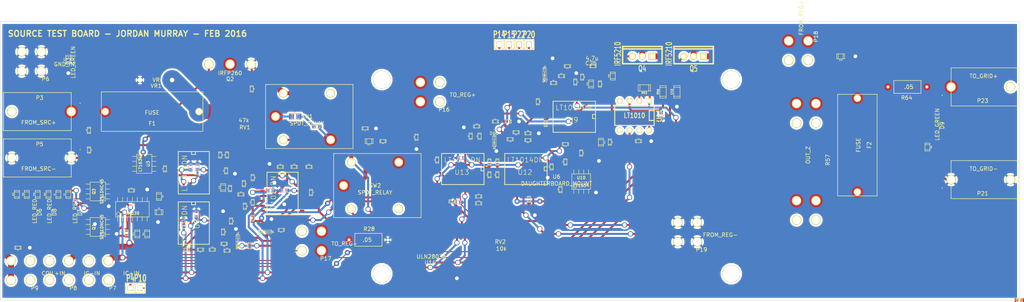
<source format=kicad_pcb>
(kicad_pcb (version 3) (host pcbnew "(2013-07-07 BZR 4022)-stable")
  (layers (15 F.Cu signal) (0 B.Cu signal) (18 B.Paste user) (19 F.Paste user) (20 B.SilkS user) (21 F.SilkS user) (22 B.Mask user) (23 F.Mask user) (28 Edge.Cuts user))
  (net 0 "")
  (net 1 COIL_POW+)
  (net 2 CTRL_GND)
  (net 3 IC_POW+)
  (net 4 IC_POW-)
  (net 5 N-000001)
  (net 6 N-0000010)
  (net 7 N-00000100)
  (net 8 N-0000011)
  (net 9 N-0000012)
  (net 10 N-0000013)
  (net 11 N-0000014)
  (net 12 N-0000015)
  (net 13 N-0000017)
  (net 14 N-0000018)
  (net 15 N-0000019)
  (net 16 N-000002)
  (net 17 N-0000020)
  (net 18 N-0000021)
  (net 19 N-0000022)
  (net 20 N-0000023)
  (net 21 N-0000024)
  (net 22 N-0000025)
  (net 23 N-0000026)
  (net 24 N-0000027)
  (net 25 N-0000028)
  (net 26 N-0000029)
  (net 27 N-000003)
  (net 28 N-0000030)
  (net 29 N-0000031)
  (net 30 N-0000032)
  (net 31 N-0000033)
  (net 32 N-0000034)
  (net 33 N-0000035)
  (net 34 N-0000036)
  (net 35 N-0000037)
  (net 36 N-0000038)
  (net 37 N-0000039)
  (net 38 N-000004)
  (net 39 N-0000040)
  (net 40 N-0000041)
  (net 41 N-0000042)
  (net 42 N-0000043)
  (net 43 N-0000044)
  (net 44 N-0000046)
  (net 45 N-0000047)
  (net 46 N-0000048)
  (net 47 N-0000049)
  (net 48 N-000005)
  (net 49 N-0000050)
  (net 50 N-0000051)
  (net 51 N-0000052)
  (net 52 N-0000053)
  (net 53 N-0000054)
  (net 54 N-0000055)
  (net 55 N-0000056)
  (net 56 N-0000057)
  (net 57 N-0000058)
  (net 58 N-0000059)
  (net 59 N-000006)
  (net 60 N-0000060)
  (net 61 N-0000061)
  (net 62 N-0000062)
  (net 63 N-0000063)
  (net 64 N-0000064)
  (net 65 N-0000065)
  (net 66 N-0000066)
  (net 67 N-0000067)
  (net 68 N-0000068)
  (net 69 N-0000069)
  (net 70 N-000007)
  (net 71 N-0000070)
  (net 72 N-0000071)
  (net 73 N-0000072)
  (net 74 N-0000073)
  (net 75 N-0000074)
  (net 76 N-0000075)
  (net 77 N-0000076)
  (net 78 N-0000077)
  (net 79 N-0000078)
  (net 80 N-000008)
  (net 81 N-0000081)
  (net 82 N-0000082)
  (net 83 N-0000083)
  (net 84 N-0000084)
  (net 85 N-0000085)
  (net 86 N-0000089)
  (net 87 N-000009)
  (net 88 N-0000090)
  (net 89 N-0000091)
  (net 90 N-0000092)
  (net 91 N-0000093)
  (net 92 N-0000096)
  (net 93 N-0000097)
  (net 94 N-0000098)
  (net 95 N-0000099)
  (module TO247 (layer F.Cu) (at 73.152 26.162)
    (fp_text reference Q2 (at 0 3.81) (layer F.SilkS))
    (fp_text value IRFP260 (at 0 2.286) (layer F.SilkS))
    (pad 1 thru_hole circle (at -5.46 0) (size 2.4 2.4) (drill 1.7) (layers *.Cu *.Mask F.SilkS) (net 91 N-0000093))
    (pad 2 thru_hole circle (at 0 0) (size 2.4 2.4) (drill 1.7) (layers *.Cu *.Mask F.SilkS) (net 46 N-0000048))
    (pad 3 thru_hole circle (at 5.46 0) (size 2.4 2.4) (drill 1.7) (layers *.Cu *.Mask F.SilkS) (net 2 CTRL_GND))
  )
  (module SOT23 (layer F.Cu) (at 82.55 69.342 180)
    (fp_text reference D4 (at 1.99898 -0.09906 270) (layer F.SilkS) (effects (font (size 0.762 0.762) (thickness 0.11938))))
    (fp_text value BZX84C10L (at 0.0635 0 180) (layer F.SilkS) (effects (font (size 0.50038 0.50038) (thickness 0.09906))))
    (pad 3 smd rect (at 0 -1.09982 180) (size 0.8001 1.00076) (layers F.Cu F.Paste F.Mask))
    (pad 2 smd rect (at 0.9525 1.09982 180) (size 0.8001 1.00076) (layers F.Cu F.Paste F.Mask) (net 43 N-0000044))
    (pad 1 smd rect (at -0.9525 1.09982 180) (size 0.8001 1.00076) (layers F.Cu F.Paste F.Mask) (net 2 CTRL_GND))
  )
  (module SOT23 (layer F.Cu) (at 75.184 71.374 270)
    (fp_text reference D5 (at 1.99898 -0.09906 360) (layer F.SilkS) (effects (font (size 0.762 0.762) (thickness 0.11938))))
    (fp_text value BZX84C10L (at 0.0635 0 270) (layer F.SilkS) (effects (font (size 0.50038 0.50038) (thickness 0.09906))))
    (pad 3 smd rect (at 0 -1.09982 270) (size 0.8001 1.00076) (layers F.Cu F.Paste F.Mask))
    (pad 2 smd rect (at 0.9525 1.09982 270) (size 0.8001 1.00076) (layers F.Cu F.Paste F.Mask) (net 40 N-0000041))
    (pad 1 smd rect (at -0.9525 1.09982 270) (size 0.8001 1.00076) (layers F.Cu F.Paste F.Mask) (net 2 CTRL_GND))
  )
  (module SOT23 (layer F.Cu) (at 154.178 28.448 270)
    (fp_text reference D7 (at 1.99898 -0.09906 360) (layer F.SilkS) (effects (font (size 0.762 0.762) (thickness 0.11938))))
    (fp_text value BZX84C10L (at 0.0635 0 270) (layer F.SilkS) (effects (font (size 0.50038 0.50038) (thickness 0.09906))))
    (pad 3 smd rect (at 0 -1.09982 270) (size 0.8001 1.00076) (layers F.Cu F.Paste F.Mask))
    (pad 2 smd rect (at 0.9525 1.09982 270) (size 0.8001 1.00076) (layers F.Cu F.Paste F.Mask) (net 41 N-0000042))
    (pad 1 smd rect (at -0.9525 1.09982 270) (size 0.8001 1.00076) (layers F.Cu F.Paste F.Mask) (net 2 CTRL_GND))
  )
  (module SOT23 (layer F.Cu) (at 141.224 45.974 90)
    (fp_text reference D10 (at 1.99898 -0.09906 180) (layer F.SilkS) (effects (font (size 0.762 0.762) (thickness 0.11938))))
    (fp_text value BZX84C10L (at 0.0635 0 90) (layer F.SilkS) (effects (font (size 0.50038 0.50038) (thickness 0.09906))))
    (pad 3 smd rect (at 0 -1.09982 90) (size 0.8001 1.00076) (layers F.Cu F.Paste F.Mask))
    (pad 2 smd rect (at 0.9525 1.09982 90) (size 0.8001 1.00076) (layers F.Cu F.Paste F.Mask) (net 42 N-0000043))
    (pad 1 smd rect (at -0.9525 1.09982 90) (size 0.8001 1.00076) (layers F.Cu F.Paste F.Mask) (net 2 CTRL_GND))
  )
  (module SO16W (layer F.Cu) (at 86.614 59.436 270)
    (fp_text reference U7 (at 0.254 -0.889 270) (layer F.SilkS) (effects (font (size 1.27 1.27) (thickness 0.127))))
    (fp_text value LT1014DN (at 0.127 2.286 270) (layer F.SilkS) (effects (font (size 1.27 1.27) (thickness 0.127))))
    (pad 1 smd rect (at -4.445 5.08 270) (size 0.508 1.143) (layers F.Cu F.Paste F.Mask) (net 75 N-0000074))
    (pad 2 smd rect (at -3.175 5.08 270) (size 0.508 1.143) (layers F.Cu F.Paste F.Mask) (net 95 N-0000099))
    (pad 3 smd rect (at -1.905 5.08 270) (size 0.508 1.143) (layers F.Cu F.Paste F.Mask) (net 2 CTRL_GND))
    (pad 4 smd rect (at -0.635 5.08 270) (size 0.508 1.143) (layers F.Cu F.Paste F.Mask) (net 3 IC_POW+))
    (pad 5 smd rect (at 0.635 5.08 270) (size 0.508 1.143) (layers F.Cu F.Paste F.Mask) (net 57 N-0000058))
    (pad 6 smd rect (at 1.905 5.08 270) (size 0.508 1.143) (layers F.Cu F.Paste F.Mask) (net 56 N-0000057))
    (pad 7 smd rect (at 3.175 5.08 270) (size 0.508 1.143) (layers F.Cu F.Paste F.Mask) (net 55 N-0000056))
    (pad 8 smd rect (at 4.445 5.08 270) (size 0.508 1.143) (layers F.Cu F.Paste F.Mask))
    (pad 9 smd rect (at 4.445 -5.08 270) (size 0.508 1.143) (layers F.Cu F.Paste F.Mask))
    (pad 10 smd rect (at 3.175 -5.08 270) (size 0.508 1.143) (layers F.Cu F.Paste F.Mask) (net 53 N-0000054))
    (pad 11 smd rect (at 1.905 -5.08 270) (size 0.508 1.143) (layers F.Cu F.Paste F.Mask) (net 92 N-0000096))
    (pad 12 smd rect (at 0.635 -5.08 270) (size 0.508 1.143) (layers F.Cu F.Paste F.Mask) (net 2 CTRL_GND))
    (pad 13 smd rect (at -0.635 -5.08 270) (size 0.508 1.143) (layers F.Cu F.Paste F.Mask) (net 4 IC_POW-))
    (pad 14 smd rect (at -1.905 -5.08 270) (size 0.508 1.143) (layers F.Cu F.Paste F.Mask) (net 64 N-0000064))
    (pad 15 smd rect (at -3.175 -5.08 270) (size 0.508 1.143) (layers F.Cu F.Paste F.Mask) (net 54 N-0000055))
    (pad 16 smd rect (at -4.445 -5.08 270) (size 0.508 1.143) (layers F.Cu F.Paste F.Mask) (net 93 N-0000097))
  )
  (module SO16W (layer F.Cu) (at 63.754 54.102 270)
    (fp_text reference U1 (at 0.254 -0.889 270) (layer F.SilkS) (effects (font (size 1.27 1.27) (thickness 0.127))))
    (fp_text value LT1014DN (at 0.127 2.286 270) (layer F.SilkS) (effects (font (size 1.27 1.27) (thickness 0.127))))
    (pad 1 smd rect (at -4.445 5.08 270) (size 0.508 1.143) (layers F.Cu F.Paste F.Mask) (net 39 N-0000040))
    (pad 2 smd rect (at -3.175 5.08 270) (size 0.508 1.143) (layers F.Cu F.Paste F.Mask) (net 39 N-0000040))
    (pad 3 smd rect (at -1.905 5.08 270) (size 0.508 1.143) (layers F.Cu F.Paste F.Mask) (net 34 N-0000036))
    (pad 4 smd rect (at -0.635 5.08 270) (size 0.508 1.143) (layers F.Cu F.Paste F.Mask) (net 3 IC_POW+))
    (pad 5 smd rect (at 0.635 5.08 270) (size 0.508 1.143) (layers F.Cu F.Paste F.Mask) (net 60 N-0000060))
    (pad 6 smd rect (at 1.905 5.08 270) (size 0.508 1.143) (layers F.Cu F.Paste F.Mask) (net 39 N-0000040))
    (pad 7 smd rect (at 3.175 5.08 270) (size 0.508 1.143) (layers F.Cu F.Paste F.Mask) (net 91 N-0000093))
    (pad 8 smd rect (at 4.445 5.08 270) (size 0.508 1.143) (layers F.Cu F.Paste F.Mask))
    (pad 9 smd rect (at 4.445 -5.08 270) (size 0.508 1.143) (layers F.Cu F.Paste F.Mask))
    (pad 10 smd rect (at 3.175 -5.08 270) (size 0.508 1.143) (layers F.Cu F.Paste F.Mask) (net 60 N-0000060))
    (pad 11 smd rect (at 1.905 -5.08 270) (size 0.508 1.143) (layers F.Cu F.Paste F.Mask) (net 76 N-0000075))
    (pad 12 smd rect (at 0.635 -5.08 270) (size 0.508 1.143) (layers F.Cu F.Paste F.Mask) (net 73 N-0000072))
    (pad 13 smd rect (at -0.635 -5.08 270) (size 0.508 1.143) (layers F.Cu F.Paste F.Mask) (net 4 IC_POW-))
    (pad 14 smd rect (at -1.905 -5.08 270) (size 0.508 1.143) (layers F.Cu F.Paste F.Mask) (net 64 N-0000064))
    (pad 15 smd rect (at -3.175 -5.08 270) (size 0.508 1.143) (layers F.Cu F.Paste F.Mask) (net 7 N-00000100))
    (pad 16 smd rect (at -4.445 -5.08 270) (size 0.508 1.143) (layers F.Cu F.Paste F.Mask) (net 94 N-0000098))
  )
  (module SO16W (layer F.Cu) (at 133.096 53.086 180)
    (fp_text reference U13 (at 0.254 -0.889 180) (layer F.SilkS) (effects (font (size 1.27 1.27) (thickness 0.127))))
    (fp_text value LT1014DN (at 0.127 2.286 180) (layer F.SilkS) (effects (font (size 1.27 1.27) (thickness 0.127))))
    (pad 1 smd rect (at -4.445 5.08 180) (size 0.508 1.143) (layers F.Cu F.Paste F.Mask) (net 68 N-0000068))
    (pad 2 smd rect (at -3.175 5.08 180) (size 0.508 1.143) (layers F.Cu F.Paste F.Mask) (net 67 N-0000067))
    (pad 3 smd rect (at -1.905 5.08 180) (size 0.508 1.143) (layers F.Cu F.Paste F.Mask) (net 66 N-0000066))
    (pad 4 smd rect (at -0.635 5.08 180) (size 0.508 1.143) (layers F.Cu F.Paste F.Mask) (net 3 IC_POW+))
    (pad 5 smd rect (at 0.635 5.08 180) (size 0.508 1.143) (layers F.Cu F.Paste F.Mask))
    (pad 6 smd rect (at 1.905 5.08 180) (size 0.508 1.143) (layers F.Cu F.Paste F.Mask))
    (pad 7 smd rect (at 3.175 5.08 180) (size 0.508 1.143) (layers F.Cu F.Paste F.Mask))
    (pad 8 smd rect (at 4.445 5.08 180) (size 0.508 1.143) (layers F.Cu F.Paste F.Mask))
    (pad 9 smd rect (at 4.445 -5.08 180) (size 0.508 1.143) (layers F.Cu F.Paste F.Mask))
    (pad 10 smd rect (at 3.175 -5.08 180) (size 0.508 1.143) (layers F.Cu F.Paste F.Mask) (net 88 N-0000090))
    (pad 11 smd rect (at 1.905 -5.08 180) (size 0.508 1.143) (layers F.Cu F.Paste F.Mask) (net 86 N-0000089))
    (pad 12 smd rect (at 0.635 -5.08 180) (size 0.508 1.143) (layers F.Cu F.Paste F.Mask) (net 72 N-0000071))
    (pad 13 smd rect (at -0.635 -5.08 180) (size 0.508 1.143) (layers F.Cu F.Paste F.Mask) (net 4 IC_POW-))
    (pad 14 smd rect (at -1.905 -5.08 180) (size 0.508 1.143) (layers F.Cu F.Paste F.Mask) (net 71 N-0000070))
    (pad 15 smd rect (at -3.175 -5.08 180) (size 0.508 1.143) (layers F.Cu F.Paste F.Mask) (net 89 N-0000091))
    (pad 16 smd rect (at -4.445 -5.08 180) (size 0.508 1.143) (layers F.Cu F.Paste F.Mask) (net 90 N-0000092))
  )
  (module SO16W (layer F.Cu) (at 149.352 53.086 180)
    (fp_text reference U12 (at 0.254 -0.889 180) (layer F.SilkS) (effects (font (size 1.27 1.27) (thickness 0.127))))
    (fp_text value LT1014DN (at 0.127 2.286 180) (layer F.SilkS) (effects (font (size 1.27 1.27) (thickness 0.127))))
    (pad 1 smd rect (at -4.445 5.08 180) (size 0.508 1.143) (layers F.Cu F.Paste F.Mask))
    (pad 2 smd rect (at -3.175 5.08 180) (size 0.508 1.143) (layers F.Cu F.Paste F.Mask))
    (pad 3 smd rect (at -1.905 5.08 180) (size 0.508 1.143) (layers F.Cu F.Paste F.Mask))
    (pad 4 smd rect (at -0.635 5.08 180) (size 0.508 1.143) (layers F.Cu F.Paste F.Mask) (net 3 IC_POW+))
    (pad 5 smd rect (at 0.635 5.08 180) (size 0.508 1.143) (layers F.Cu F.Paste F.Mask) (net 20 N-0000023))
    (pad 6 smd rect (at 1.905 5.08 180) (size 0.508 1.143) (layers F.Cu F.Paste F.Mask) (net 70 N-000007))
    (pad 7 smd rect (at 3.175 5.08 180) (size 0.508 1.143) (layers F.Cu F.Paste F.Mask) (net 21 N-0000024))
    (pad 8 smd rect (at 4.445 5.08 180) (size 0.508 1.143) (layers F.Cu F.Paste F.Mask))
    (pad 9 smd rect (at 4.445 -5.08 180) (size 0.508 1.143) (layers F.Cu F.Paste F.Mask))
    (pad 10 smd rect (at 3.175 -5.08 180) (size 0.508 1.143) (layers F.Cu F.Paste F.Mask) (net 78 N-0000077))
    (pad 11 smd rect (at 1.905 -5.08 180) (size 0.508 1.143) (layers F.Cu F.Paste F.Mask) (net 77 N-0000076))
    (pad 12 smd rect (at 0.635 -5.08 180) (size 0.508 1.143) (layers F.Cu F.Paste F.Mask) (net 71 N-0000070))
    (pad 13 smd rect (at -0.635 -5.08 180) (size 0.508 1.143) (layers F.Cu F.Paste F.Mask) (net 4 IC_POW-))
    (pad 14 smd rect (at -1.905 -5.08 180) (size 0.508 1.143) (layers F.Cu F.Paste F.Mask) (net 72 N-0000071))
    (pad 15 smd rect (at -3.175 -5.08 180) (size 0.508 1.143) (layers F.Cu F.Paste F.Mask) (net 81 N-0000081))
    (pad 16 smd rect (at -4.445 -5.08 180) (size 0.508 1.143) (layers F.Cu F.Paste F.Mask) (net 79 N-0000078))
  )
  (module SO16W (layer F.Cu) (at 161.798 39.624 180)
    (fp_text reference U9 (at 0.254 -0.889 180) (layer F.SilkS) (effects (font (size 1.27 1.27) (thickness 0.127))))
    (fp_text value LT1014DN (at 0.127 2.286 180) (layer F.SilkS) (effects (font (size 1.27 1.27) (thickness 0.127))))
    (pad 1 smd rect (at -4.445 5.08 180) (size 0.508 1.143) (layers F.Cu F.Paste F.Mask) (net 30 N-0000032))
    (pad 2 smd rect (at -3.175 5.08 180) (size 0.508 1.143) (layers F.Cu F.Paste F.Mask) (net 31 N-0000033))
    (pad 3 smd rect (at -1.905 5.08 180) (size 0.508 1.143) (layers F.Cu F.Paste F.Mask) (net 29 N-0000031))
    (pad 4 smd rect (at -0.635 5.08 180) (size 0.508 1.143) (layers F.Cu F.Paste F.Mask) (net 3 IC_POW+))
    (pad 5 smd rect (at 0.635 5.08 180) (size 0.508 1.143) (layers F.Cu F.Paste F.Mask) (net 17 N-0000020))
    (pad 6 smd rect (at 1.905 5.08 180) (size 0.508 1.143) (layers F.Cu F.Paste F.Mask) (net 12 N-0000015))
    (pad 7 smd rect (at 3.175 5.08 180) (size 0.508 1.143) (layers F.Cu F.Paste F.Mask) (net 11 N-0000014))
    (pad 8 smd rect (at 4.445 5.08 180) (size 0.508 1.143) (layers F.Cu F.Paste F.Mask))
    (pad 9 smd rect (at 4.445 -5.08 180) (size 0.508 1.143) (layers F.Cu F.Paste F.Mask))
    (pad 10 smd rect (at 3.175 -5.08 180) (size 0.508 1.143) (layers F.Cu F.Paste F.Mask) (net 36 N-0000038))
    (pad 11 smd rect (at 1.905 -5.08 180) (size 0.508 1.143) (layers F.Cu F.Paste F.Mask) (net 36 N-0000038))
    (pad 12 smd rect (at 0.635 -5.08 180) (size 0.508 1.143) (layers F.Cu F.Paste F.Mask) (net 35 N-0000037))
    (pad 13 smd rect (at -0.635 -5.08 180) (size 0.508 1.143) (layers F.Cu F.Paste F.Mask) (net 4 IC_POW-))
    (pad 14 smd rect (at -1.905 -5.08 180) (size 0.508 1.143) (layers F.Cu F.Paste F.Mask) (net 14 N-0000018))
    (pad 15 smd rect (at -3.175 -5.08 180) (size 0.508 1.143) (layers F.Cu F.Paste F.Mask) (net 37 N-0000039))
    (pad 16 smd rect (at -4.445 -5.08 180) (size 0.508 1.143) (layers F.Cu F.Paste F.Mask) (net 15 N-0000019))
  )
  (module SO16W (layer F.Cu) (at 63.754 67.056 270)
    (fp_text reference U8 (at 0.254 -0.889 270) (layer F.SilkS) (effects (font (size 1.27 1.27) (thickness 0.127))))
    (fp_text value LT1014DN (at 0.127 2.286 270) (layer F.SilkS) (effects (font (size 1.27 1.27) (thickness 0.127))))
    (pad 1 smd rect (at -4.445 5.08 270) (size 0.508 1.143) (layers F.Cu F.Paste F.Mask))
    (pad 2 smd rect (at -3.175 5.08 270) (size 0.508 1.143) (layers F.Cu F.Paste F.Mask))
    (pad 3 smd rect (at -1.905 5.08 270) (size 0.508 1.143) (layers F.Cu F.Paste F.Mask))
    (pad 4 smd rect (at -0.635 5.08 270) (size 0.508 1.143) (layers F.Cu F.Paste F.Mask) (net 3 IC_POW+))
    (pad 5 smd rect (at 0.635 5.08 270) (size 0.508 1.143) (layers F.Cu F.Paste F.Mask) (net 65 N-0000065))
    (pad 6 smd rect (at 1.905 5.08 270) (size 0.508 1.143) (layers F.Cu F.Paste F.Mask) (net 82 N-0000082))
    (pad 7 smd rect (at 3.175 5.08 270) (size 0.508 1.143) (layers F.Cu F.Paste F.Mask))
    (pad 8 smd rect (at 4.445 5.08 270) (size 0.508 1.143) (layers F.Cu F.Paste F.Mask))
    (pad 9 smd rect (at 4.445 -5.08 270) (size 0.508 1.143) (layers F.Cu F.Paste F.Mask))
    (pad 10 smd rect (at 3.175 -5.08 270) (size 0.508 1.143) (layers F.Cu F.Paste F.Mask) (net 28 N-0000030))
    (pad 11 smd rect (at 1.905 -5.08 270) (size 0.508 1.143) (layers F.Cu F.Paste F.Mask) (net 26 N-0000029))
    (pad 12 smd rect (at 0.635 -5.08 270) (size 0.508 1.143) (layers F.Cu F.Paste F.Mask) (net 25 N-0000028))
    (pad 13 smd rect (at -0.635 -5.08 270) (size 0.508 1.143) (layers F.Cu F.Paste F.Mask) (net 4 IC_POW-))
    (pad 14 smd rect (at -1.905 -5.08 270) (size 0.508 1.143) (layers F.Cu F.Paste F.Mask) (net 2 CTRL_GND))
    (pad 15 smd rect (at -3.175 -5.08 270) (size 0.508 1.143) (layers F.Cu F.Paste F.Mask) (net 84 N-0000084))
    (pad 16 smd rect (at -4.445 -5.08 270) (size 0.508 1.143) (layers F.Cu F.Paste F.Mask))
  )
  (module so-8 (layer F.Cu) (at 39.116 68.072 90)
    (fp_text reference Q1 (at 0 -1.016 90) (layer F.SilkS) (effects (font (size 0.7493 0.7493) (thickness 0.14986))))
    (fp_text value STS1DNC45 (at 0 1.016 90) (layer F.SilkS) (effects (font (size 0.7493 0.7493) (thickness 0.14986))))
    (pad 1 smd rect (at -1.905 2.794 90) (size 0.635 1.27) (layers F.Cu F.Paste F.Mask) (net 2 CTRL_GND))
    (pad 2 smd rect (at -0.635 2.794 90) (size 0.635 1.27) (layers F.Cu F.Paste F.Mask) (net 38 N-000004))
    (pad 3 smd rect (at 0.635 2.794 90) (size 0.635 1.27) (layers F.Cu F.Paste F.Mask) (net 2 CTRL_GND))
    (pad 4 smd rect (at 1.905 2.794 90) (size 0.635 1.27) (layers F.Cu F.Paste F.Mask) (net 87 N-000009))
    (pad 5 smd rect (at 1.905 -2.794 90) (size 0.635 1.27) (layers F.Cu F.Paste F.Mask) (net 63 N-0000063))
    (pad 6 smd rect (at 0.635 -2.794 90) (size 0.635 1.27) (layers F.Cu F.Paste F.Mask) (net 63 N-0000063))
    (pad 7 smd rect (at -0.635 -2.794 90) (size 0.635 1.27) (layers F.Cu F.Paste F.Mask) (net 59 N-000006))
    (pad 8 smd rect (at -1.905 -2.794 90) (size 0.635 1.27) (layers F.Cu F.Paste F.Mask) (net 59 N-000006))
  )
  (module so-8 (layer F.Cu) (at 51.054 51.816 270)
    (fp_text reference U3 (at 0 -1.016 270) (layer F.SilkS) (effects (font (size 0.7493 0.7493) (thickness 0.14986))))
    (fp_text value LT1634 (at 0 1.016 270) (layer F.SilkS) (effects (font (size 0.7493 0.7493) (thickness 0.14986))))
    (pad 1 smd rect (at -1.905 2.794 270) (size 0.635 1.27) (layers F.Cu F.Paste F.Mask))
    (pad 2 smd rect (at -0.635 2.794 270) (size 0.635 1.27) (layers F.Cu F.Paste F.Mask))
    (pad 3 smd rect (at 0.635 2.794 270) (size 0.635 1.27) (layers F.Cu F.Paste F.Mask))
    (pad 4 smd rect (at 1.905 2.794 270) (size 0.635 1.27) (layers F.Cu F.Paste F.Mask) (net 2 CTRL_GND))
    (pad 5 smd rect (at 1.905 -2.794 270) (size 0.635 1.27) (layers F.Cu F.Paste F.Mask))
    (pad 6 smd rect (at 0.635 -2.794 270) (size 0.635 1.27) (layers F.Cu F.Paste F.Mask) (net 34 N-0000036))
    (pad 7 smd rect (at -0.635 -2.794 270) (size 0.635 1.27) (layers F.Cu F.Paste F.Mask))
    (pad 8 smd rect (at -1.905 -2.794 270) (size 0.635 1.27) (layers F.Cu F.Paste F.Mask))
  )
  (module so-8 (layer F.Cu) (at 163.576 56.388)
    (fp_text reference U10 (at 0 -1.016) (layer F.SilkS) (effects (font (size 0.7493 0.7493) (thickness 0.14986))))
    (fp_text value LT1634 (at 0 1.016) (layer F.SilkS) (effects (font (size 0.7493 0.7493) (thickness 0.14986))))
    (pad 1 smd rect (at -1.905 2.794) (size 0.635 1.27) (layers F.Cu F.Paste F.Mask))
    (pad 2 smd rect (at -0.635 2.794) (size 0.635 1.27) (layers F.Cu F.Paste F.Mask))
    (pad 3 smd rect (at 0.635 2.794) (size 0.635 1.27) (layers F.Cu F.Paste F.Mask))
    (pad 4 smd rect (at 1.905 2.794) (size 0.635 1.27) (layers F.Cu F.Paste F.Mask) (net 2 CTRL_GND))
    (pad 5 smd rect (at 1.905 -2.794) (size 0.635 1.27) (layers F.Cu F.Paste F.Mask))
    (pad 6 smd rect (at 0.635 -2.794) (size 0.635 1.27) (layers F.Cu F.Paste F.Mask) (net 35 N-0000037))
    (pad 7 smd rect (at -0.635 -2.794) (size 0.635 1.27) (layers F.Cu F.Paste F.Mask))
    (pad 8 smd rect (at -1.905 -2.794) (size 0.635 1.27) (layers F.Cu F.Paste F.Mask))
  )
  (module so-14 (layer F.Cu) (at 48.006 63.5)
    (fp_text reference U2 (at 0 -1.016) (layer F.SilkS) (effects (font (size 0.7493 0.7493) (thickness 0.14986))))
    (fp_text value LM339 (at 0 1.016) (layer F.SilkS) (effects (font (size 0.7493 0.7493) (thickness 0.14986))))
    (pad 1 smd rect (at -3.81 2.794) (size 0.635 1.27) (layers F.Cu F.Paste F.Mask) (net 87 N-000009))
    (pad 2 smd rect (at -2.54 2.794) (size 0.635 1.27) (layers F.Cu F.Paste F.Mask) (net 38 N-000004))
    (pad 3 smd rect (at -1.27 2.794) (size 0.635 1.27) (layers F.Cu F.Paste F.Mask) (net 3 IC_POW+))
    (pad 4 smd rect (at 0 2.794) (size 0.635 1.27) (layers F.Cu F.Paste F.Mask) (net 2 CTRL_GND))
    (pad 5 smd rect (at 1.27 2.794) (size 0.635 1.27) (layers F.Cu F.Paste F.Mask) (net 48 N-000005))
    (pad 6 smd rect (at 2.54 2.794) (size 0.635 1.27) (layers F.Cu F.Paste F.Mask) (net 2 CTRL_GND))
    (pad 7 smd rect (at 3.81 2.794) (size 0.635 1.27) (layers F.Cu F.Paste F.Mask) (net 16 N-000002))
    (pad 8 smd rect (at 3.81 -2.794) (size 0.635 1.27) (layers F.Cu F.Paste F.Mask) (net 2 CTRL_GND))
    (pad 9 smd rect (at 2.54 -2.794) (size 0.635 1.27) (layers F.Cu F.Paste F.Mask) (net 9 N-0000012))
    (pad 10 smd rect (at 1.27 -2.794) (size 0.635 1.27) (layers F.Cu F.Paste F.Mask))
    (pad 11 smd rect (at 0 -2.794) (size 0.635 1.27) (layers F.Cu F.Paste F.Mask))
    (pad 12 smd rect (at -1.27 -2.794) (size 0.635 1.27) (layers F.Cu F.Paste F.Mask) (net 4 IC_POW-))
    (pad 13 smd rect (at -2.54 -2.794) (size 0.635 1.27) (layers F.Cu F.Paste F.Mask))
    (pad 14 smd rect (at -3.81 -2.794) (size 0.635 1.27) (layers F.Cu F.Paste F.Mask) (net 80 N-000008))
  )
  (module "Screw Terminal 8191" (layer F.Cu) (at 16.764 81.788)
    (fp_text reference P9 (at 6.096 2.032) (layer F.SilkS))
    (fp_text value COIL+IN (at 10.922 -1.778) (layer F.SilkS))
    (pad 1 thru_hole circle (at 0 0) (size 2.4 2.4) (drill 1.85) (layers *.Cu *.Mask F.SilkS) (net 1 COIL_POW+))
    (pad 1 thru_hole circle (at 0 -5) (size 2.4 2.4) (drill 1.85) (layers *.Cu *.Mask F.SilkS) (net 1 COIL_POW+))
    (pad 1 thru_hole circle (at 5 -5) (size 2.4 2.4) (drill 1.85) (layers *.Cu *.Mask F.SilkS) (net 1 COIL_POW+))
    (pad 1 thru_hole circle (at 5 0) (size 2.4 2.4) (drill 1.85) (layers *.Cu *.Mask F.SilkS) (net 1 COIL_POW+))
  )
  (module "Screw Terminal 8191" (layer F.Cu) (at 26.67 81.788)
    (fp_text reference P8 (at 6.096 2.032) (layer F.SilkS))
    (fp_text value IC-IN (at 10.922 -1.778) (layer F.SilkS))
    (pad 1 thru_hole circle (at 0 0) (size 2.4 2.4) (drill 1.85) (layers *.Cu *.Mask F.SilkS) (net 4 IC_POW-))
    (pad 1 thru_hole circle (at 0 -5) (size 2.4 2.4) (drill 1.85) (layers *.Cu *.Mask F.SilkS) (net 4 IC_POW-))
    (pad 1 thru_hole circle (at 5 -5) (size 2.4 2.4) (drill 1.85) (layers *.Cu *.Mask F.SilkS) (net 4 IC_POW-))
    (pad 1 thru_hole circle (at 5 0) (size 2.4 2.4) (drill 1.85) (layers *.Cu *.Mask F.SilkS) (net 4 IC_POW-))
  )
  (module "Screw Terminal 8191" (layer F.Cu) (at 36.83 81.788)
    (fp_text reference P7 (at 6.096 2.032) (layer F.SilkS))
    (fp_text value IC+IN (at 10.922 -1.778) (layer F.SilkS))
    (pad 1 thru_hole circle (at 0 0) (size 2.4 2.4) (drill 1.85) (layers *.Cu *.Mask F.SilkS) (net 3 IC_POW+))
    (pad 1 thru_hole circle (at 0 -5) (size 2.4 2.4) (drill 1.85) (layers *.Cu *.Mask F.SilkS) (net 3 IC_POW+))
    (pad 1 thru_hole circle (at 5 -5) (size 2.4 2.4) (drill 1.85) (layers *.Cu *.Mask F.SilkS) (net 3 IC_POW+))
    (pad 1 thru_hole circle (at 5 0) (size 2.4 2.4) (drill 1.85) (layers *.Cu *.Mask F.SilkS) (net 3 IC_POW+))
  )
  (module "Screw Terminal 8191" (layer F.Cu) (at 221.996 25.146 90)
    (fp_text reference P18 (at 6.096 2.032 90) (layer F.SilkS))
    (fp_text value FROM_REG+ (at 10.922 -1.778 90) (layer F.SilkS))
    (pad 1 thru_hole circle (at 0 0 90) (size 2.4 2.4) (drill 1.85) (layers *.Cu *.Mask F.SilkS) (net 18 N-0000021))
    (pad 1 thru_hole circle (at 0 -5 90) (size 2.4 2.4) (drill 1.85) (layers *.Cu *.Mask F.SilkS) (net 18 N-0000021))
    (pad 1 thru_hole circle (at 5 -5 90) (size 2.4 2.4) (drill 1.85) (layers *.Cu *.Mask F.SilkS) (net 18 N-0000021))
    (pad 1 thru_hole circle (at 5 0 90) (size 2.4 2.4) (drill 1.85) (layers *.Cu *.Mask F.SilkS) (net 18 N-0000021))
  )
  (module "Screw Terminal 8191" (layer F.Cu) (at 188.468 71.882)
    (fp_text reference P19 (at 6.096 2.032) (layer F.SilkS))
    (fp_text value FROM_REG- (at 10.922 -1.778) (layer F.SilkS))
    (pad 1 thru_hole circle (at 0 0) (size 2.4 2.4) (drill 1.85) (layers *.Cu *.Mask F.SilkS) (net 2 CTRL_GND))
    (pad 1 thru_hole circle (at 0 -5) (size 2.4 2.4) (drill 1.85) (layers *.Cu *.Mask F.SilkS) (net 2 CTRL_GND))
    (pad 1 thru_hole circle (at 5 -5) (size 2.4 2.4) (drill 1.85) (layers *.Cu *.Mask F.SilkS) (net 2 CTRL_GND))
    (pad 1 thru_hole circle (at 5 0) (size 2.4 2.4) (drill 1.85) (layers *.Cu *.Mask F.SilkS) (net 2 CTRL_GND))
  )
  (module "Screw Terminal 8191" (layer F.Cu) (at 91.694 74.168)
    (fp_text reference P17 (at 6.096 2.032) (layer F.SilkS))
    (fp_text value TO_REG- (at 10.922 -1.778) (layer F.SilkS))
    (pad 1 thru_hole circle (at 0 0) (size 2.4 2.4) (drill 1.85) (layers *.Cu *.Mask F.SilkS) (net 65 N-0000065))
    (pad 1 thru_hole circle (at 0 -5) (size 2.4 2.4) (drill 1.85) (layers *.Cu *.Mask F.SilkS) (net 65 N-0000065))
    (pad 1 thru_hole circle (at 5 -5) (size 2.4 2.4) (drill 1.85) (layers *.Cu *.Mask F.SilkS) (net 65 N-0000065))
    (pad 1 thru_hole circle (at 5 0) (size 2.4 2.4) (drill 1.85) (layers *.Cu *.Mask F.SilkS) (net 65 N-0000065))
  )
  (module "Screw Terminal 8191" (layer F.Cu) (at 122.174 35.814)
    (fp_text reference P16 (at 6.096 2.032) (layer F.SilkS))
    (fp_text value TO_REG+ (at 10.922 -1.778) (layer F.SilkS))
    (pad 1 thru_hole circle (at 0 0) (size 2.4 2.4) (drill 1.85) (layers *.Cu *.Mask F.SilkS) (net 58 N-0000059))
    (pad 1 thru_hole circle (at 0 -5) (size 2.4 2.4) (drill 1.85) (layers *.Cu *.Mask F.SilkS) (net 58 N-0000059))
    (pad 1 thru_hole circle (at 5 -5) (size 2.4 2.4) (drill 1.85) (layers *.Cu *.Mask F.SilkS) (net 58 N-0000059))
    (pad 1 thru_hole circle (at 5 0) (size 2.4 2.4) (drill 1.85) (layers *.Cu *.Mask F.SilkS) (net 58 N-0000059))
  )
  (module OMRON_GL5E-1 (layer F.Cu) (at 110.49 57.404)
    (fp_text reference SW2 (at 0 0) (layer F.SilkS))
    (fp_text value SPDT_RELAY (at 0 1.778) (layer F.SilkS))
    (pad 10 thru_hole circle (at 6.1 6) (size 2.2 2.2) (drill 1.5) (layers *.Cu *.Mask F.SilkS))
    (pad 2 thru_hole circle (at -6.1 -6) (size 2.2 2.2) (drill 1.5) (layers *.Cu *.Mask F.SilkS) (net 1 COIL_POW+))
    (pad 5 thru_hole circle (at -8.1 0) (size 2.2 2.2) (drill 1.5) (layers *.Cu *.Mask F.SilkS) (net 52 N-0000053))
    (pad 9 thru_hole circle (at -6.1 6) (size 2.2 2.2) (drill 1.5) (layers *.Cu *.Mask F.SilkS) (net 32 N-0000034))
    (pad 1 thru_hole circle (at 6.1 -6) (size 2.2 2.2) (drill 1.5) (layers *.Cu *.Mask F.SilkS) (net 58 N-0000059))
  )
  (module OMRON_GL5E-1 (layer F.Cu) (at 92.964 39.624)
    (fp_text reference SW1 (at 0 0) (layer F.SilkS))
    (fp_text value SPDT_RELAY (at 0 1.778) (layer F.SilkS))
    (pad 10 thru_hole circle (at 6.1 6) (size 2.2 2.2) (drill 1.5) (layers *.Cu *.Mask F.SilkS) (net 52 N-0000053))
    (pad 2 thru_hole circle (at -6.1 -6) (size 2.2 2.2) (drill 1.5) (layers *.Cu *.Mask F.SilkS) (net 1 COIL_POW+))
    (pad 5 thru_hole circle (at -8.1 0) (size 2.2 2.2) (drill 1.5) (layers *.Cu *.Mask F.SilkS) (net 46 N-0000048))
    (pad 9 thru_hole circle (at -6.1 6) (size 2.2 2.2) (drill 1.5) (layers *.Cu *.Mask F.SilkS) (net 45 N-0000047))
    (pad 1 thru_hole circle (at 6.1 -6) (size 2.2 2.2) (drill 1.5) (layers *.Cu *.Mask F.SilkS))
  )
  (module OMNI-BLOCK (layer F.Cu) (at 53.086 38.354)
    (fp_text reference F1 (at 0 3.048) (layer F.SilkS))
    (fp_text value FUSE (at 0 0.254) (layer F.SilkS))
    (pad 1 thru_hole circle (at 12.07 0) (size 1.89 1.89) (drill 1.4) (layers *.Cu *.Mask F.SilkS) (net 46 N-0000048))
    (pad 2 thru_hole circle (at -12.07 0) (size 1.89 1.89) (drill 1.4) (layers *.Cu *.Mask F.SilkS) (net 44 N-0000046))
  )
  (module OMNI-BLOCK (layer F.Cu) (at 234.696 46.99 90)
    (fp_text reference F2 (at 0 3.048 90) (layer F.SilkS))
    (fp_text value FUSE (at 0 0.254 90) (layer F.SilkS))
    (pad 1 thru_hole circle (at 12.07 0 90) (size 1.89 1.89) (drill 1.4) (layers *.Cu *.Mask F.SilkS) (net 72 N-0000071))
    (pad 2 thru_hole circle (at -12.07 0 90) (size 1.89 1.89) (drill 1.4) (layers *.Cu *.Mask F.SilkS) (net 23 N-0000026))
  )
  (module OHMITE_1W (layer F.Cu) (at 242.57 32.004)
    (fp_text reference R64 (at 4.826 2.794) (layer F.SilkS))
    (fp_text value .05 (at 5.334 0) (layer F.SilkS))
    (pad 1 thru_hole circle (at 0 0) (size 0.8 0.8) (drill 0.6) (layers *.Cu *.Mask F.SilkS) (net 72 N-0000071))
    (pad 2 thru_hole circle (at 10 0) (size 0.8 0.8) (drill 0.6) (layers *.Cu *.Mask F.SilkS) (net 71 N-0000070))
  )
  (module OHMITE_1W (layer F.Cu) (at 113.792 71.374 180)
    (fp_text reference R28 (at 4.826 2.794 180) (layer F.SilkS))
    (fp_text value .05 (at 5.334 0 180) (layer F.SilkS))
    (pad 1 thru_hole circle (at 0 0 180) (size 0.8 0.8) (drill 0.6) (layers *.Cu *.Mask F.SilkS) (net 2 CTRL_GND))
    (pad 2 thru_hole circle (at 10 0 180) (size 0.8 0.8) (drill 0.6) (layers *.Cu *.Mask F.SilkS) (net 65 N-0000065))
  )
  (module MOLEX-1 (layer F.Cu) (at 142.494 21.082)
    (fp_text reference P14 (at 0 -2.54) (layer F.SilkS) (effects (font (size 1.72974 1.08712) (thickness 0.27178))))
    (fp_text value UNREG_V_SIG hide)
    (pad 1 thru_hole rect (at 0 0) (size 1.397 1.397) (drill 1.2) (layers *.Cu *.Mask F.SilkS) (net 43 N-0000044))
  )
  (module MOLEX-1 (layer F.Cu) (at 147.574 21.082)
    (fp_text reference P22 (at 0 -2.54) (layer F.SilkS) (effects (font (size 1.72974 1.08712) (thickness 0.27178))))
    (fp_text value REG_I_SIG hide)
    (pad 1 thru_hole rect (at 0 0) (size 1.397 1.397) (drill 1.2) (layers *.Cu *.Mask F.SilkS) (net 42 N-0000043))
  )
  (module MOLEX-1 (layer F.Cu) (at 145.034 21.082)
    (fp_text reference P15 (at 0 -2.54) (layer F.SilkS) (effects (font (size 1.72974 1.08712) (thickness 0.27178))))
    (fp_text value UNREG_I_SIG hide)
    (pad 1 thru_hole rect (at 0 0) (size 1.397 1.397) (drill 1.2) (layers *.Cu *.Mask F.SilkS) (net 40 N-0000041))
  )
  (module MOLEX-1 (layer F.Cu) (at 150.114 21.082)
    (fp_text reference P20 (at 0 -2.54) (layer F.SilkS) (effects (font (size 1.72974 1.08712) (thickness 0.27178))))
    (fp_text value REG_V_SIG hide)
    (pad 1 thru_hole rect (at 0 0) (size 1.397 1.397) (drill 1.2) (layers *.Cu *.Mask F.SilkS) (net 41 N-0000042))
  )
  (module MOLEX-1 (layer F.Cu) (at 50.038 83.82)
    (fp_text reference P10 (at 0 -2.54) (layer F.SilkS) (effects (font (size 1.72974 1.08712) (thickness 0.27178))))
    (fp_text value NC_SCGR_SIG hide)
    (pad 1 thru_hole rect (at 0 0) (size 1.397 1.397) (drill 1.2) (layers *.Cu *.Mask F.SilkS) (net 50 N-0000051))
  )
  (module MOLEX-1 (layer F.Cu) (at 47.498 83.82)
    (fp_text reference P4 (at 0 -2.54) (layer F.SilkS) (effects (font (size 1.72974 1.08712) (thickness 0.27178))))
    (fp_text value CTRL_SIG hide)
    (pad 1 thru_hole rect (at 0 0) (size 1.397 1.397) (drill 1.2) (layers *.Cu *.Mask F.SilkS) (net 47 N-0000049))
  )
  (module "Double Terminal 8191" (layer F.Cu) (at 224.028 66.294 90)
    (fp_text reference R57 (at 15.494 3.048 90) (layer F.SilkS))
    (fp_text value OUT_Z (at 16.764 -2.032 90) (layer F.SilkS))
    (pad 1 thru_hole circle (at 5 0 90) (size 2.4 2.4) (drill 1.85) (layers *.Cu *.Mask F.SilkS) (net 23 N-0000026))
    (pad 1 thru_hole circle (at 5 -5 90) (size 2.4 2.4) (drill 1.85) (layers *.Cu *.Mask F.SilkS) (net 23 N-0000026))
    (pad 1 thru_hole circle (at 0 -5 90) (size 2.4 2.4) (drill 1.85) (layers *.Cu *.Mask F.SilkS) (net 23 N-0000026))
    (pad 1 thru_hole circle (at 0 0 90) (size 2.4 2.4) (drill 1.85) (layers *.Cu *.Mask F.SilkS) (net 23 N-0000026))
    (pad 2 thru_hole circle (at 30 0 90) (size 2.4 2.4) (drill 1.85) (layers *.Cu *.Mask F.SilkS) (net 24 N-0000027))
    (pad 2 thru_hole circle (at 30 -5 90) (size 2.4 2.4) (drill 1.85) (layers *.Cu *.Mask F.SilkS) (net 24 N-0000027))
    (pad 2 thru_hole circle (at 25 0 90) (size 2.4 2.4) (drill 1.85) (layers *.Cu *.Mask F.SilkS) (net 24 N-0000027))
    (pad 2 thru_hole circle (at 25 -5 90) (size 2.4 2.4) (drill 1.85) (layers *.Cu *.Mask F.SilkS) (net 24 N-0000027))
  )
  (module DIP-8__300 (layer F.Cu) (at 177.292 39.37 180)
    (fp_text reference U11 (at -6.35 0 270) (layer F.SilkS) (effects (font (size 1.27 1.143) (thickness 0.2032))))
    (fp_text value LT1010 (at 0 0 180) (layer F.SilkS) (effects (font (size 1.27 1.016) (thickness 0.2032))))
    (pad 1 thru_hole rect (at -3.81 3.81 180) (size 1.397 1.397) (drill 0.8128) (layers *.Cu *.Mask F.SilkS) (net 3 IC_POW+))
    (pad 2 thru_hole circle (at -1.27 3.81 180) (size 1.397 1.397) (drill 0.8128) (layers *.Cu *.Mask F.SilkS) (net 5 N-000001))
    (pad 3 thru_hole circle (at 1.27 3.81 180) (size 1.397 1.397) (drill 0.8128) (layers *.Cu *.Mask F.SilkS) (net 22 N-0000025))
    (pad 4 thru_hole circle (at 3.81 3.81 180) (size 1.397 1.397) (drill 0.8128) (layers *.Cu *.Mask F.SilkS))
    (pad 5 thru_hole circle (at 3.81 -3.81 180) (size 1.397 1.397) (drill 0.8128) (layers *.Cu *.Mask F.SilkS))
    (pad 6 thru_hole circle (at 1.27 -3.81 180) (size 1.397 1.397) (drill 0.8128) (layers *.Cu *.Mask F.SilkS) (net 4 IC_POW-))
    (pad 7 thru_hole circle (at -1.27 -3.81 180) (size 1.397 1.397) (drill 0.8128) (layers *.Cu *.Mask F.SilkS))
    (pad 8 thru_hole circle (at -3.81 -3.81 180) (size 1.397 1.397) (drill 0.8128) (layers *.Cu *.Mask F.SilkS) (net 15 N-0000019))
  )
  (module "DELTRON BANANA" (layer F.Cu) (at 32.258 50.292 180)
    (fp_text reference P5 (at 8.128 3.556 180) (layer F.SilkS))
    (fp_text value FROM_SRC- (at 8.382 -2.794 180) (layer F.SilkS))
    (pad 1 thru_hole circle (at 15.3 0 180) (size 2.4 2.4) (drill 1.8) (layers *.Cu *.Mask F.SilkS) (net 2 CTRL_GND))
    (pad 1 thru_hole circle (at 0 0 180) (size 2.4 2.4) (drill 1.8) (layers *.Cu *.Mask F.SilkS) (net 2 CTRL_GND))
  )
  (module "DELTRON BANANA" (layer F.Cu) (at 258.826 32.004)
    (fp_text reference P23 (at 8.128 3.556) (layer F.SilkS))
    (fp_text value TO_GRID+ (at 8.382 -2.794) (layer F.SilkS))
    (pad 1 thru_hole circle (at 15.3 0) (size 2.4 2.4) (drill 1.8) (layers *.Cu *.Mask F.SilkS) (net 71 N-0000070))
    (pad 1 thru_hole circle (at 0 0) (size 2.4 2.4) (drill 1.8) (layers *.Cu *.Mask F.SilkS) (net 71 N-0000070))
  )
  (module "DELTRON BANANA" (layer F.Cu) (at 32.258 38.354 180)
    (fp_text reference P3 (at 8.128 3.556 180) (layer F.SilkS))
    (fp_text value FROM_SRC+ (at 8.382 -2.794 180) (layer F.SilkS))
    (pad 1 thru_hole circle (at 15.3 0 180) (size 2.4 2.4) (drill 1.8) (layers *.Cu *.Mask F.SilkS) (net 44 N-0000046))
    (pad 1 thru_hole circle (at 0 0 180) (size 2.4 2.4) (drill 1.8) (layers *.Cu *.Mask F.SilkS) (net 44 N-0000046))
  )
  (module "DELTRON BANANA" (layer F.Cu) (at 258.826 55.88)
    (fp_text reference P21 (at 8.128 3.556) (layer F.SilkS))
    (fp_text value TO_GRID- (at 8.382 -2.794) (layer F.SilkS))
    (pad 1 thru_hole circle (at 15.3 0) (size 2.4 2.4) (drill 1.8) (layers *.Cu *.Mask F.SilkS) (net 2 CTRL_GND))
    (pad 1 thru_hole circle (at 0 0) (size 2.4 2.4) (drill 1.8) (layers *.Cu *.Mask F.SilkS) (net 2 CTRL_GND))
  )
  (module DAUGHTERBOARD_MOUNT (layer F.Cu) (at 157.226 55.118)
    (fp_text reference U6 (at 0 0) (layer F.SilkS))
    (fp_text value DAUGHTERBOARD_MOUNT (at 0 1.778) (layer F.SilkS))
    (pad 1 thru_hole circle (at 45 25) (size 4.5 4.5) (drill 4.4) (layers *.Cu *.Mask F.SilkS))
    (pad 2 thru_hole circle (at 45 -25) (size 4.5 4.5) (drill 4.4) (layers *.Cu *.Mask F.SilkS))
    (pad 3 thru_hole circle (at -45 -25) (size 4.5 4.5) (drill 4.4) (layers *.Cu *.Mask F.SilkS))
    (pad 4 thru_hole circle (at -45 25) (size 4.5 4.5) (drill 4.4) (layers *.Cu *.Mask F.SilkS))
  )
  (module c_1206 (layer F.Cu) (at 184.658 33.274 90)
    (fp_text reference R56 (at 0.0254 -1.2954 90) (layer F.SilkS) (effects (font (size 0.50038 0.50038) (thickness 0.11938))))
    (fp_text value 33 hide)
    (pad 1 smd rect (at 1.397 0 90) (size 1.6002 1.8034) (layers F.Cu F.Paste F.Mask) (net 10 N-0000013))
    (pad 2 smd rect (at -1.397 0 90) (size 1.6002 1.8034) (layers F.Cu F.Paste F.Mask) (net 22 N-0000025))
  )
  (module c_1206 (layer F.Cu) (at 179.832 32.258 180)
    (fp_text reference R53 (at 0.0254 -1.2954 180) (layer F.SilkS) (effects (font (size 0.50038 0.50038) (thickness 0.11938))))
    (fp_text value 50 hide)
    (pad 1 smd rect (at 1.397 0 180) (size 1.6002 1.8034) (layers F.Cu F.Paste F.Mask) (net 5 N-000001))
    (pad 2 smd rect (at -1.397 0 180) (size 1.6002 1.8034) (layers F.Cu F.Paste F.Mask) (net 3 IC_POW+))
  )
  (module c_1206 (layer F.Cu) (at 188.214 33.274 90)
    (fp_text reference C43 (at 0.0254 -1.2954 90) (layer F.SilkS) (effects (font (size 0.50038 0.50038) (thickness 0.11938))))
    (fp_text value 1.2u hide)
    (pad 1 smd rect (at 1.397 0 90) (size 1.6002 1.8034) (layers F.Cu F.Paste F.Mask) (net 10 N-0000013))
    (pad 2 smd rect (at -1.397 0 90) (size 1.6002 1.8034) (layers F.Cu F.Paste F.Mask) (net 2 CTRL_GND))
  )
  (module c_0805 (layer F.Cu) (at 51.816 69.85 90)
    (fp_text reference R54 (at 0 -0.9906 90) (layer F.SilkS) (effects (font (size 0.29972 0.29972) (thickness 0.06096))))
    (fp_text value 22 hide)
    (pad 1 smd rect (at 0.9525 0 90) (size 1.30048 1.4986) (layers F.Cu F.Paste F.Mask) (net 16 N-000002))
    (pad 2 smd rect (at -0.9525 0 90) (size 1.30048 1.4986) (layers F.Cu F.Paste F.Mask) (net 10 N-0000013))
  )
  (module c_0805 (layer F.Cu) (at 20.828 59.69 90)
    (fp_text reference R36 (at 0 -0.9906 90) (layer F.SilkS) (effects (font (size 0.29972 0.29972) (thickness 0.06096))))
    (fp_text value 2.2k hide)
    (pad 1 smd rect (at 0.9525 0 90) (size 1.30048 1.4986) (layers F.Cu F.Paste F.Mask) (net 3 IC_POW+))
    (pad 2 smd rect (at -0.9525 0 90) (size 1.30048 1.4986) (layers F.Cu F.Paste F.Mask) (net 8 N-0000011))
  )
  (module c_0805 (layer F.Cu) (at 23.622 59.69 90)
    (fp_text reference R46 (at 0 -0.9906 90) (layer F.SilkS) (effects (font (size 0.29972 0.29972) (thickness 0.06096))))
    (fp_text value 2.2k hide)
    (pad 1 smd rect (at 0.9525 0 90) (size 1.30048 1.4986) (layers F.Cu F.Paste F.Mask) (net 3 IC_POW+))
    (pad 2 smd rect (at -0.9525 0 90) (size 1.30048 1.4986) (layers F.Cu F.Paste F.Mask) (net 27 N-000003))
  )
  (module c_0805 (layer F.Cu) (at 54.864 60.198 270)
    (fp_text reference R3 (at 0 -0.9906 270) (layer F.SilkS) (effects (font (size 0.29972 0.29972) (thickness 0.06096))))
    (fp_text value 22 hide)
    (pad 1 smd rect (at 0.9525 0 270) (size 1.30048 1.4986) (layers F.Cu F.Paste F.Mask) (net 9 N-0000012))
    (pad 2 smd rect (at -0.9525 0 270) (size 1.30048 1.4986) (layers F.Cu F.Paste F.Mask) (net 91 N-0000093))
  )
  (module c_0805 (layer F.Cu) (at 31.496 24.892 90)
    (fp_text reference R27 (at 0 -0.9906 90) (layer F.SilkS) (effects (font (size 0.29972 0.29972) (thickness 0.06096))))
    (fp_text value 2.2k hide)
    (pad 1 smd rect (at 0.9525 0 90) (size 1.30048 1.4986) (layers F.Cu F.Paste F.Mask) (net 61 N-0000061))
    (pad 2 smd rect (at -0.9525 0 90) (size 1.30048 1.4986) (layers F.Cu F.Paste F.Mask) (net 2 CTRL_GND))
  )
  (module c_0805 (layer F.Cu) (at 49.276 69.85 90)
    (fp_text reference R44 (at 0 -0.9906 90) (layer F.SilkS) (effects (font (size 0.29972 0.29972) (thickness 0.06096))))
    (fp_text value 22 hide)
    (pad 1 smd rect (at 0.9525 0 90) (size 1.30048 1.4986) (layers F.Cu F.Paste F.Mask) (net 48 N-000005))
    (pad 2 smd rect (at -0.9525 0 90) (size 1.30048 1.4986) (layers F.Cu F.Paste F.Mask) (net 33 N-0000035))
  )
  (module c_0805 (layer F.Cu) (at 31.496 59.69 90)
    (fp_text reference R1 (at 0 -0.9906 90) (layer F.SilkS) (effects (font (size 0.29972 0.29972) (thickness 0.06096))))
    (fp_text value 2.2k hide)
    (pad 1 smd rect (at 0.9525 0 90) (size 1.30048 1.4986) (layers F.Cu F.Paste F.Mask) (net 3 IC_POW+))
    (pad 2 smd rect (at -0.9525 0 90) (size 1.30048 1.4986) (layers F.Cu F.Paste F.Mask) (net 6 N-0000010))
  )
  (module c_0805 (layer F.Cu) (at 18.288 59.69 90)
    (fp_text reference R39 (at 0 -0.9906 90) (layer F.SilkS) (effects (font (size 0.29972 0.29972) (thickness 0.06096))))
    (fp_text value 33k hide)
    (pad 1 smd rect (at 0.9525 0 90) (size 1.30048 1.4986) (layers F.Cu F.Paste F.Mask) (net 3 IC_POW+))
    (pad 2 smd rect (at -0.9525 0 90) (size 1.30048 1.4986) (layers F.Cu F.Paste F.Mask) (net 38 N-000004))
  )
  (module c_0805 (layer F.Cu) (at 26.416 59.69 90)
    (fp_text reference R50 (at 0 -0.9906 90) (layer F.SilkS) (effects (font (size 0.29972 0.29972) (thickness 0.06096))))
    (fp_text value 33k hide)
    (pad 1 smd rect (at 0.9525 0 90) (size 1.30048 1.4986) (layers F.Cu F.Paste F.Mask) (net 3 IC_POW+))
    (pad 2 smd rect (at -0.9525 0 90) (size 1.30048 1.4986) (layers F.Cu F.Paste F.Mask) (net 87 N-000009))
  )
  (module c_0805 (layer F.Cu) (at 28.956 59.69 90)
    (fp_text reference R2 (at 0 -0.9906 90) (layer F.SilkS) (effects (font (size 0.29972 0.29972) (thickness 0.06096))))
    (fp_text value 33k hide)
    (pad 1 smd rect (at 0.9525 0 90) (size 1.30048 1.4986) (layers F.Cu F.Paste F.Mask) (net 3 IC_POW+))
    (pad 2 smd rect (at -0.9525 0 90) (size 1.30048 1.4986) (layers F.Cu F.Paste F.Mask) (net 80 N-000008))
  )
  (module c_0805 (layer F.Cu) (at 168.656 46.228 270)
    (fp_text reference C44 (at 0 -0.9906 270) (layer F.SilkS) (effects (font (size 0.29972 0.29972) (thickness 0.06096))))
    (fp_text value .22u hide)
    (pad 1 smd rect (at 0.9525 0 270) (size 1.30048 1.4986) (layers F.Cu F.Paste F.Mask) (net 37 N-0000039))
    (pad 2 smd rect (at -0.9525 0 270) (size 1.30048 1.4986) (layers F.Cu F.Paste F.Mask) (net 15 N-0000019))
  )
  (module c_0805 (layer F.Cu) (at 171.704 29.21 90)
    (fp_text reference R48 (at 0 -0.9906 90) (layer F.SilkS) (effects (font (size 0.29972 0.29972) (thickness 0.06096))))
    (fp_text value 22 hide)
    (pad 1 smd rect (at 0.9525 0 90) (size 1.30048 1.4986) (layers F.Cu F.Paste F.Mask) (net 33 N-0000035))
    (pad 2 smd rect (at -0.9525 0 90) (size 1.30048 1.4986) (layers F.Cu F.Paste F.Mask) (net 30 N-0000032))
  )
  (module c_0805 (layer F.Cu) (at 166.116 31.242 90)
    (fp_text reference C33 (at 0 -0.9906 90) (layer F.SilkS) (effects (font (size 0.29972 0.29972) (thickness 0.06096))))
    (fp_text value .22u hide)
    (pad 1 smd rect (at 0.9525 0 90) (size 1.30048 1.4986) (layers F.Cu F.Paste F.Mask) (net 29 N-0000031))
    (pad 2 smd rect (at -0.9525 0 90) (size 1.30048 1.4986) (layers F.Cu F.Paste F.Mask) (net 30 N-0000032))
  )
  (module c_0805 (layer F.Cu) (at 252.73 47.498 270)
    (fp_text reference R62 (at 0 -0.9906 270) (layer F.SilkS) (effects (font (size 0.29972 0.29972) (thickness 0.06096))))
    (fp_text value 2.2k hide)
    (pad 1 smd rect (at 0.9525 0 270) (size 1.30048 1.4986) (layers F.Cu F.Paste F.Mask) (net 2 CTRL_GND))
    (pad 2 smd rect (at -0.9525 0 270) (size 1.30048 1.4986) (layers F.Cu F.Paste F.Mask) (net 19 N-0000022))
  )
  (module c_0805 (layer F.Cu) (at 54.864 64.262)
    (fp_text reference R4 (at 0 -0.9906) (layer F.SilkS) (effects (font (size 0.29972 0.29972) (thickness 0.06096))))
    (fp_text value 33k hide)
    (pad 1 smd rect (at 0.9525 0) (size 1.30048 1.4986) (layers F.Cu F.Paste F.Mask) (net 91 N-0000093))
    (pad 2 smd rect (at -0.9525 0) (size 1.30048 1.4986) (layers F.Cu F.Paste F.Mask) (net 2 CTRL_GND))
  )
  (module c_0603 (layer F.Cu) (at 70.612 49.53 270)
    (fp_text reference R11 (at 0 -0.635 270) (layer F.SilkS) (effects (font (size 0.20066 0.20066) (thickness 0.04064))))
    (fp_text value 12k hide)
    (pad 1 smd rect (at 0.75184 0 270) (size 0.89916 1.00076) (layers F.Cu F.Paste F.Mask) (net 7 N-00000100))
    (pad 2 smd rect (at -0.75184 0 270) (size 0.89916 1.00076) (layers F.Cu F.Paste F.Mask) (net 94 N-0000098))
  )
  (module c_0603 (layer F.Cu) (at 93.98 59.182 270)
    (fp_text reference R23 (at 0 -0.635 270) (layer F.SilkS) (effects (font (size 0.20066 0.20066) (thickness 0.04064))))
    (fp_text value 15k hide)
    (pad 1 smd rect (at 0.75184 0 270) (size 0.89916 1.00076) (layers F.Cu F.Paste F.Mask) (net 92 N-0000096))
    (pad 2 smd rect (at -0.75184 0 270) (size 0.89916 1.00076) (layers F.Cu F.Paste F.Mask) (net 54 N-0000055))
  )
  (module c_0603 (layer F.Cu) (at 86.36 68.834 180)
    (fp_text reference R24 (at 0 -0.635 180) (layer F.SilkS) (effects (font (size 0.20066 0.20066) (thickness 0.04064))))
    (fp_text value 12k hide)
    (pad 1 smd rect (at 0.75184 0 180) (size 0.89916 1.00076) (layers F.Cu F.Paste F.Mask) (net 92 N-0000096))
    (pad 2 smd rect (at -0.75184 0 180) (size 0.89916 1.00076) (layers F.Cu F.Paste F.Mask) (net 53 N-0000054))
  )
  (module c_0603 (layer F.Cu) (at 93.472 52.578)
    (fp_text reference R22 (at 0 -0.635) (layer F.SilkS) (effects (font (size 0.20066 0.20066) (thickness 0.04064))))
    (fp_text value 12k hide)
    (pad 1 smd rect (at 0.75184 0) (size 0.89916 1.00076) (layers F.Cu F.Paste F.Mask) (net 54 N-0000055))
    (pad 2 smd rect (at -0.75184 0) (size 0.89916 1.00076) (layers F.Cu F.Paste F.Mask) (net 93 N-0000097))
  )
  (module c_0603 (layer F.Cu) (at 36.83 48.26 270)
    (fp_text reference R21 (at 0 -0.635 270) (layer F.SilkS) (effects (font (size 0.20066 0.20066) (thickness 0.04064))))
    (fp_text value 3.3k hide)
    (pad 1 smd rect (at 0.75184 0 270) (size 0.89916 1.00076) (layers F.Cu F.Paste F.Mask) (net 2 CTRL_GND))
    (pad 2 smd rect (at -0.75184 0 270) (size 0.89916 1.00076) (layers F.Cu F.Paste F.Mask) (net 64 N-0000064))
  )
  (module c_0603 (layer F.Cu) (at 36.83 43.18 90)
    (fp_text reference R18 (at 0 -0.635 90) (layer F.SilkS) (effects (font (size 0.20066 0.20066) (thickness 0.04064))))
    (fp_text value 33k hide)
    (pad 1 smd rect (at 0.75184 0 90) (size 0.89916 1.00076) (layers F.Cu F.Paste F.Mask) (net 44 N-0000046))
    (pad 2 smd rect (at -0.75184 0 90) (size 0.89916 1.00076) (layers F.Cu F.Paste F.Mask) (net 64 N-0000064))
  )
  (module c_0603 (layer F.Cu) (at 78.994 55.372 270)
    (fp_text reference R15 (at 0 -0.635 270) (layer F.SilkS) (effects (font (size 0.20066 0.20066) (thickness 0.04064))))
    (fp_text value 12k hide)
    (pad 1 smd rect (at 0.75184 0 270) (size 0.89916 1.00076) (layers F.Cu F.Paste F.Mask) (net 95 N-0000099))
    (pad 2 smd rect (at -0.75184 0 270) (size 0.89916 1.00076) (layers F.Cu F.Paste F.Mask) (net 75 N-0000074))
  )
  (module c_0603 (layer F.Cu) (at 163.83 29.464 270)
    (fp_text reference R45 (at 0 -0.635 270) (layer F.SilkS) (effects (font (size 0.20066 0.20066) (thickness 0.04064))))
    (fp_text value 470 hide)
    (pad 1 smd rect (at 0.75184 0 270) (size 0.89916 1.00076) (layers F.Cu F.Paste F.Mask) (net 29 N-0000031))
    (pad 2 smd rect (at -0.75184 0 270) (size 0.89916 1.00076) (layers F.Cu F.Paste F.Mask) (net 2 CTRL_GND))
  )
  (module c_0603 (layer F.Cu) (at 168.402 31.242 270)
    (fp_text reference R47 (at 0 -0.635 270) (layer F.SilkS) (effects (font (size 0.20066 0.20066) (thickness 0.04064))))
    (fp_text value 12k hide)
    (pad 1 smd rect (at 0.75184 0 270) (size 0.89916 1.00076) (layers F.Cu F.Paste F.Mask) (net 30 N-0000032))
    (pad 2 smd rect (at -0.75184 0 270) (size 0.89916 1.00076) (layers F.Cu F.Paste F.Mask) (net 29 N-0000031))
  )
  (module c_0603 (layer F.Cu) (at 144.78 40.894 180)
    (fp_text reference R52 (at 0 -0.635 180) (layer F.SilkS) (effects (font (size 0.20066 0.20066) (thickness 0.04064))))
    (fp_text value 12k hide)
    (pad 1 smd rect (at 0.75184 0 180) (size 0.89916 1.00076) (layers F.Cu F.Paste F.Mask) (net 31 N-0000033))
    (pad 2 smd rect (at -0.75184 0 180) (size 0.89916 1.00076) (layers F.Cu F.Paste F.Mask) (net 2 CTRL_GND))
  )
  (module c_0603 (layer F.Cu) (at 141.478 40.894)
    (fp_text reference R51 (at 0 -0.635) (layer F.SilkS) (effects (font (size 0.20066 0.20066) (thickness 0.04064))))
    (fp_text value 470 hide)
    (pad 1 smd rect (at 0.75184 0) (size 0.89916 1.00076) (layers F.Cu F.Paste F.Mask) (net 31 N-0000033))
    (pad 2 smd rect (at -0.75184 0) (size 0.89916 1.00076) (layers F.Cu F.Paste F.Mask) (net 68 N-0000068))
  )
  (module c_0603 (layer B.Cu) (at 61.214 67.056 270)
    (fp_text reference C41 (at 0 0.635 270) (layer B.SilkS) (effects (font (size 0.20066 0.20066) (thickness 0.04064)) (justify mirror)))
    (fp_text value VCC_BYP hide)
    (pad 1 smd rect (at 0.75184 0 270) (size 0.89916 1.00076) (layers B.Cu B.Paste B.Mask) (net 3 IC_POW+))
    (pad 2 smd rect (at -0.75184 0 270) (size 0.89916 1.00076) (layers B.Cu B.Paste B.Mask) (net 2 CTRL_GND))
  )
  (module c_0603 (layer F.Cu) (at 137.16 61.976)
    (fp_text reference R75 (at 0 -0.635) (layer F.SilkS) (effects (font (size 0.20066 0.20066) (thickness 0.04064))))
    (fp_text value 1.2k hide)
    (pad 1 smd rect (at 0.75184 0) (size 0.89916 1.00076) (layers F.Cu F.Paste F.Mask) (net 69 N-0000069))
    (pad 2 smd rect (at -0.75184 0) (size 0.89916 1.00076) (layers F.Cu F.Paste F.Mask) (net 89 N-0000091))
  )
  (module c_0603 (layer F.Cu) (at 135.128 44.704 90)
    (fp_text reference R69 (at 0 -0.635 90) (layer F.SilkS) (effects (font (size 0.20066 0.20066) (thickness 0.04064))))
    (fp_text value 22k hide)
    (pad 1 smd rect (at 0.75184 0 90) (size 0.89916 1.00076) (layers F.Cu F.Paste F.Mask) (net 2 CTRL_GND))
    (pad 2 smd rect (at -0.75184 0 90) (size 0.89916 1.00076) (layers F.Cu F.Paste F.Mask) (net 66 N-0000066))
  )
  (module c_0603 (layer F.Cu) (at 139.954 51.308 90)
    (fp_text reference R72 (at 0 -0.635 90) (layer F.SilkS) (effects (font (size 0.20066 0.20066) (thickness 0.04064))))
    (fp_text value 22k hide)
    (pad 1 smd rect (at 0.75184 0 90) (size 0.89916 1.00076) (layers F.Cu F.Paste F.Mask) (net 68 N-0000068))
    (pad 2 smd rect (at -0.75184 0 90) (size 0.89916 1.00076) (layers F.Cu F.Paste F.Mask) (net 67 N-0000067))
  )
  (module c_0603 (layer F.Cu) (at 126.492 50.8 90)
    (fp_text reference R70 (at 0 -0.635 90) (layer F.SilkS) (effects (font (size 0.20066 0.20066) (thickness 0.04064))))
    (fp_text value 5.6k hide)
    (pad 1 smd rect (at 0.75184 0 90) (size 0.89916 1.00076) (layers F.Cu F.Paste F.Mask) (net 66 N-0000066))
    (pad 2 smd rect (at -0.75184 0 90) (size 0.89916 1.00076) (layers F.Cu F.Paste F.Mask) (net 88 N-0000090))
  )
  (module c_0603 (layer F.Cu) (at 139.954 54.61 90)
    (fp_text reference R73 (at 0 -0.635 90) (layer F.SilkS) (effects (font (size 0.20066 0.20066) (thickness 0.04064))))
    (fp_text value 5.6k hide)
    (pad 1 smd rect (at 0.75184 0 90) (size 0.89916 1.00076) (layers F.Cu F.Paste F.Mask) (net 67 N-0000067))
    (pad 2 smd rect (at -0.75184 0 90) (size 0.89916 1.00076) (layers F.Cu F.Paste F.Mask) (net 90 N-0000092))
  )
  (module c_0603 (layer F.Cu) (at 130.302 61.468 180)
    (fp_text reference R71 (at 0 -0.635 180) (layer F.SilkS) (effects (font (size 0.20066 0.20066) (thickness 0.04064))))
    (fp_text value 8.2k hide)
    (pad 1 smd rect (at 0.75184 0 180) (size 0.89916 1.00076) (layers F.Cu F.Paste F.Mask) (net 88 N-0000090))
    (pad 2 smd rect (at -0.75184 0 180) (size 0.89916 1.00076) (layers F.Cu F.Paste F.Mask) (net 86 N-0000089))
  )
  (module c_0603 (layer F.Cu) (at 137.16 60.198)
    (fp_text reference R74 (at 0 -0.635) (layer F.SilkS) (effects (font (size 0.20066 0.20066) (thickness 0.04064))))
    (fp_text value 8.2k hide)
    (pad 1 smd rect (at 0.75184 0) (size 0.89916 1.00076) (layers F.Cu F.Paste F.Mask) (net 90 N-0000092))
    (pad 2 smd rect (at -0.75184 0) (size 0.89916 1.00076) (layers F.Cu F.Paste F.Mask) (net 89 N-0000091))
  )
  (module c_0603 (layer F.Cu) (at 73.152 58.166 90)
    (fp_text reference R17 (at 0 -0.635 90) (layer F.SilkS) (effects (font (size 0.20066 0.20066) (thickness 0.04064))))
    (fp_text value 12k hide)
    (pad 1 smd rect (at 0.75184 0 90) (size 0.89916 1.00076) (layers F.Cu F.Paste F.Mask) (net 76 N-0000075))
    (pad 2 smd rect (at -0.75184 0 90) (size 0.89916 1.00076) (layers F.Cu F.Paste F.Mask) (net 60 N-0000060))
  )
  (module c_0603 (layer F.Cu) (at 72.136 53.594 90)
    (fp_text reference R9 (at 0 -0.635 90) (layer F.SilkS) (effects (font (size 0.20066 0.20066) (thickness 0.04064))))
    (fp_text value 12k hide)
    (pad 1 smd rect (at 0.75184 0 90) (size 0.89916 1.00076) (layers F.Cu F.Paste F.Mask) (net 73 N-0000072))
    (pad 2 smd rect (at -0.75184 0 90) (size 0.89916 1.00076) (layers F.Cu F.Paste F.Mask) (net 2 CTRL_GND))
  )
  (module c_0603 (layer F.Cu) (at 75.946 59.69)
    (fp_text reference R16 (at 0 -0.635) (layer F.SilkS) (effects (font (size 0.20066 0.20066) (thickness 0.04064))))
    (fp_text value 12k hide)
    (pad 1 smd rect (at 0.75184 0) (size 0.89916 1.00076) (layers F.Cu F.Paste F.Mask) (net 95 N-0000099))
    (pad 2 smd rect (at -0.75184 0) (size 0.89916 1.00076) (layers F.Cu F.Paste F.Mask) (net 76 N-0000075))
  )
  (module c_0603 (layer F.Cu) (at 72.39 49.53 90)
    (fp_text reference R8 (at 0 -0.635 90) (layer F.SilkS) (effects (font (size 0.20066 0.20066) (thickness 0.04064))))
    (fp_text value 12k hide)
    (pad 1 smd rect (at 0.75184 0 90) (size 0.89916 1.00076) (layers F.Cu F.Paste F.Mask) (net 94 N-0000098))
    (pad 2 smd rect (at -0.75184 0 90) (size 0.89916 1.00076) (layers F.Cu F.Paste F.Mask) (net 73 N-0000072))
  )
  (module c_0603 (layer F.Cu) (at 76.708 56.896 270)
    (fp_text reference R14 (at 0 -0.635 270) (layer F.SilkS) (effects (font (size 0.20066 0.20066) (thickness 0.04064))))
    (fp_text value 3.3k hide)
    (pad 1 smd rect (at 0.75184 0 270) (size 0.89916 1.00076) (layers F.Cu F.Paste F.Mask) (net 95 N-0000099))
    (pad 2 smd rect (at -0.75184 0 270) (size 0.89916 1.00076) (layers F.Cu F.Paste F.Mask) (net 74 N-0000073))
  )
  (module c_0603 (layer F.Cu) (at 78.994 61.722 90)
    (fp_text reference R26 (at 0 -0.635 90) (layer F.SilkS) (effects (font (size 0.20066 0.20066) (thickness 0.04064))))
    (fp_text value 12k hide)
    (pad 1 smd rect (at 0.75184 0 90) (size 0.89916 1.00076) (layers F.Cu F.Paste F.Mask) (net 56 N-0000057))
    (pad 2 smd rect (at -0.75184 0 90) (size 0.89916 1.00076) (layers F.Cu F.Paste F.Mask) (net 55 N-0000056))
  )
  (module c_0603 (layer F.Cu) (at 141.986 51.308 90)
    (fp_text reference R66 (at 0 -0.635 90) (layer F.SilkS) (effects (font (size 0.20066 0.20066) (thickness 0.04064))))
    (fp_text value 5.6k hide)
    (pad 1 smd rect (at 0.75184 0 90) (size 0.89916 1.00076) (layers F.Cu F.Paste F.Mask) (net 70 N-000007))
    (pad 2 smd rect (at -0.75184 0 90) (size 0.89916 1.00076) (layers F.Cu F.Paste F.Mask) (net 78 N-0000077))
  )
  (module c_0603 (layer F.Cu) (at 159.512 51.308 90)
    (fp_text reference R63 (at 0 -0.635 90) (layer F.SilkS) (effects (font (size 0.20066 0.20066) (thickness 0.04064))))
    (fp_text value 3.3k hide)
    (pad 1 smd rect (at 0.75184 0 90) (size 0.89916 1.00076) (layers F.Cu F.Paste F.Mask) (net 79 N-0000078))
    (pad 2 smd rect (at -0.75184 0 90) (size 0.89916 1.00076) (layers F.Cu F.Paste F.Mask) (net 81 N-0000081))
  )
  (module c_0603 (layer F.Cu) (at 141.986 54.61 90)
    (fp_text reference R67 (at 0 -0.635 90) (layer F.SilkS) (effects (font (size 0.20066 0.20066) (thickness 0.04064))))
    (fp_text value 3.3k hide)
    (pad 1 smd rect (at 0.75184 0 90) (size 0.89916 1.00076) (layers F.Cu F.Paste F.Mask) (net 78 N-0000077))
    (pad 2 smd rect (at -0.75184 0 90) (size 0.89916 1.00076) (layers F.Cu F.Paste F.Mask) (net 77 N-0000076))
  )
  (module c_0603 (layer F.Cu) (at 68.58 73.914)
    (fp_text reference R35 (at 0 -0.635) (layer F.SilkS) (effects (font (size 0.20066 0.20066) (thickness 0.04064))))
    (fp_text value 1.2k hide)
    (pad 1 smd rect (at 0.75184 0) (size 0.89916 1.00076) (layers F.Cu F.Paste F.Mask) (net 82 N-0000082))
    (pad 2 smd rect (at -0.75184 0) (size 0.89916 1.00076) (layers F.Cu F.Paste F.Mask) (net 84 N-0000084))
  )
  (module c_0603 (layer F.Cu) (at 73.406 66.548 270)
    (fp_text reference R30 (at 0 -0.635 270) (layer F.SilkS) (effects (font (size 0.20066 0.20066) (thickness 0.04064))))
    (fp_text value 22k hide)
    (pad 1 smd rect (at 0.75184 0 270) (size 0.89916 1.00076) (layers F.Cu F.Paste F.Mask) (net 2 CTRL_GND))
    (pad 2 smd rect (at -0.75184 0 270) (size 0.89916 1.00076) (layers F.Cu F.Paste F.Mask) (net 25 N-0000028))
  )
  (module c_0603 (layer F.Cu) (at 71.374 69.342 270)
    (fp_text reference R33 (at 0 -0.635 270) (layer F.SilkS) (effects (font (size 0.20066 0.20066) (thickness 0.04064))))
    (fp_text value 22k hide)
    (pad 1 smd rect (at 0.75184 0 270) (size 0.89916 1.00076) (layers F.Cu F.Paste F.Mask) (net 28 N-0000030))
    (pad 2 smd rect (at -0.75184 0 270) (size 0.89916 1.00076) (layers F.Cu F.Paste F.Mask) (net 26 N-0000029))
  )
  (module c_0603 (layer F.Cu) (at 78.232 72.898 90)
    (fp_text reference R29 (at 0 -0.635 90) (layer F.SilkS) (effects (font (size 0.20066 0.20066) (thickness 0.04064))))
    (fp_text value 5.6k hide)
    (pad 1 smd rect (at 0.75184 0 90) (size 0.89916 1.00076) (layers F.Cu F.Paste F.Mask) (net 25 N-0000028))
    (pad 2 smd rect (at -0.75184 0 90) (size 0.89916 1.00076) (layers F.Cu F.Paste F.Mask) (net 83 N-0000083))
  )
  (module c_0603 (layer F.Cu) (at 61.976 73.914 180)
    (fp_text reference R32 (at 0 -0.635 180) (layer F.SilkS) (effects (font (size 0.20066 0.20066) (thickness 0.04064))))
    (fp_text value 5.6k hide)
    (pad 1 smd rect (at 0.75184 0 180) (size 0.89916 1.00076) (layers F.Cu F.Paste F.Mask) (net 26 N-0000029))
    (pad 2 smd rect (at -0.75184 0 180) (size 0.89916 1.00076) (layers F.Cu F.Paste F.Mask) (net 85 N-0000085))
  )
  (module c_0603 (layer F.Cu) (at 72.39 74.168)
    (fp_text reference R31 (at 0 -0.635) (layer F.SilkS) (effects (font (size 0.20066 0.20066) (thickness 0.04064))))
    (fp_text value 3.3k hide)
    (pad 1 smd rect (at 0.75184 0) (size 0.89916 1.00076) (layers F.Cu F.Paste F.Mask) (net 83 N-0000083))
    (pad 2 smd rect (at -0.75184 0) (size 0.89916 1.00076) (layers F.Cu F.Paste F.Mask) (net 82 N-0000082))
  )
  (module c_0603 (layer F.Cu) (at 65.532 73.914 180)
    (fp_text reference R34 (at 0 -0.635 180) (layer F.SilkS) (effects (font (size 0.20066 0.20066) (thickness 0.04064))))
    (fp_text value 3.3k hide)
    (pad 1 smd rect (at 0.75184 0 180) (size 0.89916 1.00076) (layers F.Cu F.Paste F.Mask) (net 85 N-0000085))
    (pad 2 smd rect (at -0.75184 0 180) (size 0.89916 1.00076) (layers F.Cu F.Paste F.Mask) (net 84 N-0000084))
  )
  (module c_0603 (layer F.Cu) (at 159.512 46.736 180)
    (fp_text reference R43 (at 0 -0.635 180) (layer F.SilkS) (effects (font (size 0.20066 0.20066) (thickness 0.04064))))
    (fp_text value 47k hide)
    (pad 1 smd rect (at 0.75184 0 180) (size 0.89916 1.00076) (layers F.Cu F.Paste F.Mask) (net 3 IC_POW+))
    (pad 2 smd rect (at -0.75184 0 180) (size 0.89916 1.00076) (layers F.Cu F.Paste F.Mask) (net 35 N-0000037))
  )
  (module c_0603 (layer F.Cu) (at 149.86 45.72 180)
    (fp_text reference R61 (at 0 -0.635 180) (layer F.SilkS) (effects (font (size 0.20066 0.20066) (thickness 0.04064))))
    (fp_text value 5.6k hide)
    (pad 1 smd rect (at 0.75184 0 180) (size 0.89916 1.00076) (layers F.Cu F.Paste F.Mask) (net 20 N-0000023))
    (pad 2 smd rect (at -0.75184 0 180) (size 0.89916 1.00076) (layers F.Cu F.Paste F.Mask) (net 79 N-0000078))
  )
  (module c_0603 (layer F.Cu) (at 86.106 52.578)
    (fp_text reference R20 (at 0 -0.635) (layer F.SilkS) (effects (font (size 0.20066 0.20066) (thickness 0.04064))))
    (fp_text value 12k hide)
    (pad 1 smd rect (at 0.75184 0) (size 0.89916 1.00076) (layers F.Cu F.Paste F.Mask) (net 57 N-0000058))
    (pad 2 smd rect (at -0.75184 0) (size 0.89916 1.00076) (layers F.Cu F.Paste F.Mask) (net 2 CTRL_GND))
  )
  (module c_0603 (layer F.Cu) (at 121.158 44.958 90)
    (fp_text reference C16 (at 0 -0.635 90) (layer F.SilkS) (effects (font (size 0.20066 0.20066) (thickness 0.04064))))
    (fp_text value 1u hide)
    (pad 1 smd rect (at 0.75184 0 90) (size 0.89916 1.00076) (layers F.Cu F.Paste F.Mask) (net 58 N-0000059))
    (pad 2 smd rect (at -0.75184 0 90) (size 0.89916 1.00076) (layers F.Cu F.Paste F.Mask) (net 2 CTRL_GND))
  )
  (module c_0603 (layer F.Cu) (at 76.962 62.738 270)
    (fp_text reference R25 (at 0 -0.635 270) (layer F.SilkS) (effects (font (size 0.20066 0.20066) (thickness 0.04064))))
    (fp_text value 12k hide)
    (pad 1 smd rect (at 0.75184 0 270) (size 0.89916 1.00076) (layers F.Cu F.Paste F.Mask) (net 92 N-0000096))
    (pad 2 smd rect (at -0.75184 0 270) (size 0.89916 1.00076) (layers F.Cu F.Paste F.Mask) (net 56 N-0000057))
  )
  (module c_0603 (layer F.Cu) (at 89.662 52.578)
    (fp_text reference R19 (at 0 -0.635) (layer F.SilkS) (effects (font (size 0.20066 0.20066) (thickness 0.04064))))
    (fp_text value 12k hide)
    (pad 1 smd rect (at 0.75184 0) (size 0.89916 1.00076) (layers F.Cu F.Paste F.Mask) (net 93 N-0000097))
    (pad 2 smd rect (at -0.75184 0) (size 0.89916 1.00076) (layers F.Cu F.Paste F.Mask) (net 57 N-0000058))
  )
  (module c_0603 (layer F.Cu) (at 56.388 53.086 90)
    (fp_text reference R5 (at 0 -0.635 90) (layer F.SilkS) (effects (font (size 0.20066 0.20066) (thickness 0.04064))))
    (fp_text value 47k hide)
    (pad 1 smd rect (at 0.75184 0 90) (size 0.89916 1.00076) (layers F.Cu F.Paste F.Mask) (net 34 N-0000036))
    (pad 2 smd rect (at -0.75184 0 90) (size 0.89916 1.00076) (layers F.Cu F.Paste F.Mask) (net 3 IC_POW+))
  )
  (module c_0603 (layer F.Cu) (at 152.4 35.814 270)
    (fp_text reference R38 (at 0 -0.635 270) (layer F.SilkS) (effects (font (size 0.20066 0.20066) (thickness 0.04064))))
    (fp_text value 12k hide)
    (pad 1 smd rect (at 0.75184 0 270) (size 0.89916 1.00076) (layers F.Cu F.Paste F.Mask) (net 12 N-0000015))
    (pad 2 smd rect (at -0.75184 0 270) (size 0.89916 1.00076) (layers F.Cu F.Paste F.Mask) (net 11 N-0000014))
  )
  (module c_0603 (layer F.Cu) (at 166.624 26.67)
    (fp_text reference R42 (at 0 -0.635) (layer F.SilkS) (effects (font (size 0.20066 0.20066) (thickness 0.04064))))
    (fp_text value 12k hide)
    (pad 1 smd rect (at 0.75184 0) (size 0.89916 1.00076) (layers F.Cu F.Paste F.Mask) (net 18 N-0000021))
    (pad 2 smd rect (at -0.75184 0) (size 0.89916 1.00076) (layers F.Cu F.Paste F.Mask) (net 17 N-0000020))
  )
  (module c_0603 (layer F.Cu) (at 160.02 26.67 180)
    (fp_text reference R41 (at 0 -0.635 180) (layer F.SilkS) (effects (font (size 0.20066 0.20066) (thickness 0.04064))))
    (fp_text value 12k hide)
    (pad 1 smd rect (at 0.75184 0 180) (size 0.89916 1.00076) (layers F.Cu F.Paste F.Mask) (net 2 CTRL_GND))
    (pad 2 smd rect (at -0.75184 0 180) (size 0.89916 1.00076) (layers F.Cu F.Paste F.Mask) (net 17 N-0000020))
  )
  (module c_0603 (layer B.Cu) (at 87.122 58.674 180)
    (fp_text reference C36 (at 0 0.635 180) (layer B.SilkS) (effects (font (size 0.20066 0.20066) (thickness 0.04064)) (justify mirror)))
    (fp_text value VCC_BYP hide)
    (pad 1 smd rect (at 0.75184 0 180) (size 0.89916 1.00076) (layers B.Cu B.Paste B.Mask) (net 2 CTRL_GND))
    (pad 2 smd rect (at -0.75184 0 180) (size 0.89916 1.00076) (layers B.Cu B.Paste B.Mask) (net 4 IC_POW-))
  )
  (module c_0603 (layer F.Cu) (at 150.114 60.96 270)
    (fp_text reference C38 (at 0 -0.635 270) (layer F.SilkS) (effects (font (size 0.20066 0.20066) (thickness 0.04064))))
    (fp_text value VCC_BYP hide)
    (pad 1 smd rect (at 0.75184 0 270) (size 0.89916 1.00076) (layers F.Cu F.Paste F.Mask) (net 2 CTRL_GND))
    (pad 2 smd rect (at -0.75184 0 270) (size 0.89916 1.00076) (layers F.Cu F.Paste F.Mask) (net 4 IC_POW-))
  )
  (module c_0603 (layer F.Cu) (at 47.752 58.674)
    (fp_text reference C40 (at 0 -0.635) (layer F.SilkS) (effects (font (size 0.20066 0.20066) (thickness 0.04064))))
    (fp_text value VCC_BYP hide)
    (pad 1 smd rect (at 0.75184 0) (size 0.89916 1.00076) (layers F.Cu F.Paste F.Mask) (net 2 CTRL_GND))
    (pad 2 smd rect (at -0.75184 0) (size 0.89916 1.00076) (layers F.Cu F.Paste F.Mask) (net 4 IC_POW-))
  )
  (module c_0603 (layer F.Cu) (at 163.576 49.022 270)
    (fp_text reference C42 (at 0 -0.635 270) (layer F.SilkS) (effects (font (size 0.20066 0.20066) (thickness 0.04064))))
    (fp_text value VCC_BYP hide)
    (pad 1 smd rect (at 0.75184 0 270) (size 0.89916 1.00076) (layers F.Cu F.Paste F.Mask) (net 2 CTRL_GND))
    (pad 2 smd rect (at -0.75184 0 270) (size 0.89916 1.00076) (layers F.Cu F.Paste F.Mask) (net 4 IC_POW-))
  )
  (module c_0603 (layer F.Cu) (at 158.496 29.21)
    (fp_text reference R37 (at 0 -0.635) (layer F.SilkS) (effects (font (size 0.20066 0.20066) (thickness 0.04064))))
    (fp_text value 12k hide)
    (pad 1 smd rect (at 0.75184 0) (size 0.89916 1.00076) (layers F.Cu F.Paste F.Mask) (net 12 N-0000015))
    (pad 2 smd rect (at -0.75184 0) (size 0.89916 1.00076) (layers F.Cu F.Paste F.Mask) (net 2 CTRL_GND))
  )
  (module c_0603 (layer B.Cu) (at 131.826 61.722 180)
    (fp_text reference C17 (at 0 0.635 180) (layer B.SilkS) (effects (font (size 0.20066 0.20066) (thickness 0.04064)) (justify mirror)))
    (fp_text value VCC_BYP hide)
    (pad 1 smd rect (at 0.75184 0 180) (size 0.89916 1.00076) (layers B.Cu B.Paste B.Mask) (net 2 CTRL_GND))
    (pad 2 smd rect (at -0.75184 0 180) (size 0.89916 1.00076) (layers B.Cu B.Paste B.Mask) (net 4 IC_POW-))
  )
  (module c_0603 (layer F.Cu) (at 178.308 45.974)
    (fp_text reference C19 (at 0 -0.635) (layer F.SilkS) (effects (font (size 0.20066 0.20066) (thickness 0.04064))))
    (fp_text value VCC_BYP hide)
    (pad 1 smd rect (at 0.75184 0) (size 0.89916 1.00076) (layers F.Cu F.Paste F.Mask) (net 2 CTRL_GND))
    (pad 2 smd rect (at -0.75184 0) (size 0.89916 1.00076) (layers F.Cu F.Paste F.Mask) (net 4 IC_POW-))
  )
  (module c_0603 (layer B.Cu) (at 64.516 64.77 90)
    (fp_text reference C21 (at 0 0.635 90) (layer B.SilkS) (effects (font (size 0.20066 0.20066) (thickness 0.04064)) (justify mirror)))
    (fp_text value VCC_BYP hide)
    (pad 1 smd rect (at 0.75184 0 90) (size 0.89916 1.00076) (layers B.Cu B.Paste B.Mask) (net 2 CTRL_GND))
    (pad 2 smd rect (at -0.75184 0 90) (size 0.89916 1.00076) (layers B.Cu B.Paste B.Mask) (net 4 IC_POW-))
  )
  (module c_0603 (layer B.Cu) (at 64.77 52.578 90)
    (fp_text reference C23 (at 0 0.635 90) (layer B.SilkS) (effects (font (size 0.20066 0.20066) (thickness 0.04064)) (justify mirror)))
    (fp_text value VCC_BYP hide)
    (pad 1 smd rect (at 0.75184 0 90) (size 0.89916 1.00076) (layers B.Cu B.Paste B.Mask) (net 2 CTRL_GND))
    (pad 2 smd rect (at -0.75184 0 90) (size 0.89916 1.00076) (layers B.Cu B.Paste B.Mask) (net 4 IC_POW-))
  )
  (module c_0603 (layer B.Cu) (at 184.15 39.37 90)
    (fp_text reference C35 (at 0 0.635 90) (layer B.SilkS) (effects (font (size 0.20066 0.20066) (thickness 0.04064)) (justify mirror)))
    (fp_text value VCC_BYP hide)
    (pad 1 smd rect (at 0.75184 0 90) (size 0.89916 1.00076) (layers B.Cu B.Paste B.Mask) (net 3 IC_POW+))
    (pad 2 smd rect (at -0.75184 0 90) (size 0.89916 1.00076) (layers B.Cu B.Paste B.Mask) (net 2 CTRL_GND))
  )
  (module c_0603 (layer F.Cu) (at 146.812 43.688 180)
    (fp_text reference R65 (at 0 -0.635 180) (layer F.SilkS) (effects (font (size 0.20066 0.20066) (thickness 0.04064))))
    (fp_text value 22k hide)
    (pad 1 smd rect (at 0.75184 0 180) (size 0.89916 1.00076) (layers F.Cu F.Paste F.Mask) (net 21 N-0000024))
    (pad 2 smd rect (at -0.75184 0 180) (size 0.89916 1.00076) (layers F.Cu F.Paste F.Mask) (net 70 N-000007))
  )
  (module c_0603 (layer B.Cu) (at 132.588 50.292)
    (fp_text reference C37 (at 0 0.635) (layer B.SilkS) (effects (font (size 0.20066 0.20066) (thickness 0.04064)) (justify mirror)))
    (fp_text value VCC_BYP hide)
    (pad 1 smd rect (at 0.75184 0) (size 0.89916 1.00076) (layers B.Cu B.Paste B.Mask) (net 3 IC_POW+))
    (pad 2 smd rect (at -0.75184 0) (size 0.89916 1.00076) (layers B.Cu B.Paste B.Mask) (net 2 CTRL_GND))
  )
  (module c_0603 (layer F.Cu) (at 155.956 52.578 90)
    (fp_text reference C39 (at 0 -0.635 90) (layer F.SilkS) (effects (font (size 0.20066 0.20066) (thickness 0.04064))))
    (fp_text value VCC_BYP hide)
    (pad 1 smd rect (at 0.75184 0 90) (size 0.89916 1.00076) (layers F.Cu F.Paste F.Mask) (net 3 IC_POW+))
    (pad 2 smd rect (at -0.75184 0 90) (size 0.89916 1.00076) (layers F.Cu F.Paste F.Mask) (net 2 CTRL_GND))
  )
  (module c_0603 (layer B.Cu) (at 62.992 52.578 270)
    (fp_text reference C18 (at 0 0.635 270) (layer B.SilkS) (effects (font (size 0.20066 0.20066) (thickness 0.04064)) (justify mirror)))
    (fp_text value VCC_BYP hide)
    (pad 1 smd rect (at 0.75184 0 270) (size 0.89916 1.00076) (layers B.Cu B.Paste B.Mask) (net 3 IC_POW+))
    (pad 2 smd rect (at -0.75184 0 270) (size 0.89916 1.00076) (layers B.Cu B.Paste B.Mask) (net 2 CTRL_GND))
  )
  (module c_0603 (layer B.Cu) (at 83.566 58.674 180)
    (fp_text reference C20 (at 0 0.635 180) (layer B.SilkS) (effects (font (size 0.20066 0.20066) (thickness 0.04064)) (justify mirror)))
    (fp_text value VCC_BYP hide)
    (pad 1 smd rect (at 0.75184 0 180) (size 0.89916 1.00076) (layers B.Cu B.Paste B.Mask) (net 3 IC_POW+))
    (pad 2 smd rect (at -0.75184 0 180) (size 0.89916 1.00076) (layers B.Cu B.Paste B.Mask) (net 2 CTRL_GND))
  )
  (module c_0603 (layer F.Cu) (at 46.482 69.596 90)
    (fp_text reference C22 (at 0 -0.635 90) (layer F.SilkS) (effects (font (size 0.20066 0.20066) (thickness 0.04064))))
    (fp_text value VCC_BYP hide)
    (pad 1 smd rect (at 0.75184 0 90) (size 0.89916 1.00076) (layers F.Cu F.Paste F.Mask) (net 3 IC_POW+))
    (pad 2 smd rect (at -0.75184 0 90) (size 0.89916 1.00076) (layers F.Cu F.Paste F.Mask) (net 2 CTRL_GND))
  )
  (module c_0603 (layer F.Cu) (at 162.052 30.734 270)
    (fp_text reference C24 (at 0 -0.635 270) (layer F.SilkS) (effects (font (size 0.20066 0.20066) (thickness 0.04064))))
    (fp_text value VCC_BYP hide)
    (pad 1 smd rect (at 0.75184 0 270) (size 0.89916 1.00076) (layers F.Cu F.Paste F.Mask) (net 3 IC_POW+))
    (pad 2 smd rect (at -0.75184 0 270) (size 0.89916 1.00076) (layers F.Cu F.Paste F.Mask) (net 2 CTRL_GND))
  )
  (module c_0603 (layer F.Cu) (at 170.942 46.228 270)
    (fp_text reference R55 (at 0 -0.635 270) (layer F.SilkS) (effects (font (size 0.20066 0.20066) (thickness 0.04064))))
    (fp_text value 12k hide)
    (pad 1 smd rect (at 0.75184 0 270) (size 0.89916 1.00076) (layers F.Cu F.Paste F.Mask) (net 37 N-0000039))
    (pad 2 smd rect (at -0.75184 0 270) (size 0.89916 1.00076) (layers F.Cu F.Paste F.Mask) (net 15 N-0000019))
  )
  (module c_0603 (layer F.Cu) (at 154.432 41.402 90)
    (fp_text reference R49 (at 0 -0.635 90) (layer F.SilkS) (effects (font (size 0.20066 0.20066) (thickness 0.04064))))
    (fp_text value 470 hide)
    (pad 1 smd rect (at 0.75184 0 90) (size 0.89916 1.00076) (layers F.Cu F.Paste F.Mask) (net 37 N-0000039))
    (pad 2 smd rect (at -0.75184 0 90) (size 0.89916 1.00076) (layers F.Cu F.Paste F.Mask) (net 36 N-0000038))
  )
  (module c_0603 (layer F.Cu) (at 136.652 42.164)
    (fp_text reference R58 (at 0 -0.635) (layer F.SilkS) (effects (font (size 0.20066 0.20066) (thickness 0.04064))))
    (fp_text value 12k hide)
    (pad 1 smd rect (at 0.75184 0) (size 0.89916 1.00076) (layers F.Cu F.Paste F.Mask) (net 14 N-0000018))
    (pad 2 smd rect (at -0.75184 0) (size 0.89916 1.00076) (layers F.Cu F.Paste F.Mask) (net 2 CTRL_GND))
  )
  (module c_0603 (layer F.Cu) (at 137.414 44.704 90)
    (fp_text reference R59 (at 0 -0.635 90) (layer F.SilkS) (effects (font (size 0.20066 0.20066) (thickness 0.04064))))
    (fp_text value 470 hide)
    (pad 1 smd rect (at 0.75184 0 90) (size 0.89916 1.00076) (layers F.Cu F.Paste F.Mask) (net 14 N-0000018))
    (pad 2 smd rect (at -0.75184 0 90) (size 0.89916 1.00076) (layers F.Cu F.Paste F.Mask) (net 68 N-0000068))
  )
  (module c_0603 (layer F.Cu) (at 158.242 58.42 90)
    (fp_text reference R68 (at 0 -0.635 90) (layer F.SilkS) (effects (font (size 0.20066 0.20066) (thickness 0.04064))))
    (fp_text value 1.2k hide)
    (pad 1 smd rect (at 0.75184 0 90) (size 0.89916 1.00076) (layers F.Cu F.Paste F.Mask) (net 81 N-0000081))
    (pad 2 smd rect (at -0.75184 0 90) (size 0.89916 1.00076) (layers F.Cu F.Paste F.Mask) (net 77 N-0000076))
  )
  (module c_0603 (layer F.Cu) (at 149.86 43.942)
    (fp_text reference R60 (at 0 -0.635) (layer F.SilkS) (effects (font (size 0.20066 0.20066) (thickness 0.04064))))
    (fp_text value 22k hide)
    (pad 1 smd rect (at 0.75184 0) (size 0.89916 1.00076) (layers F.Cu F.Paste F.Mask) (net 2 CTRL_GND))
    (pad 2 smd rect (at -0.75184 0) (size 0.89916 1.00076) (layers F.Cu F.Paste F.Mask) (net 20 N-0000023))
  )
  (module 1209 (layer F.Cu) (at 166.116 22.098)
    (fp_text reference C25 (at 0 3.81) (layer F.SilkS))
    (fp_text value 4.7u (at 0.254 2.54) (layer F.SilkS))
    (pad 1 smd rect (at 1.55 0) (size 1.1 2.8) (layers F.Cu F.Paste F.Mask) (net 18 N-0000021))
    (pad 2 smd rect (at -1.55 0) (size 1.1 2.8) (layers F.Cu F.Paste F.Mask) (net 2 CTRL_GND))
  )
  (module 1209 (layer F.Cu) (at 252.73 41.91 90)
    (fp_text reference D9 (at 0 3.81 90) (layer F.SilkS))
    (fp_text value LED_GREEN (at 0.254 2.54 90) (layer F.SilkS))
    (pad 1 smd rect (at 1.55 0 90) (size 1.1 2.8) (layers F.Cu F.Paste F.Mask) (net 71 N-0000070))
    (pad 2 smd rect (at -1.55 0 90) (size 1.1 2.8) (layers F.Cu F.Paste F.Mask) (net 19 N-0000022))
  )
  (module 1209 (layer F.Cu) (at 24.13 64.262 90)
    (fp_text reference D8 (at 0 3.81 90) (layer F.SilkS))
    (fp_text value LED_RED (at 0.254 2.54 90) (layer F.SilkS))
    (pad 1 smd rect (at 1.55 0 90) (size 1.1 2.8) (layers F.Cu F.Paste F.Mask) (net 27 N-000003))
    (pad 2 smd rect (at -1.55 0 90) (size 1.1 2.8) (layers F.Cu F.Paste F.Mask) (net 63 N-0000063))
  )
  (module 1209 (layer F.Cu) (at 35.306 25.4 270)
    (fp_text reference D3 (at 0 3.81 270) (layer F.SilkS))
    (fp_text value LED_GREEN (at 0.254 2.54 270) (layer F.SilkS))
    (pad 1 smd rect (at 1.55 0 270) (size 1.1 2.8) (layers F.Cu F.Paste F.Mask) (net 58 N-0000059))
    (pad 2 smd rect (at -1.55 0 270) (size 1.1 2.8) (layers F.Cu F.Paste F.Mask) (net 61 N-0000061))
  )
  (module 1209 (layer F.Cu) (at 30.734 64.262 90)
    (fp_text reference D1 (at 0 3.81 90) (layer F.SilkS))
    (fp_text value LED_RED (at 0.254 2.54 90) (layer F.SilkS))
    (pad 1 smd rect (at 1.55 0 90) (size 1.1 2.8) (layers F.Cu F.Paste F.Mask) (net 6 N-0000010))
    (pad 2 smd rect (at -1.55 0 90) (size 1.1 2.8) (layers F.Cu F.Paste F.Mask) (net 62 N-0000062))
  )
  (module 1209 (layer F.Cu) (at 20.32 64.262 90)
    (fp_text reference D6 (at 0 3.81 90) (layer F.SilkS))
    (fp_text value LED_RED (at 0.254 2.54 90) (layer F.SilkS))
    (pad 1 smd rect (at 1.55 0 90) (size 1.1 2.8) (layers F.Cu F.Paste F.Mask) (net 8 N-0000011))
    (pad 2 smd rect (at -1.55 0 90) (size 1.1 2.8) (layers F.Cu F.Paste F.Mask) (net 59 N-000006))
  )
  (module SOIC-18 (layer F.Cu) (at 119.38 81.28)
    (fp_text reference U14 (at 5.334 -4.064) (layer F.SilkS))
    (fp_text value ULN2803A (at 5.588 -5.588) (layer F.SilkS))
    (pad 1 smd rect (at 0 0) (size 0.6 2) (layers F.Cu F.Paste F.Mask) (net 47 N-0000049))
    (pad 2 smd rect (at 1.27 0) (size 0.6 2) (layers F.Cu F.Paste F.Mask) (net 50 N-0000051))
    (pad 3 smd rect (at 2.54 0) (size 0.6 2) (layers F.Cu F.Paste F.Mask))
    (pad 4 smd rect (at 3.81 0) (size 0.6 2) (layers F.Cu F.Paste F.Mask))
    (pad 5 smd rect (at 5.08 0) (size 0.6 2) (layers F.Cu F.Paste F.Mask))
    (pad 6 smd rect (at 6.35 0) (size 0.6 2) (layers F.Cu F.Paste F.Mask))
    (pad 7 smd rect (at 7.62 0) (size 0.6 2) (layers F.Cu F.Paste F.Mask))
    (pad 8 smd rect (at 8.89 0) (size 0.6 2) (layers F.Cu F.Paste F.Mask))
    (pad 9 smd rect (at 10.16 0) (size 0.6 2) (layers F.Cu F.Paste F.Mask) (net 2 CTRL_GND))
    (pad 10 smd rect (at 10.16 -9.4) (size 0.6 2) (layers F.Cu F.Paste F.Mask) (net 1 COIL_POW+))
    (pad 11 smd rect (at 8.89 -9.4) (size 0.6 2) (layers F.Cu F.Paste F.Mask))
    (pad 12 smd rect (at 7.62 -9.4) (size 0.6 2) (layers F.Cu F.Paste F.Mask))
    (pad 13 smd rect (at 6.35 -9.4) (size 0.6 2) (layers F.Cu F.Paste F.Mask))
    (pad 14 smd rect (at 5.08 -9.4) (size 0.6 2) (layers F.Cu F.Paste F.Mask))
    (pad 15 smd rect (at 3.81 -9.4) (size 0.6 2) (layers F.Cu F.Paste F.Mask))
    (pad 16 smd rect (at 2.54 -9.4) (size 0.6 2) (layers F.Cu F.Paste F.Mask))
    (pad 17 smd rect (at 1.27 -9.4) (size 0.6 2) (layers F.Cu F.Paste F.Mask) (net 32 N-0000034))
    (pad 18 smd rect (at 0 -9.4) (size 0.6 2) (layers F.Cu F.Paste F.Mask) (net 45 N-0000047))
  )
  (module so-8 (layer F.Cu) (at 39.116 58.928 90)
    (fp_text reference Q3 (at 0 -1.016 90) (layer F.SilkS) (effects (font (size 0.7493 0.7493) (thickness 0.14986))))
    (fp_text value STS1DNC45 (at 0 1.016 90) (layer F.SilkS) (effects (font (size 0.7493 0.7493) (thickness 0.14986))))
    (pad 1 smd rect (at -1.905 2.794 90) (size 0.635 1.27) (layers F.Cu F.Paste F.Mask) (net 2 CTRL_GND))
    (pad 2 smd rect (at -0.635 2.794 90) (size 0.635 1.27) (layers F.Cu F.Paste F.Mask) (net 80 N-000008))
    (pad 3 smd rect (at 0.635 2.794 90) (size 0.635 1.27) (layers F.Cu F.Paste F.Mask))
    (pad 4 smd rect (at 1.905 2.794 90) (size 0.635 1.27) (layers F.Cu F.Paste F.Mask))
    (pad 5 smd rect (at 1.905 -2.794 90) (size 0.635 1.27) (layers F.Cu F.Paste F.Mask))
    (pad 6 smd rect (at 0.635 -2.794 90) (size 0.635 1.27) (layers F.Cu F.Paste F.Mask))
    (pad 7 smd rect (at -0.635 -2.794 90) (size 0.635 1.27) (layers F.Cu F.Paste F.Mask) (net 62 N-0000062))
    (pad 8 smd rect (at -1.905 -2.794 90) (size 0.635 1.27) (layers F.Cu F.Paste F.Mask) (net 62 N-0000062))
  )
  (module TO220_VERT (layer F.Cu) (at 179.324 24.13 90)
    (fp_text reference Q4 (at -3.175 0 180) (layer F.SilkS) (effects (font (size 1.524 1.016) (thickness 0.2032))))
    (fp_text value IRF5210 (at 0.635 -6.35 90) (layer F.SilkS) (effects (font (size 1.524 1.016) (thickness 0.2032))))
    (pad 2 thru_hole circle (at 0 -2.54 90) (size 1.778 1.778) (drill 1.016) (layers *.Cu *.Mask F.SilkS) (net 33 N-0000035))
    (pad 3 thru_hole circle (at 0 0 90) (size 1.778 1.778) (drill 1.016) (layers *.Cu *.Mask F.SilkS) (net 18 N-0000021))
    (pad 1 thru_hole rect (at 0 2.54 90) (size 1.778 1.778) (drill 1.016) (layers *.Cu *.Mask F.SilkS) (net 13 N-0000017))
  )
  (module TO220_VERT (layer F.Cu) (at 192.532 24.13 90)
    (fp_text reference Q5 (at -3.175 0 180) (layer F.SilkS) (effects (font (size 1.524 1.016) (thickness 0.2032))))
    (fp_text value IRF5210 (at 0.635 -6.35 90) (layer F.SilkS) (effects (font (size 1.524 1.016) (thickness 0.2032))))
    (pad 2 thru_hole circle (at 0 -2.54 90) (size 1.778 1.778) (drill 1.016) (layers *.Cu *.Mask F.SilkS) (net 10 N-0000013))
    (pad 3 thru_hole circle (at 0 0 90) (size 1.778 1.778) (drill 1.016) (layers *.Cu *.Mask F.SilkS) (net 13 N-0000017))
    (pad 1 thru_hole rect (at 0 2.54 90) (size 1.778 1.778) (drill 1.016) (layers *.Cu *.Mask F.SilkS) (net 24 N-0000027))
  )
  (module MOV-10DxxxK (layer F.Cu) (at 54.102 30.226)
    (fp_text reference VR1 (at 0 1.524) (layer F.SilkS))
    (fp_text value VR (at 0 0) (layer F.SilkS))
    (pad 1 thru_hole circle (at 4.15 0) (size 1.2 1.2) (drill 0.9) (layers *.Cu *.Mask F.SilkS) (net 46 N-0000048))
    (pad 2 thru_hole circle (at -4.15 0) (size 1.2 1.2) (drill 0.9) (layers *.Cu *.Mask F.SilkS) (net 2 CTRL_GND))
  )
  (module c_0805 (layer F.Cu) (at 108.966 45.974 180)
    (fp_text reference R77 (at 0 -0.9906 180) (layer F.SilkS) (effects (font (size 0.29972 0.29972) (thickness 0.06096))))
    (fp_text value R hide)
    (pad 1 smd rect (at 0.9525 0 180) (size 1.30048 1.4986) (layers F.Cu F.Paste F.Mask) (net 52 N-0000053))
    (pad 2 smd rect (at -0.9525 0 180) (size 1.30048 1.4986) (layers F.Cu F.Paste F.Mask) (net 51 N-0000052))
  )
  (module c_0805 (layer B.Cu) (at 89.916 39.624 180)
    (fp_text reference R76 (at 0 0.9906 180) (layer B.SilkS) (effects (font (size 0.29972 0.29972) (thickness 0.06096)) (justify mirror)))
    (fp_text value R hide)
    (pad 1 smd rect (at 0.9525 0 180) (size 1.30048 1.4986) (layers B.Cu B.Paste B.Mask) (net 46 N-0000048))
    (pad 2 smd rect (at -0.9525 0 180) (size 1.30048 1.4986) (layers B.Cu B.Paste B.Mask) (net 49 N-0000050))
  )
  (module c_0603 (layer F.Cu) (at 145.288 45.466 180)
    (fp_text reference R79 (at 0 -0.635 180) (layer F.SilkS) (effects (font (size 0.20066 0.20066) (thickness 0.04064))))
    (fp_text value 22 hide)
    (pad 1 smd rect (at 0.75184 0 180) (size 0.89916 1.00076) (layers F.Cu F.Paste F.Mask) (net 42 N-0000043))
    (pad 2 smd rect (at -0.75184 0 180) (size 0.89916 1.00076) (layers F.Cu F.Paste F.Mask) (net 21 N-0000024))
  )
  (module c_0603 (layer F.Cu) (at 78.994 65.786 90)
    (fp_text reference R78 (at 0 -0.635 90) (layer F.SilkS) (effects (font (size 0.20066 0.20066) (thickness 0.04064))))
    (fp_text value 22 hide)
    (pad 1 smd rect (at 0.75184 0 90) (size 0.89916 1.00076) (layers F.Cu F.Paste F.Mask) (net 55 N-0000056))
    (pad 2 smd rect (at -0.75184 0 90) (size 0.89916 1.00076) (layers F.Cu F.Paste F.Mask) (net 43 N-0000044))
  )
  (module c_0603 (layer B.Cu) (at 95.504 42.164 180)
    (fp_text reference C45 (at 0 0.635 180) (layer B.SilkS) (effects (font (size 0.20066 0.20066) (thickness 0.04064)) (justify mirror)))
    (fp_text value C hide)
    (pad 1 smd rect (at 0.75184 0 180) (size 0.89916 1.00076) (layers B.Cu B.Paste B.Mask) (net 49 N-0000050))
    (pad 2 smd rect (at -0.75184 0 180) (size 0.89916 1.00076) (layers B.Cu B.Paste B.Mask) (net 52 N-0000053))
  )
  (module c_0603 (layer F.Cu) (at 112.522 45.974 180)
    (fp_text reference C46 (at 0 -0.635 180) (layer F.SilkS) (effects (font (size 0.20066 0.20066) (thickness 0.04064))))
    (fp_text value C hide)
    (pad 1 smd rect (at 0.75184 0 180) (size 0.89916 1.00076) (layers F.Cu F.Paste F.Mask) (net 51 N-0000052))
    (pad 2 smd rect (at -0.75184 0 180) (size 0.89916 1.00076) (layers F.Cu F.Paste F.Mask) (net 58 N-0000059))
  )
  (module Bourns_3361 (layer F.Cu) (at 76.962 46.228 180)
    (fp_text reference RV1 (at 0 3.81 180) (layer F.SilkS))
    (fp_text value 47k (at 0.254 5.588 180) (layer F.SilkS))
    (pad 2 smd rect (at 0 -6.4 180) (size 1.19 3.3) (layers F.Cu F.Paste F.Mask) (net 74 N-0000073))
    (pad 1 smd rect (at -2.54 0 180) (size 1.19 3.3) (layers F.Cu F.Paste F.Mask))
    (pad 3 smd rect (at 2.54 0 180) (size 1.19 3.3) (layers F.Cu F.Paste F.Mask) (net 7 N-00000100))
  )
  (module Bourns_3361 (layer F.Cu) (at 142.748 68.072)
    (fp_text reference RV2 (at 0 3.81) (layer F.SilkS))
    (fp_text value 10k (at 0.254 5.588) (layer F.SilkS))
    (pad 2 smd rect (at 0 -6.4) (size 1.19 3.3) (layers F.Cu F.Paste F.Mask) (net 69 N-0000069))
    (pad 1 smd rect (at -2.54 0) (size 1.19 3.3) (layers F.Cu F.Paste F.Mask))
    (pad 3 smd rect (at 2.54 0) (size 1.19 3.3) (layers F.Cu F.Paste F.Mask) (net 86 N-0000089))
  )
  (module c_0603 (layer F.Cu) (at 156.464 30.988)
    (fp_text reference R81 (at 0 -0.635) (layer F.SilkS) (effects (font (size 0.20066 0.20066) (thickness 0.04064))))
    (fp_text value 22 hide)
    (pad 1 smd rect (at 0.75184 0) (size 0.89916 1.00076) (layers F.Cu F.Paste F.Mask) (net 11 N-0000014))
    (pad 2 smd rect (at -0.75184 0) (size 0.89916 1.00076) (layers F.Cu F.Paste F.Mask) (net 41 N-0000042))
  )
  (module c_0603 (layer F.Cu) (at 71.628 72.39 180)
    (fp_text reference R80 (at 0 -0.635 180) (layer F.SilkS) (effects (font (size 0.20066 0.20066) (thickness 0.04064))))
    (fp_text value 22 hide)
    (pad 1 smd rect (at 0.75184 0 180) (size 0.89916 1.00076) (layers F.Cu F.Paste F.Mask) (net 28 N-0000030))
    (pad 2 smd rect (at -0.75184 0 180) (size 0.89916 1.00076) (layers F.Cu F.Paste F.Mask) (net 40 N-0000041))
  )
  (module "Screw Terminal 8191" (layer F.Cu) (at 19.558 27.94)
    (fp_text reference P6 (at 6.096 2.032) (layer F.SilkS))
    (fp_text value GND_IN (at 10.922 -1.778) (layer F.SilkS))
    (pad 1 thru_hole circle (at 0 0) (size 2.4 2.4) (drill 1.85) (layers *.Cu *.Mask F.SilkS) (net 2 CTRL_GND))
    (pad 1 thru_hole circle (at 0 -5) (size 2.4 2.4) (drill 1.85) (layers *.Cu *.Mask F.SilkS) (net 2 CTRL_GND))
    (pad 1 thru_hole circle (at 5 -5) (size 2.4 2.4) (drill 1.85) (layers *.Cu *.Mask F.SilkS) (net 2 CTRL_GND))
    (pad 1 thru_hole circle (at 5 0) (size 2.4 2.4) (drill 1.85) (layers *.Cu *.Mask F.SilkS) (net 2 CTRL_GND))
  )
  (module c_0805 (layer F.Cu) (at 230.378 24.13 180)
    (fp_text reference R40 (at 0 -0.9906 180) (layer F.SilkS) (effects (font (size 0.29972 0.29972) (thickness 0.06096))))
    (fp_text value MIN_LOAD hide)
    (pad 1 smd rect (at 0.9525 0 180) (size 1.30048 1.4986) (layers F.Cu F.Paste F.Mask) (net 18 N-0000021))
    (pad 2 smd rect (at -0.9525 0 180) (size 1.30048 1.4986) (layers F.Cu F.Paste F.Mask) (net 2 CTRL_GND))
  )
  (module c_0603 (layer F.Cu) (at 18.542 73.406 180)
    (fp_text reference C6 (at 0 -0.635 180) (layer F.SilkS) (effects (font (size 0.20066 0.20066) (thickness 0.04064))))
    (fp_text value COIL_BYPASS hide)
    (pad 1 smd rect (at 0.75184 0 180) (size 0.89916 1.00076) (layers F.Cu F.Paste F.Mask) (net 1 COIL_POW+))
    (pad 2 smd rect (at -0.75184 0 180) (size 0.89916 1.00076) (layers F.Cu F.Paste F.Mask) (net 2 CTRL_GND))
  )
  (module c_0603 (layer F.Cu) (at 107.95 42.672 180)
    (fp_text reference C7 (at 0 -0.635 180) (layer F.SilkS) (effects (font (size 0.20066 0.20066) (thickness 0.04064))))
    (fp_text value COIL_BYPASS hide)
    (pad 1 smd rect (at 0.75184 0 180) (size 0.89916 1.00076) (layers F.Cu F.Paste F.Mask) (net 1 COIL_POW+))
    (pad 2 smd rect (at -0.75184 0 180) (size 0.89916 1.00076) (layers F.Cu F.Paste F.Mask) (net 2 CTRL_GND))
  )
  (module c_0603 (layer F.Cu) (at 78.74 32.512 270)
    (fp_text reference C8 (at 0 -0.635 270) (layer F.SilkS) (effects (font (size 0.20066 0.20066) (thickness 0.04064))))
    (fp_text value COIL_BYPASS hide)
    (pad 1 smd rect (at 0.75184 0 270) (size 0.89916 1.00076) (layers F.Cu F.Paste F.Mask) (net 1 COIL_POW+))
    (pad 2 smd rect (at -0.75184 0 270) (size 0.89916 1.00076) (layers F.Cu F.Paste F.Mask) (net 2 CTRL_GND))
  )
  (module c_0603 (layer F.Cu) (at 276.402001 86.923001)
    (fp_text reference C34 (at 0 -0.635) (layer F.SilkS) (effects (font (size 0.20066 0.20066) (thickness 0.04064))))
    (fp_text value VCC_BYP hide)
    (pad 1 smd rect (at 0.75184 0) (size 0.89916 1.00076) (layers F.Cu F.Paste F.Mask) (net 2 CTRL_GND))
    (pad 2 smd rect (at -0.75184 0) (size 0.89916 1.00076) (layers F.Cu F.Paste F.Mask) (net 4 IC_POW-))
  )
  (module c_0805 (layer F.Cu) (at 71.374 57.912 90)
    (fp_text reference C15 (at 0 -0.9906 90) (layer F.SilkS) (effects (font (size 0.29972 0.29972) (thickness 0.06096))))
    (fp_text value .22u hide)
    (pad 1 smd rect (at 0.9525 0 90) (size 1.30048 1.4986) (layers F.Cu F.Paste F.Mask) (net 76 N-0000075))
    (pad 2 smd rect (at -0.9525 0 90) (size 1.30048 1.4986) (layers F.Cu F.Paste F.Mask) (net 60 N-0000060))
  )
  (gr_text "SOURCE TEST BOARD - JORDAN MURRAY - FEB 2016" (at 46.736 18.288) (layer F.SilkS) (effects (font (size 1.5 1.5) (thickness 0.3))))
  (gr_line (start 276.352 15.24) (end 13.97 15.24) (angle 90) (layer Edge.Cuts) (width 0.1))
  (gr_line (start 13.97 86.868) (end 13.97 15.24) (angle 90) (layer Edge.Cuts) (width 0.1))
  (gr_line (start 276.352 86.868) (end 13.97 86.868) (angle 90) (layer Edge.Cuts) (width 0.1))
  (gr_line (start 276.352 15.24) (end 276.352 86.868) (angle 90) (layer Edge.Cuts) (width 0.1))
  (segment (start 129.54 71.88) (end 129.54 68.834) (width 0.512) (layer F.Cu) (net 1))
  (segment (start 104.744 51.404) (end 108.712 55.372) (width 0.512) (layer B.Cu) (net 1))
  (segment (start 108.712 55.372) (end 108.712 63.5) (width 0.512) (layer B.Cu) (net 1))
  (via (at 108.712 63.5) (size 1.334) (layers F.Cu B.Cu) (net 1))
  (segment (start 108.712 63.5) (end 110.998 65.786) (width 0.512) (layer F.Cu) (net 1))
  (segment (start 110.998 65.786) (end 126.492 65.786) (width 0.512) (layer F.Cu) (net 1))
  (segment (start 126.492 65.786) (end 129.54 68.834) (width 0.512) (layer F.Cu) (net 1))
  (segment (start 104.744 51.404) (end 104.39 51.404) (width 0.512) (layer B.Cu) (net 1))
  (segment (start 17.79016 73.406) (end 15.621 73.406) (width 0.512) (layer F.Cu) (net 1))
  (segment (start 107.19816 42.672) (end 105.402 42.672) (width 0.512) (layer F.Cu) (net 1))
  (segment (start 105.402 42.672) (end 104.39 43.684) (width 0.512) (layer F.Cu) (net 1))
  (segment (start 78.74 33.26384) (end 82.81416 33.26384) (width 0.512) (layer F.Cu) (net 1))
  (segment (start 82.81416 33.26384) (end 84.659 31.419) (width 0.512) (layer F.Cu) (net 1))
  (segment (start 16.764 76.788) (end 16.764 76.454) (width 1.528) (layer F.Cu) (net 1))
  (segment (start 16.764 76.454) (end 15.621 75.311) (width 1.528) (layer F.Cu) (net 1))
  (segment (start 16.764 81.788) (end 16.764 76.788) (width 1.528) (layer F.Cu) (net 1))
  (segment (start 15.621 69.723) (end 15.621 73.406) (width 1.528) (layer F.Cu) (net 1))
  (segment (start 15.621 73.406) (end 15.621 75.311) (width 1.528) (layer F.Cu) (net 1))
  (segment (start 15.621 69.723) (end 15.621 57.277) (width 1.528) (layer F.Cu) (net 1))
  (segment (start 15.621 57.277) (end 17.78 55.118) (width 1.528) (layer F.Cu) (net 1))
  (segment (start 61.976 25.4) (end 45.72 25.4) (width 1.528) (layer F.Cu) (net 1))
  (segment (start 84.074 30.834) (end 84.074 24.384) (width 1.528) (layer F.Cu) (net 1))
  (segment (start 84.074 24.384) (end 82.042 22.352) (width 1.528) (layer F.Cu) (net 1))
  (segment (start 82.042 22.352) (end 65.024 22.352) (width 1.528) (layer F.Cu) (net 1))
  (segment (start 65.024 22.352) (end 61.976 25.4) (width 1.528) (layer F.Cu) (net 1))
  (segment (start 86.864 33.624) (end 84.659 31.419) (width 1.528) (layer F.Cu) (net 1))
  (segment (start 84.659 31.419) (end 84.074 30.834) (width 1.528) (layer F.Cu) (net 1))
  (segment (start 22.352 50.546) (end 17.78 55.118) (width 1.528) (layer F.Cu) (net 1))
  (segment (start 22.352 38.354) (end 22.352 50.546) (width 1.528) (layer F.Cu) (net 1))
  (segment (start 27.686 33.02) (end 22.352 38.354) (width 1.528) (layer F.Cu) (net 1))
  (segment (start 38.1 33.02) (end 27.686 33.02) (width 1.528) (layer F.Cu) (net 1))
  (segment (start 45.72 25.4) (end 38.1 33.02) (width 1.528) (layer F.Cu) (net 1))
  (segment (start 104.39 43.684) (end 104.39 51.404) (width 1.016) (layer F.Cu) (net 1))
  (segment (start 94.33 33.624) (end 104.39 43.684) (width 1.016) (layer F.Cu) (net 1))
  (segment (start 86.864 33.624) (end 94.33 33.624) (width 1.016) (layer F.Cu) (net 1))
  (segment (start 19.29384 73.406) (end 21.59 73.406) (width 0.512) (layer F.Cu) (net 2))
  (via (at 21.59 73.406) (size 1.334) (layers F.Cu B.Cu) (net 2))
  (segment (start 19.29384 73.406) (end 21.59 73.406) (width 0.512) (layer F.Cu) (net 2))
  (segment (start 108.70184 42.672) (end 110.744 42.672) (width 0.512) (layer F.Cu) (net 2))
  (via (at 110.744 42.672) (size 1.334) (layers F.Cu B.Cu) (net 2))
  (segment (start 179.05984 45.974) (end 181.61 45.974) (width 0.512) (layer F.Cu) (net 2))
  (via (at 181.61 45.974) (size 1.334) (layers F.Cu B.Cu) (net 2))
  (segment (start 163.576 49.77384) (end 164.58184 49.77384) (width 0.512) (layer F.Cu) (net 2))
  (via (at 168.148 51.054) (size 1.334) (layers F.Cu B.Cu) (net 2))
  (segment (start 165.862 51.054) (end 168.148 51.054) (width 0.512) (layer F.Cu) (net 2))
  (segment (start 164.58184 49.77384) (end 165.862 51.054) (width 0.512) (layer F.Cu) (net 2))
  (segment (start 78.74 31.76016) (end 78.74 26.29) (width 0.512) (layer F.Cu) (net 2))
  (segment (start 78.74 26.29) (end 78.612 26.162) (width 0.512) (layer F.Cu) (net 2))
  (segment (start 78.74 26.29) (end 78.612 26.162) (width 0.512) (layer F.Cu) (net 2))
  (segment (start 41.91 60.833) (end 41.91 62.738) (width 0.512) (layer F.Cu) (net 2))
  (via (at 41.91 62.738) (size 1.334) (layers F.Cu B.Cu) (net 2))
  (segment (start 157.607 26.035) (end 156.21 24.638) (width 0.512) (layer F.Cu) (net 2))
  (via (at 156.21 24.638) (size 1.334) (layers F.Cu B.Cu) (net 2))
  (segment (start 258.826 55.88) (end 257.556 55.88) (width 0.512) (layer F.Cu) (net 2))
  (segment (start 252.73 51.054) (end 252.73 48.4505) (width 0.512) (layer F.Cu) (net 2))
  (segment (start 257.556 55.88) (end 252.73 51.054) (width 0.512) (layer F.Cu) (net 2))
  (segment (start 231.3305 24.13) (end 234.188 24.13) (width 0.512) (layer F.Cu) (net 2))
  (via (at 234.188 24.13) (size 1.334) (layers F.Cu B.Cu) (net 2))
  (segment (start 72.136 54.34584) (end 74.41184 54.34584) (width 0.512) (layer F.Cu) (net 2))
  (via (at 74.422 54.356) (size 1.334) (layers F.Cu B.Cu) (net 2))
  (segment (start 74.41184 54.34584) (end 74.422 54.356) (width 0.512) (layer F.Cu) (net 2))
  (segment (start 83.5025 68.24218) (end 83.5025 66.3575) (width 0.512) (layer F.Cu) (net 2))
  (via (at 83.82 66.04) (size 1.334) (layers F.Cu B.Cu) (net 2))
  (segment (start 83.5025 66.3575) (end 83.82 66.04) (width 0.512) (layer F.Cu) (net 2))
  (segment (start 155.956 53.32984) (end 155.956 54.356) (width 0.512) (layer F.Cu) (net 2))
  (via (at 154.94 55.372) (size 1.334) (layers F.Cu B.Cu) (net 2))
  (segment (start 155.956 54.356) (end 154.94 55.372) (width 0.512) (layer F.Cu) (net 2))
  (segment (start 150.114 61.71184) (end 150.114 63.5) (width 0.512) (layer F.Cu) (net 2))
  (via (at 151.638 65.024) (size 1.334) (layers F.Cu B.Cu) (net 2))
  (segment (start 150.114 63.5) (end 151.638 65.024) (width 0.512) (layer F.Cu) (net 2))
  (segment (start 159.26816 26.67) (end 157.75432 26.67) (width 0.512) (layer F.Cu) (net 2))
  (segment (start 157.75432 26.67) (end 157.74416 26.68016) (width 0.512) (layer F.Cu) (net 2))
  (segment (start 91.694 60.071) (end 89.281 60.071) (width 0.512) (layer F.Cu) (net 2))
  (via (at 87.122 62.23) (size 1.334) (layers F.Cu B.Cu) (net 2))
  (segment (start 89.281 60.071) (end 87.122 62.23) (width 0.512) (layer F.Cu) (net 2))
  (segment (start 81.534 57.531) (end 83.693 57.531) (width 0.512) (layer F.Cu) (net 2))
  (via (at 84.582 56.642) (size 1.334) (layers F.Cu B.Cu) (net 2))
  (segment (start 83.693 57.531) (end 84.582 56.642) (width 0.512) (layer F.Cu) (net 2))
  (segment (start 164.566 22.098) (end 161.544 22.098) (width 0.512) (layer F.Cu) (net 2))
  (segment (start 161.544 22.098) (end 159.512 24.13) (width 0.512) (layer F.Cu) (net 2))
  (segment (start 129.54 81.28) (end 131.572 81.28) (width 0.512) (layer F.Cu) (net 2))
  (via (at 131.572 81.28) (size 1.334) (layers F.Cu B.Cu) (net 2))
  (segment (start 121.158 45.70984) (end 121.158 48.006) (width 1.016) (layer F.Cu) (net 2))
  (via (at 121.158 48.006) (size 1.334) (layers F.Cu B.Cu) (net 2))
  (segment (start 74.08418 68.58) (end 74.08418 67.97802) (width 0.254) (layer F.Cu) (net 2))
  (segment (start 74.08418 67.97802) (end 73.406 67.29984) (width 0.254) (layer F.Cu) (net 2))
  (segment (start 74.08418 70.4215) (end 74.08418 68.58) (width 0.254) (layer F.Cu) (net 2))
  (segment (start 74.08418 68.58) (end 74.168 68.58) (width 0.254) (layer F.Cu) (net 2))
  (via (at 74.676 68.58) (size 1.334) (layers F.Cu B.Cu) (net 2))
  (segment (start 74.168 68.58) (end 74.676 68.58) (width 0.254) (layer F.Cu) (net 2))
  (segment (start 73.57618 67.47002) (end 73.406 67.29984) (width 0.254) (layer F.Cu) (net 2))
  (segment (start 188.214 34.671) (end 188.214 37.084) (width 0.512) (layer F.Cu) (net 2))
  (via (at 188.214 37.084) (size 1.334) (layers F.Cu B.Cu) (net 2))
  (segment (start 162.052 29.98216) (end 162.052 28.702) (width 0.512) (layer F.Cu) (net 2))
  (segment (start 162.306 28.448) (end 163.56584 28.448) (width 0.512) (layer F.Cu) (net 2))
  (via (at 162.306 28.448) (size 1.334) (layers F.Cu B.Cu) (net 2))
  (segment (start 163.56584 28.448) (end 163.83 28.71216) (width 0.512) (layer F.Cu) (net 2))
  (segment (start 162.052 28.702) (end 162.306 28.448) (width 0.512) (layer F.Cu) (net 2))
  (segment (start 150.61184 43.942) (end 152.654 43.942) (width 0.512) (layer F.Cu) (net 2))
  (via (at 152.654 43.942) (size 1.334) (layers F.Cu B.Cu) (net 2))
  (segment (start 165.481 59.182) (end 167.386 59.182) (width 0.512) (layer F.Cu) (net 2))
  (via (at 167.386 59.182) (size 1.334) (layers F.Cu B.Cu) (net 2))
  (segment (start 31.496 25.8445) (end 31.496 28.448) (width 0.512) (layer F.Cu) (net 2))
  (via (at 31.496 28.448) (size 1.334) (layers F.Cu B.Cu) (net 2))
  (segment (start 46.482 70.34784) (end 44.43984 70.34784) (width 0.512) (layer F.Cu) (net 2))
  (segment (start 43.815 69.977) (end 43.942 69.85) (width 0.254) (layer F.Cu) (net 2))
  (via (at 43.942 69.85) (size 1.334) (layers F.Cu B.Cu) (net 2))
  (segment (start 43.815 69.977) (end 41.91 69.977) (width 0.512) (layer F.Cu) (net 2))
  (segment (start 44.43984 70.34784) (end 43.942 69.85) (width 0.512) (layer F.Cu) (net 2))
  (segment (start 145.53184 40.894) (end 147.574 40.894) (width 0.512) (layer F.Cu) (net 2))
  (via (at 147.574 40.894) (size 1.334) (layers F.Cu B.Cu) (net 2))
  (segment (start 135.128 43.95216) (end 135.128 42.164) (width 0.512) (layer F.Cu) (net 2))
  (segment (start 135.90016 42.164) (end 135.128 42.164) (width 0.512) (layer F.Cu) (net 2))
  (segment (start 135.128 42.164) (end 133.604 42.164) (width 0.512) (layer F.Cu) (net 2))
  (via (at 133.35 42.418) (size 1.334) (layers F.Cu B.Cu) (net 2))
  (segment (start 133.604 42.164) (end 133.35 42.418) (width 0.512) (layer F.Cu) (net 2))
  (segment (start 48.26 53.721) (end 48.26 57.41416) (width 0.512) (layer F.Cu) (net 2))
  (segment (start 48.26 57.41416) (end 48.50384 57.658) (width 0.512) (layer F.Cu) (net 2))
  (segment (start 48.50384 58.674) (end 48.50384 57.658) (width 0.512) (layer F.Cu) (net 2))
  (segment (start 48.50384 57.658) (end 48.514 57.658) (width 0.254) (layer F.Cu) (net 2))
  (segment (start 36.83 49.01184) (end 36.83 49.784) (width 0.512) (layer F.Cu) (net 2))
  (segment (start 36.322 50.292) (end 32.258 50.292) (width 0.512) (layer F.Cu) (net 2))
  (segment (start 36.83 49.784) (end 36.322 50.292) (width 0.512) (layer F.Cu) (net 2))
  (segment (start 157.74416 29.21) (end 157.74416 27.432) (width 0.512) (layer F.Cu) (net 2))
  (segment (start 157.74416 27.432) (end 157.74416 26.68016) (width 0.512) (layer F.Cu) (net 2))
  (segment (start 157.74416 26.68016) (end 157.353 26.289) (width 0.512) (layer F.Cu) (net 2))
  (segment (start 153.90368 26.67) (end 153.07818 27.4955) (width 0.512) (layer F.Cu) (net 2))
  (segment (start 156.972 26.67) (end 153.90368 26.67) (width 0.512) (layer F.Cu) (net 2))
  (segment (start 159.512 24.13) (end 157.607 26.035) (width 0.512) (layer F.Cu) (net 2))
  (segment (start 157.607 26.035) (end 157.353 26.289) (width 0.512) (layer F.Cu) (net 2))
  (segment (start 157.353 26.289) (end 156.972 26.67) (width 0.512) (layer F.Cu) (net 2))
  (segment (start 142.32382 46.9265) (end 142.32382 47.92218) (width 0.512) (layer F.Cu) (net 2))
  (via (at 141.732 48.514) (size 1.334) (layers F.Cu B.Cu) (net 2))
  (segment (start 142.32382 47.92218) (end 141.732 48.514) (width 0.512) (layer F.Cu) (net 2))
  (segment (start 85.35416 52.578) (end 84.074 52.578) (width 0.512) (layer F.Cu) (net 2))
  (via (at 83.312 51.816) (size 1.334) (layers F.Cu B.Cu) (net 2))
  (segment (start 84.074 52.578) (end 83.312 51.816) (width 0.512) (layer F.Cu) (net 2))
  (segment (start 51.308 58.928) (end 51.816 58.42) (width 0.512) (layer F.Cu) (net 2))
  (via (at 51.816 58.42) (size 1.334) (layers F.Cu B.Cu) (net 2))
  (segment (start 51.816 60.706) (end 51.816 59.436) (width 0.512) (layer F.Cu) (net 2))
  (segment (start 50.038 57.658) (end 48.514 57.658) (width 0.512) (layer F.Cu) (net 2))
  (segment (start 51.816 59.436) (end 51.308 58.928) (width 0.512) (layer F.Cu) (net 2))
  (segment (start 51.308 58.928) (end 50.038 57.658) (width 0.512) (layer F.Cu) (net 2))
  (segment (start 68.834 65.151) (end 70.231 65.151) (width 0.512) (layer F.Cu) (net 2))
  (via (at 71.374 64.008) (size 1.334) (layers F.Cu B.Cu) (net 2))
  (segment (start 70.231 65.151) (end 71.374 64.008) (width 0.512) (layer F.Cu) (net 2))
  (segment (start 53.9115 64.262) (end 53.9115 66.1035) (width 0.512) (layer F.Cu) (net 2))
  (via (at 54.61 66.802) (size 1.334) (layers F.Cu B.Cu) (net 2))
  (segment (start 53.9115 66.1035) (end 54.61 66.802) (width 0.512) (layer F.Cu) (net 2))
  (segment (start 50.546 66.294) (end 50.546 64.262) (width 0.512) (layer F.Cu) (net 2))
  (segment (start 53.9115 64.262) (end 50.546 64.262) (width 0.512) (layer F.Cu) (net 2))
  (segment (start 50.546 64.262) (end 48.514 64.262) (width 0.512) (layer F.Cu) (net 2))
  (segment (start 48.006 64.77) (end 48.006 66.294) (width 0.512) (layer F.Cu) (net 2))
  (segment (start 48.514 64.262) (end 48.006 64.77) (width 0.512) (layer F.Cu) (net 2))
  (segment (start 41.91 67.437) (end 38.481 67.437) (width 0.512) (layer F.Cu) (net 2))
  (via (at 38.354 67.31) (size 1.334) (layers F.Cu B.Cu) (net 2))
  (segment (start 38.481 67.437) (end 38.354 67.31) (width 0.512) (layer F.Cu) (net 2))
  (segment (start 45.466 75.946) (end 47.244 75.946) (width 0.512) (layer F.Cu) (net 3))
  (segment (start 47.244 75.946) (end 52.578 81.28) (width 0.512) (layer F.Cu) (net 3))
  (segment (start 45.466 75.946) (end 42.672 75.946) (width 1.528) (layer F.Cu) (net 3))
  (segment (start 42.672 75.946) (end 41.83 76.788) (width 1.528) (layer F.Cu) (net 3))
  (segment (start 45.466 75.946) (end 45.466 75.946) (width 0.512) (layer F.Cu) (net 3))
  (segment (start 78.74 64.516) (end 77.978 65.278) (width 0.512) (layer B.Cu) (net 3))
  (segment (start 77.978 68.072) (end 78.74 68.834) (width 0.512) (layer B.Cu) (net 3))
  (segment (start 77.978 65.278) (end 77.978 68.072) (width 0.512) (layer B.Cu) (net 3))
  (segment (start 79.502 63.754) (end 78.74 64.516) (width 0.512) (layer B.Cu) (net 3))
  (segment (start 78.74 68.834) (end 81.534 71.628) (width 0.512) (layer B.Cu) (net 3))
  (segment (start 81.534 71.628) (end 81.534 80.264) (width 0.512) (layer B.Cu) (net 3))
  (segment (start 81.534 81.28) (end 81.534 80.264) (width 0.512) (layer B.Cu) (net 3))
  (via (at 81.534 81.28) (size 1.334) (layers F.Cu B.Cu) (net 3))
  (segment (start 154.432 50.292) (end 149.987 50.292) (width 0.512) (layer F.Cu) (net 3))
  (segment (start 149.987 50.292) (end 149.987 50.419) (width 0.512) (layer F.Cu) (net 3))
  (segment (start 158.76016 46.736) (end 157.988 47.50816) (width 0.512) (layer F.Cu) (net 3))
  (segment (start 154.432 50.30216) (end 155.956 51.82616) (width 0.512) (layer F.Cu) (net 3))
  (segment (start 154.432 50.292) (end 154.432 50.30216) (width 0.512) (layer F.Cu) (net 3))
  (via (at 154.432 50.292) (size 1.334) (layers F.Cu B.Cu) (net 3))
  (segment (start 156.21 48.514) (end 154.432 50.292) (width 0.512) (layer B.Cu) (net 3))
  (segment (start 157.988 48.514) (end 156.21 48.514) (width 0.512) (layer B.Cu) (net 3))
  (via (at 157.988 48.514) (size 1.334) (layers F.Cu B.Cu) (net 3))
  (segment (start 157.988 47.50816) (end 157.988 48.514) (width 0.512) (layer F.Cu) (net 3))
  (segment (start 154.54884 50.419) (end 155.956 51.82616) (width 0.512) (layer F.Cu) (net 3))
  (segment (start 133.33984 50.292) (end 133.604 50.292) (width 0.512) (layer B.Cu) (net 3))
  (segment (start 133.604 50.292) (end 135.382 52.07) (width 0.512) (layer B.Cu) (net 3))
  (segment (start 61.214 59.944) (end 61.214 56.388) (width 0.512) (layer F.Cu) (net 3))
  (segment (start 60.706 55.88) (end 60.706 53.34) (width 0.512) (layer B.Cu) (net 3))
  (segment (start 61.214 56.388) (end 60.706 55.88) (width 0.512) (layer B.Cu) (net 3))
  (via (at 61.214 56.388) (size 1.334) (layers F.Cu B.Cu) (net 3))
  (segment (start 61.214 59.944) (end 61.214 66.548) (width 0.512) (layer F.Cu) (net 3))
  (via (at 61.722 81.28) (size 1.334) (layers F.Cu B.Cu) (net 3))
  (segment (start 61.722 81.28) (end 61.722 80.264) (width 0.512) (layer B.Cu) (net 3))
  (segment (start 94.996 81.28) (end 106.68 81.28) (width 0.512) (layer F.Cu) (net 3))
  (segment (start 81.534 81.28) (end 94.996 81.28) (width 0.512) (layer F.Cu) (net 3))
  (segment (start 67.31 81.28) (end 81.534 81.28) (width 0.512) (layer F.Cu) (net 3))
  (segment (start 61.722 81.28) (end 67.31 81.28) (width 0.512) (layer F.Cu) (net 3))
  (segment (start 52.578 81.28) (end 61.722 81.28) (width 0.512) (layer F.Cu) (net 3))
  (segment (start 181.102 35.56) (end 181.102 37.338) (width 0.512) (layer B.Cu) (net 3))
  (segment (start 163.068 37.338) (end 162.56 36.83) (width 0.512) (layer B.Cu) (net 3))
  (segment (start 185.42 37.338) (end 181.102 37.338) (width 0.512) (layer B.Cu) (net 3))
  (segment (start 181.102 37.338) (end 163.068 37.338) (width 0.512) (layer B.Cu) (net 3))
  (segment (start 187.96 39.878) (end 185.42 37.338) (width 0.512) (layer B.Cu) (net 3))
  (segment (start 187.96 51.562) (end 187.96 39.878) (width 0.512) (layer F.Cu) (net 3))
  (segment (start 161.036 78.486) (end 187.96 51.562) (width 0.512) (layer F.Cu) (net 3))
  (segment (start 124.714 78.486) (end 161.036 78.486) (width 0.512) (layer F.Cu) (net 3))
  (segment (start 118.11 78.486) (end 124.714 78.486) (width 0.512) (layer F.Cu) (net 3))
  (segment (start 108.966 83.566) (end 106.68 81.28) (width 0.512) (layer F.Cu) (net 3))
  (segment (start 109.22 83.566) (end 108.966 83.566) (width 0.512) (layer F.Cu) (net 3))
  (segment (start 109.22 83.566) (end 114.554 83.566) (width 0.512) (layer F.Cu) (net 3))
  (segment (start 114.554 83.566) (end 117.094 81.026) (width 0.512) (layer F.Cu) (net 3))
  (segment (start 117.094 81.026) (end 117.094 79.502) (width 0.512) (layer F.Cu) (net 3))
  (segment (start 117.094 79.502) (end 118.11 78.486) (width 0.512) (layer F.Cu) (net 3))
  (segment (start 45.466 75.946) (end 45.466 75.946) (width 0.512) (layer F.Cu) (net 3))
  (segment (start 184.15 38.61816) (end 184.15 37.338) (width 0.512) (layer B.Cu) (net 3))
  (segment (start 162.433 34.544) (end 162.433 36.703) (width 0.512) (layer F.Cu) (net 3))
  (via (at 162.56 36.83) (size 1.334) (layers F.Cu B.Cu) (net 3))
  (segment (start 162.433 36.703) (end 162.56 36.83) (width 0.254) (layer F.Cu) (net 3))
  (segment (start 163.068 37.338) (end 182.88 37.338) (width 0.254) (layer B.Cu) (net 3))
  (segment (start 185.42 37.338) (end 184.15 37.338) (width 0.254) (layer B.Cu) (net 3))
  (via (at 187.96 39.878) (size 1.334) (layers F.Cu B.Cu) (net 3))
  (segment (start 184.15 37.338) (end 182.88 37.338) (width 0.254) (layer B.Cu) (net 3))
  (segment (start 133.731 48.006) (end 133.731 52.07) (width 0.512) (layer F.Cu) (net 3))
  (segment (start 133.731 52.07) (end 133.858 52.07) (width 0.254) (layer F.Cu) (net 3))
  (segment (start 126.492 57.15) (end 126.492 55.626) (width 0.512) (layer F.Cu) (net 3))
  (segment (start 125.476 78.486) (end 131.572 72.39) (width 0.512) (layer B.Cu) (net 3))
  (segment (start 131.572 72.39) (end 131.572 72.136) (width 0.254) (layer B.Cu) (net 3))
  (via (at 131.572 72.136) (size 1.334) (layers F.Cu B.Cu) (net 3))
  (segment (start 131.572 72.136) (end 131.572 67.564) (width 0.512) (layer F.Cu) (net 3))
  (segment (start 131.572 67.564) (end 126.492 62.484) (width 0.512) (layer F.Cu) (net 3))
  (segment (start 126.492 62.484) (end 126.492 57.15) (width 0.512) (layer F.Cu) (net 3))
  (via (at 124.714 78.486) (size 1.334) (layers F.Cu B.Cu) (net 3))
  (segment (start 124.714 78.486) (end 125.476 78.486) (width 0.512) (layer B.Cu) (net 3))
  (segment (start 149.987 50.419) (end 149.987 48.006) (width 0.512) (layer F.Cu) (net 3))
  (segment (start 148.336 52.07) (end 149.987 50.419) (width 0.512) (layer F.Cu) (net 3))
  (segment (start 135.382 52.07) (end 147.32 52.07) (width 0.512) (layer B.Cu) (net 3))
  (via (at 147.32 52.07) (size 1.334) (layers F.Cu B.Cu) (net 3))
  (segment (start 147.32 52.07) (end 148.336 52.07) (width 0.512) (layer F.Cu) (net 3))
  (via (at 135.382 52.07) (size 1.334) (layers F.Cu B.Cu) (net 3))
  (segment (start 130.048 52.07) (end 133.858 52.07) (width 0.512) (layer F.Cu) (net 3))
  (segment (start 133.858 52.07) (end 135.382 52.07) (width 0.512) (layer F.Cu) (net 3))
  (via (at 130.048 52.07) (size 1.334) (layers F.Cu B.Cu) (net 3))
  (segment (start 126.492 55.626) (end 130.048 52.07) (width 0.512) (layer B.Cu) (net 3))
  (via (at 126.492 55.626) (size 1.334) (layers F.Cu B.Cu) (net 3))
  (segment (start 81.788 59.182) (end 81.788 61.468) (width 0.512) (layer B.Cu) (net 3))
  (segment (start 81.788 61.468) (end 79.502 63.754) (width 0.512) (layer B.Cu) (net 3))
  (segment (start 45.466 64.77) (end 45.974 64.262) (width 0.512) (layer B.Cu) (net 3))
  (via (at 45.974 64.262) (size 1.334) (layers F.Cu B.Cu) (net 3))
  (via (at 45.466 75.946) (size 1.334) (layers F.Cu B.Cu) (net 3))
  (segment (start 45.466 64.77) (end 45.466 75.946) (width 0.512) (layer B.Cu) (net 3))
  (segment (start 61.214 67.80784) (end 61.214 69.596) (width 0.512) (layer B.Cu) (net 3))
  (segment (start 61.214 67.818) (end 61.214 69.596) (width 0.512) (layer F.Cu) (net 3))
  (segment (start 58.674 66.421) (end 61.214 66.421) (width 0.512) (layer F.Cu) (net 3))
  (segment (start 61.214 66.421) (end 61.214 66.548) (width 0.254) (layer F.Cu) (net 3))
  (via (at 61.214 69.596) (size 1.334) (layers F.Cu B.Cu) (net 3))
  (segment (start 61.214 69.596) (end 61.722 70.104) (width 0.512) (layer B.Cu) (net 3))
  (segment (start 61.722 70.104) (end 61.722 80.264) (width 0.512) (layer B.Cu) (net 3))
  (segment (start 61.214 66.548) (end 61.214 67.818) (width 0.512) (layer F.Cu) (net 3))
  (segment (start 33.528 58.674) (end 31.5595 58.674) (width 0.512) (layer F.Cu) (net 3))
  (segment (start 31.5595 58.674) (end 31.496 58.7375) (width 0.254) (layer F.Cu) (net 3))
  (segment (start 45.974 64.262) (end 40.132 64.262) (width 0.512) (layer F.Cu) (net 3))
  (via (at 33.528 58.674) (size 1.334) (layers F.Cu B.Cu) (net 3))
  (segment (start 33.528 61.214) (end 33.528 58.674) (width 0.512) (layer B.Cu) (net 3))
  (segment (start 35.56 63.246) (end 33.528 61.214) (width 0.512) (layer B.Cu) (net 3))
  (via (at 35.56 63.246) (size 1.334) (layers F.Cu B.Cu) (net 3))
  (segment (start 39.116 63.246) (end 35.56 63.246) (width 0.512) (layer F.Cu) (net 3))
  (segment (start 40.132 64.262) (end 39.116 63.246) (width 0.512) (layer F.Cu) (net 3))
  (segment (start 46.736 66.294) (end 46.736 65.024) (width 0.512) (layer F.Cu) (net 3))
  (segment (start 46.736 65.024) (end 45.974 64.262) (width 0.512) (layer F.Cu) (net 3))
  (segment (start 18.288 58.7375) (end 20.828 58.7375) (width 0.512) (layer F.Cu) (net 3))
  (segment (start 20.828 58.7375) (end 23.622 58.7375) (width 0.512) (layer F.Cu) (net 3))
  (segment (start 23.622 58.7375) (end 26.416 58.7375) (width 0.512) (layer F.Cu) (net 3))
  (segment (start 26.416 58.7375) (end 28.956 58.7375) (width 0.512) (layer F.Cu) (net 3))
  (segment (start 28.956 58.7375) (end 31.496 58.7375) (width 0.512) (layer F.Cu) (net 3))
  (segment (start 58.674 53.467) (end 56.75884 53.467) (width 0.512) (layer F.Cu) (net 3))
  (segment (start 56.75884 53.467) (end 56.388 53.83784) (width 0.512) (layer F.Cu) (net 3))
  (segment (start 62.992 53.32984) (end 61.468 53.32984) (width 0.512) (layer B.Cu) (net 3))
  (segment (start 61.468 53.32984) (end 60.71616 53.32984) (width 0.512) (layer B.Cu) (net 3))
  (segment (start 60.71616 53.32984) (end 60.706 53.34) (width 0.254) (layer B.Cu) (net 3))
  (segment (start 60.579 53.467) (end 58.674 53.467) (width 0.512) (layer F.Cu) (net 3))
  (via (at 60.706 53.34) (size 1.334) (layers F.Cu B.Cu) (net 3))
  (segment (start 60.706 53.34) (end 60.579 53.467) (width 0.254) (layer F.Cu) (net 3))
  (segment (start 82.81416 58.674) (end 82.804 58.674) (width 0.254) (layer B.Cu) (net 3))
  (segment (start 79.375 58.801) (end 81.534 58.801) (width 0.254) (layer F.Cu) (net 3))
  (segment (start 78.994 59.182) (end 79.375 58.801) (width 0.254) (layer F.Cu) (net 3))
  (via (at 78.994 59.182) (size 1.334) (layers F.Cu B.Cu) (net 3))
  (segment (start 81.788 59.182) (end 78.994 59.182) (width 0.512) (layer B.Cu) (net 3))
  (segment (start 82.296 59.182) (end 81.788 59.182) (width 0.512) (layer B.Cu) (net 3))
  (segment (start 82.804 58.674) (end 82.296 59.182) (width 0.512) (layer B.Cu) (net 3))
  (segment (start 46.736 66.294) (end 46.736 68.59016) (width 0.512) (layer F.Cu) (net 3))
  (segment (start 46.736 68.59016) (end 46.482 68.84416) (width 0.254) (layer F.Cu) (net 3))
  (segment (start 162.433 34.544) (end 162.433 31.86684) (width 0.512) (layer F.Cu) (net 3))
  (segment (start 162.433 31.86684) (end 162.052 31.48584) (width 0.512) (layer F.Cu) (net 3))
  (segment (start 181.229 32.258) (end 181.229 35.433) (width 0.512) (layer F.Cu) (net 3))
  (segment (start 181.229 35.433) (end 181.102 35.56) (width 0.254) (layer F.Cu) (net 3))
  (segment (start 177.55616 45.974) (end 176.022 45.974) (width 0.512) (layer F.Cu) (net 4))
  (segment (start 176.022 49.022) (end 176.022 52.578) (width 0.512) (layer F.Cu) (net 4))
  (via (at 176.022 52.578) (size 1.334) (layers F.Cu B.Cu) (net 4))
  (segment (start 176.022 49.022) (end 176.022 45.974) (width 0.512) (layer F.Cu) (net 4))
  (segment (start 176.022 45.974) (end 176.022 43.18) (width 0.512) (layer F.Cu) (net 4))
  (segment (start 176.022 52.578) (end 176.022 60.452) (width 0.512) (layer B.Cu) (net 4))
  (via (at 176.022 60.452) (size 1.334) (layers F.Cu B.Cu) (net 4))
  (segment (start 176.022 60.452) (end 159.258 77.216) (width 0.512) (layer F.Cu) (net 4))
  (segment (start 163.576 48.27016) (end 165.11016 48.27016) (width 0.512) (layer F.Cu) (net 4))
  (segment (start 165.862 49.022) (end 176.022 49.022) (width 0.512) (layer F.Cu) (net 4))
  (segment (start 165.11016 48.27016) (end 165.862 49.022) (width 0.512) (layer F.Cu) (net 4))
  (segment (start 162.433 46.36516) (end 162.433 47.12716) (width 0.512) (layer F.Cu) (net 4))
  (segment (start 162.433 44.704) (end 162.433 46.36516) (width 0.512) (layer F.Cu) (net 4))
  (segment (start 162.433 47.12716) (end 163.576 48.27016) (width 0.512) (layer F.Cu) (net 4))
  (segment (start 131.826 77.216) (end 133.604 75.438) (width 0.512) (layer B.Cu) (net 4))
  (segment (start 133.604 69.85) (end 132.842 69.088) (width 0.512) (layer F.Cu) (net 4))
  (segment (start 133.604 72.136) (end 133.604 69.85) (width 0.512) (layer F.Cu) (net 4))
  (via (at 133.604 72.136) (size 1.334) (layers F.Cu B.Cu) (net 4))
  (segment (start 133.604 75.438) (end 133.604 72.136) (width 0.512) (layer B.Cu) (net 4))
  (segment (start 47.244 72.136) (end 47.244 72.39) (width 0.512) (layer F.Cu) (net 4))
  (segment (start 47.244 72.39) (end 54.61 79.756) (width 1.528) (layer F.Cu) (net 4))
  (segment (start 47.244 73.152) (end 39.878 73.152) (width 1.528) (layer F.Cu) (net 4))
  (segment (start 34.544 73.914) (end 31.67 76.788) (width 1.528) (layer F.Cu) (net 4))
  (segment (start 39.116 73.914) (end 34.544 73.914) (width 1.528) (layer F.Cu) (net 4))
  (segment (start 39.878 73.152) (end 39.116 73.914) (width 1.528) (layer F.Cu) (net 4))
  (segment (start 47.244 73.152) (end 47.244 72.136) (width 1.528) (layer F.Cu) (net 4))
  (via (at 47.244 72.136) (size 1.334) (layers F.Cu B.Cu) (net 4))
  (segment (start 80.264 64.516) (end 79.248 65.532) (width 0.512) (layer B.Cu) (net 4))
  (segment (start 79.248 67.564) (end 82.804 71.12) (width 0.512) (layer B.Cu) (net 4))
  (segment (start 79.248 65.532) (end 79.248 67.564) (width 0.512) (layer B.Cu) (net 4))
  (segment (start 84.836 62.484) (end 84.328 62.992) (width 0.512) (layer B.Cu) (net 4))
  (segment (start 81.788 62.992) (end 80.264 64.516) (width 0.512) (layer B.Cu) (net 4))
  (segment (start 84.328 62.992) (end 81.788 62.992) (width 0.512) (layer B.Cu) (net 4))
  (segment (start 149.987 58.166) (end 149.987 60.08116) (width 0.512) (layer F.Cu) (net 4))
  (segment (start 149.987 60.08116) (end 150.114 60.20816) (width 0.512) (layer F.Cu) (net 4))
  (segment (start 132.57784 61.722) (end 133.604 61.722) (width 0.512) (layer B.Cu) (net 4))
  (segment (start 62.992 67.818) (end 62.992 56.896) (width 0.512) (layer F.Cu) (net 4))
  (segment (start 87.884 59.436) (end 84.836 62.484) (width 0.512) (layer B.Cu) (net 4))
  (segment (start 82.804 79.756) (end 82.804 79.248) (width 0.512) (layer B.Cu) (net 4))
  (via (at 82.804 79.756) (size 1.334) (layers F.Cu B.Cu) (net 4))
  (segment (start 82.804 79.248) (end 82.804 71.12) (width 0.512) (layer B.Cu) (net 4))
  (segment (start 87.884 59.436) (end 87.884 58.68416) (width 0.512) (layer B.Cu) (net 4))
  (segment (start 87.884 58.68416) (end 87.87384 58.674) (width 0.254) (layer B.Cu) (net 4))
  (via (at 63.246 79.756) (size 1.334) (layers F.Cu B.Cu) (net 4))
  (segment (start 62.992 67.818) (end 63.246 68.072) (width 0.254) (layer B.Cu) (net 4))
  (segment (start 63.246 68.072) (end 63.246 79.248) (width 0.512) (layer B.Cu) (net 4))
  (segment (start 63.246 79.248) (end 63.246 79.756) (width 0.512) (layer B.Cu) (net 4))
  (segment (start 54.61 79.756) (end 63.246 79.756) (width 0.512) (layer F.Cu) (net 4))
  (segment (start 63.246 79.756) (end 82.804 79.756) (width 0.512) (layer F.Cu) (net 4))
  (segment (start 101.6 79.756) (end 102.108 79.248) (width 0.512) (layer F.Cu) (net 4))
  (segment (start 82.804 79.756) (end 101.6 79.756) (width 0.512) (layer F.Cu) (net 4))
  (segment (start 62.992 56.896) (end 63.754 56.134) (width 0.512) (layer F.Cu) (net 4))
  (segment (start 115.824 77.216) (end 159.258 77.216) (width 0.512) (layer F.Cu) (net 4))
  (segment (start 115.57 76.962) (end 115.824 77.216) (width 0.512) (layer F.Cu) (net 4))
  (segment (start 104.394 76.962) (end 115.57 76.962) (width 0.512) (layer F.Cu) (net 4))
  (segment (start 102.108 79.248) (end 104.394 76.962) (width 0.512) (layer F.Cu) (net 4))
  (segment (start 131.826 77.216) (end 159.258 77.216) (width 0.254) (layer F.Cu) (net 4))
  (segment (start 102.108 79.248) (end 104.394 76.962) (width 0.254) (layer F.Cu) (net 4))
  (segment (start 115.824 77.216) (end 131.826 77.216) (width 0.254) (layer F.Cu) (net 4))
  (via (at 131.826 77.216) (size 1.334) (layers F.Cu B.Cu) (net 4))
  (via (at 133.604 60.198) (size 1.334) (layers F.Cu B.Cu) (net 4))
  (segment (start 133.604 60.198) (end 133.731 60.071) (width 0.512) (layer F.Cu) (net 4))
  (segment (start 133.731 58.166) (end 133.731 60.071) (width 0.512) (layer F.Cu) (net 4))
  (segment (start 133.604 65.278) (end 133.604 61.722) (width 0.512) (layer B.Cu) (net 4))
  (segment (start 132.842 69.088) (end 132.842 66.04) (width 0.512) (layer F.Cu) (net 4))
  (via (at 132.842 66.04) (size 1.334) (layers F.Cu B.Cu) (net 4))
  (segment (start 132.842 66.04) (end 133.604 65.278) (width 0.512) (layer B.Cu) (net 4))
  (segment (start 133.604 61.722) (end 133.604 60.198) (width 0.512) (layer B.Cu) (net 4))
  (segment (start 87.87384 58.674) (end 89.662 58.674) (width 0.512) (layer B.Cu) (net 4))
  (segment (start 89.789 58.801) (end 91.694 58.801) (width 0.512) (layer F.Cu) (net 4))
  (segment (start 89.662 58.674) (end 89.789 58.801) (width 0.512) (layer F.Cu) (net 4))
  (via (at 89.662 58.674) (size 1.334) (layers F.Cu B.Cu) (net 4))
  (segment (start 64.516 66.294) (end 66.548 66.294) (width 0.512) (layer B.Cu) (net 4))
  (segment (start 66.675 66.421) (end 68.834 66.421) (width 0.512) (layer F.Cu) (net 4))
  (segment (start 66.548 66.294) (end 66.675 66.421) (width 0.512) (layer F.Cu) (net 4))
  (via (at 66.548 66.294) (size 1.334) (layers F.Cu B.Cu) (net 4))
  (segment (start 64.516 65.52184) (end 64.516 66.294) (width 0.512) (layer B.Cu) (net 4))
  (segment (start 64.516 66.294) (end 62.992 67.818) (width 0.512) (layer B.Cu) (net 4))
  (segment (start 64.77 55.118) (end 63.754 56.134) (width 0.512) (layer B.Cu) (net 4))
  (segment (start 64.77 53.32984) (end 64.77 55.118) (width 0.512) (layer B.Cu) (net 4))
  (via (at 63.754 56.134) (size 1.334) (layers F.Cu B.Cu) (net 4))
  (via (at 62.992 67.818) (size 1.334) (layers F.Cu B.Cu) (net 4))
  (segment (start 46.736 60.706) (end 46.736 62.23) (width 0.512) (layer F.Cu) (net 4))
  (segment (start 46.736 62.23) (end 47.498 62.992) (width 0.512) (layer F.Cu) (net 4))
  (via (at 47.498 62.992) (size 1.334) (layers F.Cu B.Cu) (net 4))
  (segment (start 47.498 62.992) (end 47.244 63.246) (width 0.512) (layer B.Cu) (net 4))
  (segment (start 47.244 63.246) (end 47.244 72.136) (width 0.512) (layer B.Cu) (net 4))
  (segment (start 64.77 53.32984) (end 66.28384 53.32984) (width 0.512) (layer B.Cu) (net 4))
  (segment (start 66.421 53.467) (end 68.834 53.467) (width 0.512) (layer F.Cu) (net 4))
  (segment (start 66.294 53.34) (end 66.421 53.467) (width 0.254) (layer F.Cu) (net 4))
  (via (at 66.294 53.34) (size 1.334) (layers F.Cu B.Cu) (net 4))
  (segment (start 66.28384 53.32984) (end 66.294 53.34) (width 0.254) (layer B.Cu) (net 4))
  (segment (start 46.736 60.706) (end 46.736 58.93816) (width 0.512) (layer F.Cu) (net 4))
  (segment (start 46.736 58.93816) (end 47.00016 58.674) (width 0.512) (layer F.Cu) (net 4))
  (segment (start 178.562 35.56) (end 178.562 32.385) (width 0.512) (layer F.Cu) (net 5))
  (segment (start 178.562 32.385) (end 178.435 32.258) (width 0.254) (layer F.Cu) (net 5))
  (segment (start 31.496 60.6425) (end 31.496 61.95) (width 0.512) (layer F.Cu) (net 6))
  (segment (start 31.496 61.95) (end 30.734 62.712) (width 0.512) (layer F.Cu) (net 6))
  (segment (start 68.834 50.927) (end 67.945 50.927) (width 0.512) (layer F.Cu) (net 7))
  (segment (start 69.088 46.228) (end 74.422 46.228) (width 0.512) (layer F.Cu) (net 7))
  (segment (start 67.056 48.26) (end 69.088 46.228) (width 0.512) (layer F.Cu) (net 7))
  (segment (start 67.056 50.038) (end 67.056 48.26) (width 0.512) (layer F.Cu) (net 7))
  (segment (start 67.945 50.927) (end 67.056 50.038) (width 0.512) (layer F.Cu) (net 7))
  (segment (start 68.834 50.927) (end 70.104 50.927) (width 0.512) (layer F.Cu) (net 7))
  (segment (start 70.104 50.927) (end 70.612 50.28184) (width 0.512) (layer F.Cu) (net 7))
  (segment (start 20.828 60.6425) (end 20.828 62.204) (width 0.512) (layer F.Cu) (net 8))
  (segment (start 20.828 62.204) (end 20.32 62.712) (width 0.512) (layer F.Cu) (net 8))
  (segment (start 54.864 61.1505) (end 54.864 61.722) (width 0.254) (layer F.Cu) (net 9))
  (segment (start 50.546 62.23) (end 50.546 60.706) (width 0.512) (layer F.Cu) (net 9))
  (segment (start 50.8 62.484) (end 50.546 62.23) (width 0.512) (layer F.Cu) (net 9))
  (segment (start 54.102 62.484) (end 50.8 62.484) (width 0.512) (layer F.Cu) (net 9))
  (segment (start 54.864 61.722) (end 54.102 62.484) (width 0.512) (layer F.Cu) (net 9))
  (segment (start 97.79 77.47) (end 98.552 77.47) (width 0.254) (layer F.Cu) (net 10))
  (segment (start 98.552 77.47) (end 100.076 75.946) (width 0.254) (layer F.Cu) (net 10))
  (segment (start 86.614 77.47) (end 97.79 77.47) (width 0.254) (layer F.Cu) (net 10))
  (segment (start 104.902 75.946) (end 100.076 75.946) (width 0.254) (layer F.Cu) (net 10))
  (segment (start 186.436 47.498) (end 186.436 31.877) (width 0.512) (layer F.Cu) (net 10))
  (segment (start 186.436 47.498) (end 157.988 75.946) (width 0.512) (layer F.Cu) (net 10))
  (segment (start 104.902 75.946) (end 157.988 75.946) (width 0.254) (layer F.Cu) (net 10))
  (segment (start 57.404 77.47) (end 51.816 71.882) (width 0.254) (layer F.Cu) (net 10))
  (segment (start 51.816 70.8025) (end 51.816 71.882) (width 0.254) (layer F.Cu) (net 10))
  (segment (start 57.404 77.47) (end 86.614 77.47) (width 0.254) (layer F.Cu) (net 10))
  (segment (start 184.658 31.877) (end 186.436 31.877) (width 0.512) (layer F.Cu) (net 10))
  (segment (start 186.436 31.877) (end 188.214 31.877) (width 0.512) (layer F.Cu) (net 10))
  (segment (start 184.658 31.877) (end 184.658 29.464) (width 0.512) (layer F.Cu) (net 10))
  (segment (start 184.658 29.464) (end 189.992 24.13) (width 0.512) (layer F.Cu) (net 10))
  (segment (start 157.21584 30.988) (end 157.21584 32.766) (width 0.512) (layer F.Cu) (net 11))
  (segment (start 157.21584 32.766) (end 157.226 32.766) (width 0.254) (layer F.Cu) (net 11))
  (segment (start 158.623 34.544) (end 158.623 32.893) (width 0.512) (layer F.Cu) (net 11))
  (segment (start 152.4 34.036) (end 152.4 35.06216) (width 0.512) (layer F.Cu) (net 11))
  (segment (start 153.67 32.766) (end 152.4 34.036) (width 0.512) (layer F.Cu) (net 11))
  (segment (start 158.623 32.893) (end 158.496 32.766) (width 0.512) (layer F.Cu) (net 11))
  (segment (start 158.496 32.766) (end 157.226 32.766) (width 0.512) (layer F.Cu) (net 11))
  (segment (start 157.226 32.766) (end 154.94 32.766) (width 0.512) (layer F.Cu) (net 11))
  (segment (start 154.94 32.766) (end 153.67 32.766) (width 0.512) (layer F.Cu) (net 11))
  (segment (start 159.24784 29.21) (end 159.24784 31.99384) (width 0.512) (layer F.Cu) (net 12))
  (segment (start 159.893 32.639) (end 159.893 34.544) (width 0.512) (layer F.Cu) (net 12))
  (segment (start 159.24784 31.99384) (end 159.893 32.639) (width 0.512) (layer F.Cu) (net 12))
  (segment (start 159.893 34.544) (end 159.893 35.687) (width 0.512) (layer F.Cu) (net 12))
  (segment (start 159.01416 36.56584) (end 152.4 36.56584) (width 0.512) (layer F.Cu) (net 12))
  (segment (start 159.893 35.687) (end 159.01416 36.56584) (width 0.512) (layer F.Cu) (net 12))
  (segment (start 187.96 21.336) (end 192.532 21.336) (width 1.528) (layer F.Cu) (net 13))
  (segment (start 192.532 21.336) (end 192.532 24.13) (width 1.528) (layer F.Cu) (net 13))
  (segment (start 185.166 24.13) (end 187.96 21.336) (width 1.528) (layer F.Cu) (net 13))
  (segment (start 181.864 24.13) (end 185.166 24.13) (width 1.528) (layer F.Cu) (net 13))
  (segment (start 148.082 38.862) (end 139.954 38.862) (width 0.512) (layer F.Cu) (net 14))
  (segment (start 162.052 40.894) (end 160.274 40.894) (width 0.512) (layer F.Cu) (net 14))
  (segment (start 163.703 44.704) (end 163.703 42.545) (width 0.512) (layer F.Cu) (net 14))
  (via (at 160.274 40.894) (size 1.334) (layers F.Cu B.Cu) (net 14))
  (segment (start 150.114 40.894) (end 160.274 40.894) (width 0.512) (layer B.Cu) (net 14))
  (segment (start 148.082 38.862) (end 150.114 40.894) (width 0.512) (layer B.Cu) (net 14))
  (via (at 148.082 38.862) (size 1.334) (layers F.Cu B.Cu) (net 14))
  (segment (start 138.176 42.164) (end 137.40384 42.164) (width 0.512) (layer F.Cu) (net 14))
  (segment (start 138.176 42.164) (end 138.43 41.91) (width 0.512) (layer F.Cu) (net 14))
  (segment (start 162.814 40.894) (end 163.703 41.783) (width 0.512) (layer F.Cu) (net 14))
  (segment (start 163.703 41.783) (end 163.703 42.545) (width 0.512) (layer F.Cu) (net 14))
  (segment (start 162.052 40.894) (end 162.814 40.894) (width 0.512) (layer F.Cu) (net 14))
  (segment (start 139.446 39.37) (end 138.43 40.386) (width 0.512) (layer F.Cu) (net 14))
  (segment (start 138.43 40.386) (end 138.43 41.91) (width 0.512) (layer F.Cu) (net 14))
  (segment (start 139.954 38.862) (end 139.446 39.37) (width 0.512) (layer F.Cu) (net 14))
  (segment (start 137.414 43.95216) (end 137.414 42.17416) (width 0.512) (layer F.Cu) (net 14))
  (segment (start 137.414 42.17416) (end 137.40384 42.164) (width 0.254) (layer F.Cu) (net 14))
  (segment (start 170.942 43.434) (end 170.434 42.926) (width 0.512) (layer F.Cu) (net 15))
  (segment (start 170.942 45.47616) (end 170.942 43.434) (width 0.512) (layer F.Cu) (net 15))
  (segment (start 168.656 45.2755) (end 168.656 42.926) (width 0.512) (layer F.Cu) (net 15))
  (segment (start 168.656 42.926) (end 170.434 42.926) (width 0.512) (layer F.Cu) (net 15))
  (segment (start 166.243 44.704) (end 166.243 43.561) (width 0.512) (layer F.Cu) (net 15))
  (segment (start 181.102 41.402) (end 181.102 43.18) (width 0.512) (layer F.Cu) (net 15))
  (segment (start 180.34 40.64) (end 181.102 41.402) (width 0.512) (layer F.Cu) (net 15))
  (segment (start 172.72 40.64) (end 180.34 40.64) (width 0.512) (layer F.Cu) (net 15))
  (segment (start 170.434 42.926) (end 172.72 40.64) (width 0.512) (layer F.Cu) (net 15))
  (segment (start 166.878 42.926) (end 168.656 42.926) (width 0.512) (layer F.Cu) (net 15))
  (segment (start 166.243 43.561) (end 166.878 42.926) (width 0.512) (layer F.Cu) (net 15))
  (segment (start 51.816 66.294) (end 51.816 68.8975) (width 0.512) (layer F.Cu) (net 16))
  (segment (start 165.87216 26.67) (end 160.77184 26.67) (width 0.512) (layer F.Cu) (net 17))
  (segment (start 161.163 34.544) (end 161.163 32.639) (width 0.512) (layer F.Cu) (net 17))
  (segment (start 160.77184 32.24784) (end 160.77184 26.67) (width 0.512) (layer F.Cu) (net 17))
  (segment (start 161.163 32.639) (end 160.77184 32.24784) (width 0.512) (layer F.Cu) (net 17))
  (segment (start 229.4255 24.13) (end 226.06 24.13) (width 0.512) (layer F.Cu) (net 18))
  (segment (start 226.06 24.13) (end 223.012 21.082) (width 0.512) (layer F.Cu) (net 18))
  (segment (start 216.996 20.146) (end 221.996 20.146) (width 3.81) (layer F.Cu) (net 18))
  (segment (start 216.996 20.146) (end 210.392 20.146) (width 3.81) (layer F.Cu) (net 18))
  (segment (start 210.392 20.146) (end 208.28 18.034) (width 3.81) (layer F.Cu) (net 18))
  (segment (start 179.324 20.066) (end 171.45 20.066) (width 0.512) (layer F.Cu) (net 18))
  (segment (start 169.418 22.098) (end 167.666 22.098) (width 0.512) (layer F.Cu) (net 18))
  (segment (start 171.45 20.066) (end 169.418 22.098) (width 0.512) (layer F.Cu) (net 18))
  (segment (start 167.37584 26.67) (end 168.91 26.67) (width 0.512) (layer F.Cu) (net 18))
  (segment (start 173.482 22.098) (end 179.324 22.098) (width 0.512) (layer F.Cu) (net 18))
  (segment (start 168.91 26.67) (end 173.482 22.098) (width 0.512) (layer F.Cu) (net 18))
  (segment (start 208.28 18.034) (end 181.356 18.034) (width 3.81) (layer F.Cu) (net 18))
  (segment (start 179.324 20.066) (end 179.324 22.098) (width 0.512) (layer F.Cu) (net 18))
  (segment (start 179.324 22.098) (end 179.324 24.13) (width 1.528) (layer F.Cu) (net 18))
  (segment (start 179.324 20.066) (end 181.356 18.034) (width 3.81) (layer F.Cu) (net 18))
  (segment (start 252.73 46.5455) (end 252.73 43.46) (width 0.512) (layer F.Cu) (net 19))
  (segment (start 149.10816 45.72) (end 149.10816 43.942) (width 0.512) (layer F.Cu) (net 20))
  (segment (start 148.717 48.006) (end 148.717 46.11116) (width 0.512) (layer F.Cu) (net 20))
  (segment (start 148.717 46.11116) (end 149.10816 45.72) (width 0.512) (layer F.Cu) (net 20))
  (segment (start 146.177 48.006) (end 146.177 45.60316) (width 0.512) (layer F.Cu) (net 21))
  (segment (start 146.177 45.60316) (end 146.03984 45.466) (width 0.254) (layer F.Cu) (net 21))
  (segment (start 146.06016 43.688) (end 146.06016 45.44568) (width 0.512) (layer F.Cu) (net 21))
  (segment (start 146.06016 45.44568) (end 146.03984 45.466) (width 0.254) (layer F.Cu) (net 21))
  (segment (start 146.177 43.80484) (end 146.06016 43.688) (width 0.254) (layer F.Cu) (net 21))
  (segment (start 176.022 37.592) (end 176.53 38.1) (width 0.512) (layer F.Cu) (net 22))
  (segment (start 183.642 38.1) (end 184.658 37.084) (width 0.512) (layer F.Cu) (net 22))
  (segment (start 176.53 38.1) (end 183.642 38.1) (width 0.512) (layer F.Cu) (net 22))
  (segment (start 176.022 35.56) (end 176.022 37.592) (width 0.512) (layer F.Cu) (net 22))
  (segment (start 184.658 37.084) (end 184.658 34.671) (width 0.512) (layer F.Cu) (net 22))
  (segment (start 219.028 61.294) (end 224.028 61.294) (width 3.81) (layer F.Cu) (net 23))
  (segment (start 224.028 61.294) (end 226.262 59.06) (width 3.81) (layer F.Cu) (net 23))
  (segment (start 226.262 59.06) (end 234.696 59.06) (width 3.81) (layer F.Cu) (net 23))
  (segment (start 219.028 36.294) (end 216.634 36.294) (width 3.81) (layer F.Cu) (net 24))
  (segment (start 214.094 33.754) (end 204.47 24.13) (width 3.81) (layer F.Cu) (net 24))
  (segment (start 199.898 24.13) (end 195.072 24.13) (width 1.528) (layer F.Cu) (net 24))
  (segment (start 204.47 24.13) (end 199.898 24.13) (width 3.81) (layer F.Cu) (net 24))
  (segment (start 216.634 36.294) (end 214.094 33.754) (width 3.81) (layer F.Cu) (net 24))
  (segment (start 219.028 36.294) (end 224.028 36.294) (width 3.81) (layer F.Cu) (net 24))
  (segment (start 73.406 65.79616) (end 74.94016 65.79616) (width 0.254) (layer F.Cu) (net 25))
  (segment (start 77.73416 72.14616) (end 78.232 72.14616) (width 0.254) (layer F.Cu) (net 25))
  (segment (start 77.47 71.882) (end 77.73416 72.14616) (width 0.254) (layer F.Cu) (net 25))
  (segment (start 77.47 70.612) (end 77.47 71.882) (width 0.254) (layer F.Cu) (net 25))
  (segment (start 75.946 69.088) (end 77.47 70.612) (width 0.254) (layer F.Cu) (net 25))
  (segment (start 75.946 66.802) (end 75.946 69.088) (width 0.254) (layer F.Cu) (net 25))
  (segment (start 74.94016 65.79616) (end 75.946 66.802) (width 0.254) (layer F.Cu) (net 25))
  (segment (start 68.834 67.691) (end 69.977 67.691) (width 0.254) (layer F.Cu) (net 25))
  (segment (start 71.87184 65.79616) (end 73.406 65.79616) (width 0.254) (layer F.Cu) (net 25))
  (segment (start 69.977 67.691) (end 71.87184 65.79616) (width 0.254) (layer F.Cu) (net 25))
  (segment (start 61.22416 73.914) (end 61.22416 73.39584) (width 0.512) (layer F.Cu) (net 26))
  (segment (start 65.659 68.961) (end 68.834 68.961) (width 0.512) (layer F.Cu) (net 26))
  (segment (start 61.22416 73.39584) (end 65.659 68.961) (width 0.512) (layer F.Cu) (net 26))
  (segment (start 68.834 68.961) (end 69.723 68.961) (width 0.512) (layer F.Cu) (net 26))
  (segment (start 70.09384 68.59016) (end 71.374 68.59016) (width 0.512) (layer F.Cu) (net 26))
  (segment (start 69.723 68.961) (end 70.09384 68.59016) (width 0.512) (layer F.Cu) (net 26))
  (segment (start 23.622 60.6425) (end 23.622 62.204) (width 0.512) (layer F.Cu) (net 27))
  (segment (start 23.622 62.204) (end 24.13 62.712) (width 0.512) (layer F.Cu) (net 27))
  (segment (start 70.87616 72.39) (end 70.87616 70.231) (width 0.512) (layer F.Cu) (net 28))
  (segment (start 70.87616 70.231) (end 71.374 70.09384) (width 0.512) (layer F.Cu) (net 28))
  (segment (start 68.834 70.231) (end 71.23684 70.231) (width 0.512) (layer F.Cu) (net 28))
  (segment (start 71.23684 70.231) (end 71.374 70.09384) (width 0.512) (layer F.Cu) (net 28))
  (segment (start 71.23684 70.231) (end 71.374 70.09384) (width 0.512) (layer F.Cu) (net 28))
  (segment (start 166.116 30.2895) (end 168.20134 30.2895) (width 0.512) (layer F.Cu) (net 29))
  (segment (start 168.20134 30.2895) (end 168.402 30.49016) (width 0.254) (layer F.Cu) (net 29))
  (segment (start 163.83 30.21584) (end 166.04234 30.21584) (width 0.512) (layer F.Cu) (net 29))
  (segment (start 166.04234 30.21584) (end 166.116 30.2895) (width 0.254) (layer F.Cu) (net 29))
  (segment (start 163.703 34.544) (end 163.703 30.34284) (width 0.512) (layer F.Cu) (net 29))
  (segment (start 163.703 30.34284) (end 163.83 30.21584) (width 0.254) (layer F.Cu) (net 29))
  (segment (start 170.688 31.99384) (end 170.69816 31.99384) (width 0.254) (layer F.Cu) (net 30))
  (segment (start 170.69816 31.99384) (end 171.704 30.988) (width 0.512) (layer F.Cu) (net 30))
  (segment (start 171.704 30.988) (end 171.704 30.1625) (width 0.512) (layer F.Cu) (net 30))
  (segment (start 168.402 31.99384) (end 170.688 31.99384) (width 0.512) (layer F.Cu) (net 30))
  (segment (start 168.402 31.99384) (end 168.402 32.258) (width 0.254) (layer F.Cu) (net 30))
  (segment (start 167.386 33.274) (end 166.243 33.274) (width 0.512) (layer F.Cu) (net 30))
  (segment (start 168.402 32.258) (end 167.386 33.274) (width 0.512) (layer F.Cu) (net 30))
  (segment (start 166.243 34.544) (end 166.243 33.274) (width 0.512) (layer F.Cu) (net 30))
  (segment (start 166.243 33.274) (end 166.243 32.3215) (width 0.512) (layer F.Cu) (net 30))
  (segment (start 166.243 32.3215) (end 166.116 32.1945) (width 0.254) (layer F.Cu) (net 30))
  (segment (start 144.02816 42.164) (end 148.844 42.164) (width 0.512) (layer F.Cu) (net 31))
  (segment (start 142.22984 40.894) (end 144.02816 40.894) (width 0.512) (layer F.Cu) (net 31))
  (segment (start 164.973 36.449) (end 164.973 34.544) (width 0.512) (layer F.Cu) (net 31))
  (segment (start 163.322 38.1) (end 164.973 36.449) (width 0.512) (layer F.Cu) (net 31))
  (segment (start 152.908 38.1) (end 163.322 38.1) (width 0.512) (layer F.Cu) (net 31))
  (segment (start 148.844 42.164) (end 152.908 38.1) (width 0.512) (layer F.Cu) (net 31))
  (segment (start 144.02816 42.164) (end 144.02816 40.894) (width 0.512) (layer F.Cu) (net 31))
  (segment (start 120.65 69.088) (end 120.65 71.88) (width 0.512) (layer F.Cu) (net 32))
  (segment (start 118.618 67.056) (end 120.65 69.088) (width 0.512) (layer F.Cu) (net 32))
  (segment (start 107.188 67.056) (end 118.618 67.056) (width 0.512) (layer F.Cu) (net 32))
  (segment (start 104.39 63.404) (end 104.39 64.258) (width 0.512) (layer F.Cu) (net 32))
  (segment (start 104.39 64.258) (end 107.188 67.056) (width 0.512) (layer F.Cu) (net 32))
  (segment (start 104.39 64.258) (end 107.188 67.056) (width 0.254) (layer F.Cu) (net 32))
  (segment (start 157.48 74.422) (end 103.632 74.422) (width 0.254) (layer F.Cu) (net 33))
  (segment (start 103.632 74.422) (end 103.378 74.676) (width 0.254) (layer F.Cu) (net 33))
  (segment (start 87.122 78.232) (end 99.822 78.232) (width 0.254) (layer F.Cu) (net 33))
  (segment (start 99.822 78.232) (end 100.584 77.47) (width 0.254) (layer F.Cu) (net 33))
  (segment (start 100.584 77.47) (end 100.584 77.47) (width 0.254) (layer F.Cu) (net 33))
  (segment (start 87.122 78.232) (end 56.134 78.232) (width 0.254) (layer F.Cu) (net 33))
  (segment (start 49.276 71.374) (end 49.276 70.8025) (width 0.254) (layer F.Cu) (net 33))
  (segment (start 56.134 78.232) (end 49.276 71.374) (width 0.254) (layer F.Cu) (net 33))
  (via (at 100.584 77.47) (size 1.334) (layers F.Cu B.Cu) (net 33))
  (via (at 103.378 74.676) (size 1.334) (layers F.Cu B.Cu) (net 33))
  (segment (start 103.378 74.676) (end 100.584 77.47) (width 0.254) (layer B.Cu) (net 33))
  (segment (start 172.466 25.4) (end 172.974 25.4) (width 0.512) (layer F.Cu) (net 33))
  (segment (start 103.378 74.676) (end 103.378 74.676) (width 0.254) (layer F.Cu) (net 33))
  (segment (start 183.896 48.006) (end 157.48 74.422) (width 0.512) (layer F.Cu) (net 33))
  (segment (start 183.896 40.894) (end 183.896 48.006) (width 0.512) (layer F.Cu) (net 33))
  (segment (start 182.372 39.37) (end 183.896 40.894) (width 0.512) (layer F.Cu) (net 33))
  (segment (start 172.974 39.37) (end 182.372 39.37) (width 0.512) (layer F.Cu) (net 33))
  (segment (start 171.45 37.846) (end 172.974 39.37) (width 0.512) (layer F.Cu) (net 33))
  (segment (start 171.45 33.782) (end 171.45 37.846) (width 0.512) (layer F.Cu) (net 33))
  (segment (start 173.99 31.242) (end 171.45 33.782) (width 0.512) (layer F.Cu) (net 33))
  (segment (start 173.99 26.416) (end 173.99 31.242) (width 0.512) (layer F.Cu) (net 33))
  (segment (start 172.974 25.4) (end 173.99 26.416) (width 0.512) (layer F.Cu) (net 33))
  (segment (start 171.704 28.2575) (end 171.704 26.162) (width 0.512) (layer F.Cu) (net 33))
  (segment (start 173.736 24.13) (end 176.784 24.13) (width 0.512) (layer F.Cu) (net 33))
  (segment (start 171.704 26.162) (end 172.466 25.4) (width 0.512) (layer F.Cu) (net 33))
  (segment (start 172.466 25.4) (end 173.736 24.13) (width 0.512) (layer F.Cu) (net 33))
  (segment (start 53.848 52.451) (end 56.27116 52.451) (width 0.512) (layer F.Cu) (net 34))
  (segment (start 56.27116 52.451) (end 56.388 52.33416) (width 0.254) (layer F.Cu) (net 34))
  (segment (start 58.674 52.197) (end 56.52516 52.197) (width 0.512) (layer F.Cu) (net 34))
  (segment (start 56.52516 52.197) (end 56.388 52.33416) (width 0.254) (layer F.Cu) (net 34))
  (segment (start 160.26384 46.736) (end 161.163 46.736) (width 0.512) (layer F.Cu) (net 35))
  (segment (start 162.052 51.562) (end 161.163 50.673) (width 0.512) (layer F.Cu) (net 35))
  (segment (start 161.163 44.704) (end 161.163 46.736) (width 0.512) (layer F.Cu) (net 35))
  (segment (start 161.163 46.736) (end 161.163 47.36084) (width 0.512) (layer F.Cu) (net 35))
  (segment (start 163.576 51.562) (end 162.052 51.562) (width 0.512) (layer F.Cu) (net 35))
  (segment (start 164.211 52.197) (end 163.576 51.562) (width 0.512) (layer F.Cu) (net 35))
  (segment (start 164.211 52.197) (end 164.211 53.594) (width 0.512) (layer F.Cu) (net 35))
  (segment (start 161.163 50.673) (end 161.163 48.006) (width 0.512) (layer F.Cu) (net 35))
  (segment (start 161.163 48.006) (end 161.163 47.36084) (width 0.512) (layer F.Cu) (net 35))
  (segment (start 158.623 44.704) (end 159.258 44.704) (width 0.512) (layer F.Cu) (net 36))
  (segment (start 154.432 42.15384) (end 157.97784 42.15384) (width 0.512) (layer F.Cu) (net 36))
  (segment (start 157.97784 42.15384) (end 159.258 43.434) (width 0.512) (layer F.Cu) (net 36))
  (segment (start 159.258 43.434) (end 159.258 44.704) (width 0.512) (layer F.Cu) (net 36))
  (segment (start 159.893 44.704) (end 159.258 44.704) (width 0.512) (layer F.Cu) (net 36))
  (segment (start 168.656 47.1805) (end 170.74134 47.1805) (width 0.512) (layer F.Cu) (net 37))
  (segment (start 170.74134 47.1805) (end 170.942 46.97984) (width 0.254) (layer F.Cu) (net 37))
  (segment (start 166.116 47.244) (end 168.5925 47.244) (width 0.512) (layer F.Cu) (net 37))
  (segment (start 168.5925 47.244) (end 168.656 47.1805) (width 0.254) (layer F.Cu) (net 37))
  (segment (start 164.973 46.101) (end 164.973 44.704) (width 0.512) (layer F.Cu) (net 37))
  (segment (start 166.116 47.244) (end 164.973 46.101) (width 0.512) (layer F.Cu) (net 37))
  (segment (start 154.432 40.65016) (end 155.71216 39.37) (width 0.512) (layer F.Cu) (net 37))
  (segment (start 164.973 40.005) (end 164.973 41.529) (width 0.512) (layer F.Cu) (net 37))
  (segment (start 164.338 39.37) (end 164.973 40.005) (width 0.512) (layer F.Cu) (net 37))
  (segment (start 155.71216 39.37) (end 164.338 39.37) (width 0.512) (layer F.Cu) (net 37))
  (segment (start 164.973 41.529) (end 164.973 44.704) (width 0.512) (layer F.Cu) (net 37))
  (segment (start 20.32 71.374) (end 17.78 68.834) (width 0.512) (layer F.Cu) (net 38))
  (segment (start 18.288 60.6425) (end 18.0975 60.6425) (width 0.512) (layer F.Cu) (net 38))
  (segment (start 18.0975 60.6425) (end 17.78 60.96) (width 0.512) (layer F.Cu) (net 38))
  (segment (start 17.78 60.96) (end 17.78 68.834) (width 0.512) (layer F.Cu) (net 38))
  (segment (start 41.91 68.707) (end 44.577 68.707) (width 0.254) (layer F.Cu) (net 38))
  (segment (start 45.466 67.818) (end 45.466 66.294) (width 0.512) (layer F.Cu) (net 38))
  (segment (start 44.577 68.707) (end 45.466 67.818) (width 0.512) (layer F.Cu) (net 38))
  (segment (start 41.91 68.707) (end 38.989 68.707) (width 0.512) (layer F.Cu) (net 38))
  (segment (start 37.338 71.374) (end 20.32 71.374) (width 0.512) (layer F.Cu) (net 38))
  (segment (start 38.354 70.358) (end 37.338 71.374) (width 0.512) (layer F.Cu) (net 38))
  (segment (start 38.354 69.342) (end 38.354 70.358) (width 0.512) (layer F.Cu) (net 38))
  (segment (start 38.989 68.707) (end 38.354 69.342) (width 0.512) (layer F.Cu) (net 38))
  (segment (start 52.324 49.784) (end 52.324 49.276) (width 0.254) (layer F.Cu) (net 39))
  (segment (start 58.674 49.022) (end 58.674 49.657) (width 0.254) (layer F.Cu) (net 39))
  (segment (start 58.166 48.514) (end 58.674 49.022) (width 0.254) (layer F.Cu) (net 39))
  (segment (start 53.086 48.514) (end 58.166 48.514) (width 0.254) (layer F.Cu) (net 39))
  (segment (start 52.324 49.276) (end 53.086 48.514) (width 0.254) (layer F.Cu) (net 39))
  (segment (start 55.499 56.007) (end 52.959 56.007) (width 0.254) (layer F.Cu) (net 39))
  (segment (start 52.959 56.007) (end 52.324 55.372) (width 0.254) (layer F.Cu) (net 39))
  (segment (start 52.324 49.784) (end 52.324 55.372) (width 0.254) (layer F.Cu) (net 39))
  (segment (start 55.499 56.007) (end 58.674 56.007) (width 0.254) (layer F.Cu) (net 39))
  (segment (start 58.674 50.927) (end 58.674 49.657) (width 0.254) (layer F.Cu) (net 39))
  (segment (start 80.518 72.898) (end 80.01 72.898) (width 0.512) (layer F.Cu) (net 40))
  (segment (start 145.034 25.908) (end 124.714 46.228) (width 0.512) (layer F.Cu) (net 40))
  (segment (start 124.714 46.228) (end 124.714 59.182) (width 0.512) (layer F.Cu) (net 40))
  (segment (start 124.714 59.182) (end 122.428 61.468) (width 0.512) (layer F.Cu) (net 40))
  (segment (start 122.428 61.468) (end 101.346 61.468) (width 0.512) (layer F.Cu) (net 40))
  (segment (start 101.346 61.468) (end 98.552 64.262) (width 0.512) (layer F.Cu) (net 40))
  (via (at 98.552 64.262) (size 1.334) (layers F.Cu B.Cu) (net 40))
  (segment (start 98.552 64.262) (end 96.52 66.294) (width 0.512) (layer B.Cu) (net 40))
  (segment (start 96.52 66.294) (end 94.488 66.294) (width 0.512) (layer B.Cu) (net 40))
  (via (at 94.488 66.294) (size 1.334) (layers F.Cu B.Cu) (net 40))
  (segment (start 94.488 66.294) (end 90.678 66.294) (width 0.512) (layer F.Cu) (net 40))
  (segment (start 90.678 66.294) (end 89.154 67.818) (width 0.512) (layer F.Cu) (net 40))
  (segment (start 89.154 67.818) (end 89.154 70.104) (width 0.512) (layer F.Cu) (net 40))
  (segment (start 89.154 70.104) (end 86.36 72.898) (width 0.512) (layer F.Cu) (net 40))
  (segment (start 86.36 72.898) (end 80.518 72.898) (width 0.512) (layer F.Cu) (net 40))
  (via (at 76.2 72.898) (size 1.334) (layers F.Cu B.Cu) (net 40))
  (segment (start 76.2 72.898) (end 74.93 72.898) (width 0.512) (layer F.Cu) (net 40))
  (segment (start 74.93 72.898) (end 74.3585 72.3265) (width 0.512) (layer F.Cu) (net 40))
  (segment (start 74.08418 72.3265) (end 74.3585 72.3265) (width 0.254) (layer F.Cu) (net 40))
  (segment (start 145.034 25.908) (end 145.034 21.082) (width 0.512) (layer F.Cu) (net 40))
  (segment (start 80.01 72.898) (end 76.2 72.898) (width 0.512) (layer B.Cu) (net 40))
  (via (at 80.01 72.898) (size 1.334) (layers F.Cu B.Cu) (net 40))
  (segment (start 72.37984 72.39) (end 74.02068 72.39) (width 0.512) (layer F.Cu) (net 40))
  (segment (start 74.02068 72.39) (end 74.08418 72.3265) (width 0.254) (layer F.Cu) (net 40))
  (segment (start 153.07818 29.4005) (end 151.5745 29.4005) (width 0.512) (layer F.Cu) (net 41))
  (segment (start 150.114 27.94) (end 150.114 21.082) (width 0.512) (layer F.Cu) (net 41))
  (segment (start 151.5745 29.4005) (end 150.114 27.94) (width 0.512) (layer F.Cu) (net 41))
  (segment (start 155.71216 30.988) (end 153.924 30.988) (width 0.512) (layer F.Cu) (net 41))
  (segment (start 153.07818 30.14218) (end 153.07818 29.4005) (width 0.512) (layer F.Cu) (net 41))
  (segment (start 153.924 30.988) (end 153.07818 30.14218) (width 0.512) (layer F.Cu) (net 41))
  (segment (start 143.256 45.0215) (end 143.256 43.688) (width 0.512) (layer F.Cu) (net 42))
  (segment (start 142.494 42.926) (end 144.526 40.894) (width 0.512) (layer B.Cu) (net 42))
  (via (at 142.494 42.926) (size 1.334) (layers F.Cu B.Cu) (net 42))
  (segment (start 143.256 43.688) (end 142.494 42.926) (width 0.512) (layer F.Cu) (net 42))
  (segment (start 147.574 34.29) (end 147.574 21.082) (width 0.512) (layer F.Cu) (net 42))
  (segment (start 144.526 40.894) (end 144.526 37.338) (width 0.512) (layer B.Cu) (net 42))
  (via (at 144.526 37.338) (size 1.334) (layers F.Cu B.Cu) (net 42))
  (segment (start 144.526 37.338) (end 147.574 34.29) (width 0.512) (layer F.Cu) (net 42))
  (segment (start 142.32382 45.0215) (end 143.256 45.0215) (width 0.512) (layer F.Cu) (net 42))
  (segment (start 143.256 45.0215) (end 143.764 45.0215) (width 0.512) (layer F.Cu) (net 42))
  (segment (start 143.764 45.0215) (end 144.09166 45.0215) (width 0.512) (layer F.Cu) (net 42))
  (segment (start 144.09166 45.0215) (end 144.53616 45.466) (width 0.512) (layer F.Cu) (net 42))
  (via (at 81.28 65.786) (size 1.334) (layers F.Cu B.Cu) (net 43))
  (segment (start 81.28 65.786) (end 81.28 66.52768) (width 0.512) (layer F.Cu) (net 43))
  (segment (start 81.28 66.52768) (end 81.26984 66.53784) (width 0.512) (layer F.Cu) (net 43))
  (segment (start 142.494 26.67) (end 123.19 45.974) (width 0.512) (layer F.Cu) (net 43))
  (segment (start 123.19 45.974) (end 123.19 58.674) (width 0.512) (layer F.Cu) (net 43))
  (segment (start 123.19 58.674) (end 121.412 60.452) (width 0.512) (layer F.Cu) (net 43))
  (segment (start 121.412 60.452) (end 99.822 60.452) (width 0.512) (layer F.Cu) (net 43))
  (segment (start 99.822 60.452) (end 98.298 61.976) (width 0.512) (layer F.Cu) (net 43))
  (via (at 98.298 61.976) (size 1.334) (layers F.Cu B.Cu) (net 43))
  (segment (start 98.298 61.976) (end 96.012 64.262) (width 0.512) (layer B.Cu) (net 43))
  (segment (start 96.012 64.262) (end 82.042 64.262) (width 0.512) (layer B.Cu) (net 43))
  (segment (start 82.042 64.262) (end 81.28 65.024) (width 0.512) (layer B.Cu) (net 43))
  (segment (start 142.494 26.67) (end 142.494 21.082) (width 0.512) (layer F.Cu) (net 43))
  (segment (start 81.28 65.786) (end 81.28 65.024) (width 0.512) (layer B.Cu) (net 43))
  (segment (start 81.5975 68.24218) (end 81.5975 66.8655) (width 0.512) (layer F.Cu) (net 43))
  (segment (start 81.26984 66.53784) (end 78.994 66.53784) (width 0.512) (layer F.Cu) (net 43))
  (segment (start 81.5975 66.8655) (end 81.26984 66.53784) (width 0.512) (layer F.Cu) (net 43))
  (segment (start 36.83 42.42816) (end 36.83 38.354) (width 0.512) (layer F.Cu) (net 44))
  (segment (start 36.83 38.354) (end 41.016 38.354) (width 5.12) (layer F.Cu) (net 44))
  (segment (start 32.258 38.354) (end 36.83 38.354) (width 5.12) (layer F.Cu) (net 44))
  (segment (start 86.864 45.624) (end 92.36 45.624) (width 0.512) (layer F.Cu) (net 45))
  (segment (start 119.38 69.342) (end 119.38 71.88) (width 0.512) (layer F.Cu) (net 45))
  (segment (start 100.076 68.072) (end 118.11 68.072) (width 0.512) (layer F.Cu) (net 45))
  (segment (start 118.11 68.072) (end 119.38 69.342) (width 0.512) (layer F.Cu) (net 45))
  (segment (start 96.012 64.008) (end 100.076 68.072) (width 0.512) (layer F.Cu) (net 45))
  (segment (start 96.012 49.276) (end 96.012 64.008) (width 0.512) (layer F.Cu) (net 45))
  (segment (start 92.36 45.624) (end 96.012 49.276) (width 0.512) (layer F.Cu) (net 45))
  (segment (start 118.11 68.072) (end 119.38 69.342) (width 0.254) (layer F.Cu) (net 45))
  (segment (start 92.36 45.624) (end 96.012 49.276) (width 0.254) (layer F.Cu) (net 45))
  (segment (start 65.156 38.354) (end 65.156 37.13) (width 5.12) (layer B.Cu) (net 46))
  (segment (start 65.156 37.13) (end 58.252 30.226) (width 5.12) (layer B.Cu) (net 46))
  (segment (start 73.152 38.354) (end 83.594 38.354) (width 3.81) (layer F.Cu) (net 46))
  (segment (start 83.594 38.354) (end 84.864 39.624) (width 3.81) (layer F.Cu) (net 46))
  (segment (start 73.152 38.354) (end 65.156 38.354) (width 3.81) (layer F.Cu) (net 46))
  (segment (start 73.152 26.162) (end 73.152 38.354) (width 3.81) (layer F.Cu) (net 46))
  (segment (start 84.864 39.624) (end 88.9635 39.624) (width 0.512) (layer B.Cu) (net 46))
  (segment (start 47.498 83.82) (end 47.498 82.042) (width 0.512) (layer F.Cu) (net 47))
  (segment (start 48.26 81.28) (end 50.8 81.28) (width 0.512) (layer F.Cu) (net 47))
  (segment (start 47.498 82.042) (end 48.26 81.28) (width 0.512) (layer F.Cu) (net 47))
  (segment (start 52.324 82.55) (end 52.07 82.55) (width 0.512) (layer F.Cu) (net 47))
  (segment (start 52.07 82.55) (end 50.8 81.28) (width 0.512) (layer F.Cu) (net 47))
  (segment (start 119.38 82.804) (end 119.38 84.328) (width 0.254) (layer F.Cu) (net 47))
  (segment (start 104.902 82.55) (end 52.324 82.55) (width 0.254) (layer F.Cu) (net 47))
  (segment (start 107.188 84.836) (end 104.902 82.55) (width 0.254) (layer F.Cu) (net 47))
  (segment (start 118.872 84.836) (end 107.188 84.836) (width 0.254) (layer F.Cu) (net 47))
  (segment (start 119.38 84.328) (end 118.872 84.836) (width 0.254) (layer F.Cu) (net 47))
  (segment (start 119.38 82.804) (end 119.38 81.28) (width 0.254) (layer F.Cu) (net 47))
  (segment (start 49.276 68.8975) (end 49.276 66.294) (width 0.512) (layer F.Cu) (net 48))
  (segment (start 90.8685 39.624) (end 92.21216 39.624) (width 0.512) (layer B.Cu) (net 49))
  (segment (start 92.21216 39.624) (end 94.75216 42.164) (width 0.512) (layer B.Cu) (net 49))
  (segment (start 120.65 83.058) (end 120.65 84.582) (width 0.254) (layer F.Cu) (net 50))
  (segment (start 106.426 85.852) (end 104.394 83.82) (width 0.254) (layer F.Cu) (net 50))
  (segment (start 119.38 85.852) (end 106.426 85.852) (width 0.254) (layer F.Cu) (net 50))
  (segment (start 120.65 84.582) (end 119.38 85.852) (width 0.254) (layer F.Cu) (net 50))
  (segment (start 120.65 81.28) (end 120.65 83.058) (width 0.254) (layer F.Cu) (net 50))
  (segment (start 104.394 83.82) (end 50.038 83.82) (width 0.254) (layer F.Cu) (net 50))
  (segment (start 109.9185 45.974) (end 111.77016 45.974) (width 1.016) (layer F.Cu) (net 51))
  (segment (start 108.0135 45.974) (end 108.0135 55.3085) (width 1.016) (layer F.Cu) (net 52))
  (segment (start 105.918 57.404) (end 102.39 57.404) (width 1.016) (layer F.Cu) (net 52))
  (segment (start 108.0135 55.3085) (end 105.918 57.404) (width 1.016) (layer F.Cu) (net 52))
  (segment (start 99.064 45.624) (end 99.064 54.078) (width 3.81) (layer F.Cu) (net 52))
  (segment (start 99.064 54.078) (end 102.39 57.404) (width 3.81) (layer F.Cu) (net 52))
  (segment (start 96.25584 42.164) (end 96.25584 42.81584) (width 0.512) (layer B.Cu) (net 52))
  (segment (start 96.25584 42.81584) (end 99.064 45.624) (width 0.512) (layer B.Cu) (net 52))
  (segment (start 87.11184 68.834) (end 87.11184 66.05016) (width 0.512) (layer F.Cu) (net 53))
  (segment (start 91.694 62.611) (end 90.551 62.611) (width 0.512) (layer F.Cu) (net 53))
  (segment (start 90.551 62.611) (end 87.11184 66.05016) (width 0.512) (layer F.Cu) (net 53))
  (segment (start 91.694 56.261) (end 94.22384 56.261) (width 0.512) (layer F.Cu) (net 54))
  (segment (start 94.22384 52.578) (end 94.22384 56.261) (width 0.512) (layer F.Cu) (net 54))
  (segment (start 94.22384 56.261) (end 94.22384 58.18632) (width 0.512) (layer F.Cu) (net 54))
  (segment (start 94.22384 58.18632) (end 93.98 58.43016) (width 0.512) (layer F.Cu) (net 54))
  (segment (start 81.534 62.611) (end 79.13116 62.611) (width 0.512) (layer F.Cu) (net 55))
  (segment (start 79.13116 62.611) (end 78.994 62.47384) (width 0.254) (layer F.Cu) (net 55))
  (segment (start 78.994 62.47384) (end 78.994 65.03416) (width 0.512) (layer F.Cu) (net 55))
  (segment (start 78.994 60.97016) (end 80.02016 60.97016) (width 0.512) (layer F.Cu) (net 56))
  (segment (start 80.391 61.341) (end 81.534 61.341) (width 0.512) (layer F.Cu) (net 56))
  (segment (start 80.02016 60.97016) (end 80.391 61.341) (width 0.512) (layer F.Cu) (net 56))
  (segment (start 76.962 61.98616) (end 77.45984 61.98616) (width 0.512) (layer F.Cu) (net 56))
  (segment (start 78.47584 60.97016) (end 78.994 60.97016) (width 0.512) (layer F.Cu) (net 56))
  (segment (start 77.45984 61.98616) (end 78.47584 60.97016) (width 0.512) (layer F.Cu) (net 56))
  (segment (start 87.884 52.578) (end 88.91016 52.578) (width 0.512) (layer F.Cu) (net 57))
  (segment (start 87.884 56.642) (end 84.455 60.071) (width 0.512) (layer F.Cu) (net 57))
  (segment (start 81.534 60.071) (end 84.455 60.071) (width 0.512) (layer F.Cu) (net 57))
  (segment (start 87.884 56.642) (end 87.884 52.578) (width 0.512) (layer F.Cu) (net 57))
  (segment (start 86.85784 52.578) (end 87.884 52.578) (width 0.512) (layer F.Cu) (net 57))
  (segment (start 60.071 22.987) (end 42.037 22.987) (width 0.512) (layer F.Cu) (net 58))
  (segment (start 42.037 22.987) (end 38.1 26.924) (width 0.512) (layer F.Cu) (net 58))
  (segment (start 121.158 44.20616) (end 121.158 43.18) (width 1.016) (layer F.Cu) (net 58))
  (segment (start 121.158 43.18) (end 117.983 40.005) (width 1.016) (layer F.Cu) (net 58))
  (segment (start 113.27384 45.974) (end 116.586 45.974) (width 1.016) (layer F.Cu) (net 58))
  (segment (start 116.586 45.974) (end 116.586 45.72) (width 1.016) (layer F.Cu) (net 58))
  (segment (start 122.174 35.814) (end 122.174 30.814) (width 3.81) (layer F.Cu) (net 58))
  (segment (start 116.586 41.402) (end 117.983 40.005) (width 3.81) (layer F.Cu) (net 58))
  (segment (start 117.983 40.005) (end 122.174 35.814) (width 3.81) (layer F.Cu) (net 58))
  (segment (start 116.586 41.402) (end 116.586 45.72) (width 3.81) (layer F.Cu) (net 58))
  (segment (start 116.586 45.72) (end 116.586 51.4) (width 3.81) (layer F.Cu) (net 58))
  (segment (start 116.586 51.4) (end 116.59 51.404) (width 3.81) (layer F.Cu) (net 58))
  (segment (start 116.59 41.402) (end 116.586 41.402) (width 0.254) (layer F.Cu) (net 58))
  (segment (start 116.586 41.402) (end 114.554 41.402) (width 0.512) (layer F.Cu) (net 58))
  (segment (start 38.1 26.924) (end 35.306 26.95) (width 0.512) (layer F.Cu) (net 58))
  (segment (start 63.246 19.812) (end 60.071 22.987) (width 0.512) (layer F.Cu) (net 58))
  (segment (start 92.964 19.812) (end 63.246 19.812) (width 0.512) (layer F.Cu) (net 58))
  (segment (start 114.554 41.402) (end 92.964 19.812) (width 0.512) (layer F.Cu) (net 58))
  (segment (start 116.59 41.402) (end 116.59 41.398) (width 0.254) (layer F.Cu) (net 58))
  (segment (start 20.32 65.812) (end 20.32 68.072) (width 0.512) (layer F.Cu) (net 59))
  (segment (start 22.225 69.977) (end 36.322 69.977) (width 0.512) (layer F.Cu) (net 59))
  (segment (start 20.32 68.072) (end 22.225 69.977) (width 0.512) (layer F.Cu) (net 59))
  (segment (start 36.322 69.977) (end 36.322 68.707) (width 0.512) (layer F.Cu) (net 59))
  (segment (start 71.374 58.8645) (end 71.374 59.944) (width 0.512) (layer F.Cu) (net 60))
  (segment (start 70.104 59.944) (end 71.374 59.944) (width 0.512) (layer F.Cu) (net 60))
  (segment (start 71.374 59.944) (end 72.898 59.944) (width 0.512) (layer F.Cu) (net 60))
  (segment (start 67.056 59.944) (end 66.548 59.436) (width 0.512) (layer F.Cu) (net 60))
  (segment (start 70.104 59.944) (end 67.056 59.944) (width 0.512) (layer F.Cu) (net 60))
  (segment (start 66.548 57.404) (end 66.548 59.436) (width 0.512) (layer F.Cu) (net 60))
  (segment (start 73.152 59.69) (end 73.152 58.91784) (width 0.512) (layer F.Cu) (net 60))
  (segment (start 72.898 59.944) (end 73.152 59.69) (width 0.512) (layer F.Cu) (net 60))
  (segment (start 68.834 57.277) (end 66.548 57.277) (width 0.512) (layer F.Cu) (net 60))
  (segment (start 66.548 57.277) (end 66.548 57.404) (width 0.254) (layer F.Cu) (net 60))
  (segment (start 60.833 54.737) (end 64.897 54.737) (width 0.512) (layer F.Cu) (net 60))
  (segment (start 66.548 56.388) (end 66.548 57.404) (width 0.512) (layer F.Cu) (net 60))
  (segment (start 64.897 54.737) (end 66.548 56.388) (width 0.512) (layer F.Cu) (net 60))
  (segment (start 60.833 54.737) (end 58.674 54.737) (width 0.512) (layer F.Cu) (net 60))
  (segment (start 35.306 23.85) (end 31.496 23.9395) (width 0.512) (layer F.Cu) (net 61))
  (segment (start 36.322 59.563) (end 36.322 60.833) (width 0.254) (layer F.Cu) (net 62))
  (segment (start 36.322 60.833) (end 33.147 60.833) (width 0.254) (layer F.Cu) (net 62))
  (segment (start 32.232 65.812) (end 30.734 65.812) (width 0.254) (layer F.Cu) (net 62))
  (segment (start 33.02 65.024) (end 32.232 65.812) (width 0.254) (layer F.Cu) (net 62))
  (segment (start 33.02 60.96) (end 33.02 65.024) (width 0.254) (layer F.Cu) (net 62))
  (segment (start 33.147 60.833) (end 33.02 60.96) (width 0.254) (layer F.Cu) (net 62))
  (segment (start 36.322 67.437) (end 35.179 67.437) (width 0.254) (layer F.Cu) (net 63))
  (segment (start 24.13 67.31) (end 24.13 65.812) (width 0.254) (layer F.Cu) (net 63))
  (segment (start 25.908 69.088) (end 24.13 67.31) (width 0.254) (layer F.Cu) (net 63))
  (segment (start 33.528 69.088) (end 25.908 69.088) (width 0.254) (layer F.Cu) (net 63))
  (segment (start 35.179 67.437) (end 33.528 69.088) (width 0.254) (layer F.Cu) (net 63))
  (segment (start 36.322 66.167) (end 36.322 67.437) (width 0.254) (layer F.Cu) (net 63))
  (segment (start 76.708 48.006) (end 76.708 44.196) (width 0.512) (layer F.Cu) (net 64))
  (segment (start 90.297 57.531) (end 89.154 56.388) (width 0.512) (layer F.Cu) (net 64))
  (via (at 89.154 56.388) (size 1.334) (layers F.Cu B.Cu) (net 64))
  (segment (start 89.154 56.388) (end 87.63 54.864) (width 0.512) (layer B.Cu) (net 64))
  (segment (start 87.63 54.864) (end 86.614 54.864) (width 0.512) (layer B.Cu) (net 64))
  (via (at 86.614 54.864) (size 1.334) (layers F.Cu B.Cu) (net 64))
  (segment (start 86.614 54.864) (end 84.328 54.864) (width 0.512) (layer F.Cu) (net 64))
  (segment (start 84.328 54.864) (end 80.518 51.054) (width 0.512) (layer F.Cu) (net 64))
  (segment (start 91.694 57.531) (end 90.297 57.531) (width 0.512) (layer F.Cu) (net 64))
  (segment (start 53.594 45.974) (end 52.578 46.99) (width 0.512) (layer F.Cu) (net 64))
  (segment (start 78.74 49.276) (end 77.978 49.276) (width 0.512) (layer F.Cu) (net 64))
  (segment (start 77.978 49.276) (end 76.708 48.006) (width 0.512) (layer F.Cu) (net 64))
  (segment (start 80.518 51.054) (end 78.74 49.276) (width 0.512) (layer F.Cu) (net 64))
  (segment (start 76.708 44.196) (end 75.438 42.926) (width 0.512) (layer F.Cu) (net 64))
  (segment (start 75.438 42.926) (end 56.642 42.926) (width 0.512) (layer F.Cu) (net 64))
  (segment (start 56.642 42.926) (end 53.594 45.974) (width 0.512) (layer F.Cu) (net 64))
  (segment (start 52.578 46.99) (end 62.23 46.99) (width 0.512) (layer F.Cu) (net 64))
  (segment (start 52.578 46.99) (end 39.37 46.99) (width 0.512) (layer F.Cu) (net 64))
  (segment (start 38.1 45.72) (end 36.83 45.72) (width 0.512) (layer F.Cu) (net 64))
  (segment (start 39.37 46.99) (end 38.1 45.72) (width 0.512) (layer F.Cu) (net 64))
  (segment (start 36.83 47.50816) (end 36.83 45.72) (width 0.512) (layer F.Cu) (net 64))
  (segment (start 36.83 43.93184) (end 36.83 45.72) (width 0.512) (layer F.Cu) (net 64))
  (segment (start 68.834 52.197) (end 67.437 52.197) (width 0.512) (layer F.Cu) (net 64))
  (segment (start 67.437 52.197) (end 62.23 46.99) (width 0.512) (layer F.Cu) (net 64))
  (segment (start 96.694 74.168) (end 96.694 69.168) (width 3.81) (layer F.Cu) (net 65))
  (segment (start 99.568 71.374) (end 98.9 71.374) (width 3.81) (layer F.Cu) (net 65))
  (segment (start 98.9 71.374) (end 96.694 69.168) (width 3.81) (layer F.Cu) (net 65))
  (segment (start 96.694 74.168) (end 96.774 74.168) (width 3.81) (layer F.Cu) (net 65))
  (segment (start 96.774 74.168) (end 99.568 71.374) (width 3.81) (layer F.Cu) (net 65))
  (segment (start 103.792 71.374) (end 99.568 71.374) (width 3.81) (layer F.Cu) (net 65))
  (segment (start 85.852 76.708) (end 58.42 76.708) (width 0.254) (layer F.Cu) (net 65))
  (segment (start 58.42 76.708) (end 55.626 73.914) (width 0.254) (layer F.Cu) (net 65))
  (segment (start 55.626 73.914) (end 55.626 69.342) (width 0.254) (layer F.Cu) (net 65))
  (segment (start 55.626 69.342) (end 57.277 67.691) (width 0.254) (layer F.Cu) (net 65))
  (segment (start 58.674 67.691) (end 57.277 67.691) (width 0.254) (layer F.Cu) (net 65))
  (segment (start 88.392 74.168) (end 85.852 76.708) (width 0.254) (layer F.Cu) (net 65))
  (segment (start 88.392 74.168) (end 91.694 74.168) (width 0.254) (layer F.Cu) (net 65))
  (segment (start 135.128 45.45584) (end 135.128 45.974) (width 0.512) (layer F.Cu) (net 66))
  (segment (start 135.128 45.974) (end 134.874 46.228) (width 0.512) (layer F.Cu) (net 66))
  (segment (start 126.492 50.04816) (end 126.492 46.482) (width 0.512) (layer F.Cu) (net 66))
  (segment (start 135.001 46.355) (end 135.001 48.006) (width 0.512) (layer F.Cu) (net 66))
  (segment (start 134.874 46.228) (end 135.001 46.355) (width 0.254) (layer F.Cu) (net 66))
  (segment (start 126.746 46.228) (end 134.874 46.228) (width 0.512) (layer F.Cu) (net 66))
  (segment (start 126.492 46.482) (end 126.746 46.228) (width 0.512) (layer F.Cu) (net 66))
  (segment (start 136.271 48.006) (end 136.271 50.165) (width 0.512) (layer F.Cu) (net 67))
  (segment (start 138.938 52.832) (end 139.954 52.832) (width 0.512) (layer F.Cu) (net 67))
  (segment (start 136.271 50.165) (end 138.938 52.832) (width 0.512) (layer F.Cu) (net 67))
  (segment (start 139.954 52.05984) (end 139.954 52.832) (width 0.512) (layer F.Cu) (net 67))
  (segment (start 139.954 52.832) (end 139.954 53.85816) (width 0.512) (layer F.Cu) (net 67))
  (segment (start 140.72616 40.894) (end 139.7 40.894) (width 0.512) (layer F.Cu) (net 68))
  (segment (start 139.446 41.148) (end 139.446 43.434) (width 0.512) (layer F.Cu) (net 68))
  (segment (start 139.7 40.894) (end 139.446 41.148) (width 0.512) (layer F.Cu) (net 68))
  (segment (start 137.414 45.45584) (end 138.44016 45.45584) (width 0.512) (layer F.Cu) (net 68))
  (segment (start 138.44016 45.45584) (end 138.938 44.958) (width 0.512) (layer F.Cu) (net 68))
  (segment (start 138.938 44.958) (end 138.938 43.942) (width 0.512) (layer F.Cu) (net 68))
  (segment (start 138.938 43.942) (end 139.446 43.434) (width 0.512) (layer F.Cu) (net 68))
  (segment (start 137.541 46.99) (end 137.541 45.58284) (width 0.512) (layer F.Cu) (net 68))
  (segment (start 137.541 45.58284) (end 137.414 45.45584) (width 0.254) (layer F.Cu) (net 68))
  (segment (start 139.954 50.55616) (end 139.954 48.514) (width 0.512) (layer F.Cu) (net 68))
  (segment (start 138.43 46.99) (end 137.541 46.99) (width 0.512) (layer F.Cu) (net 68))
  (segment (start 139.954 48.514) (end 138.43 46.99) (width 0.512) (layer F.Cu) (net 68))
  (segment (start 137.541 48.006) (end 137.541 46.99) (width 0.512) (layer F.Cu) (net 68))
  (segment (start 137.91184 61.976) (end 142.444 61.976) (width 0.512) (layer F.Cu) (net 69))
  (segment (start 142.444 61.976) (end 142.748 61.672) (width 0.254) (layer F.Cu) (net 69))
  (segment (start 147.447 48.006) (end 147.447 43.80484) (width 0.512) (layer F.Cu) (net 70))
  (segment (start 147.447 43.80484) (end 147.56384 43.688) (width 0.254) (layer F.Cu) (net 70))
  (segment (start 141.986 50.55616) (end 146.54784 50.55616) (width 0.512) (layer F.Cu) (net 70))
  (segment (start 147.447 49.657) (end 147.447 48.006) (width 0.512) (layer F.Cu) (net 70))
  (segment (start 146.54784 50.55616) (end 147.447 49.657) (width 0.512) (layer F.Cu) (net 70))
  (segment (start 154.178 69.85) (end 157.734 69.85) (width 0.512) (layer F.Cu) (net 71))
  (segment (start 149.352 65.024) (end 148.844 64.516) (width 0.512) (layer F.Cu) (net 71))
  (via (at 149.352 65.024) (size 1.334) (layers F.Cu B.Cu) (net 71))
  (segment (start 149.352 65.024) (end 152.908 68.58) (width 0.512) (layer B.Cu) (net 71))
  (via (at 152.908 68.58) (size 1.334) (layers F.Cu B.Cu) (net 71))
  (segment (start 154.178 69.85) (end 152.908 68.58) (width 0.512) (layer F.Cu) (net 71))
  (segment (start 148.717 64.262) (end 148.717 64.389) (width 0.512) (layer F.Cu) (net 71))
  (segment (start 148.717 64.389) (end 148.844 64.516) (width 0.512) (layer F.Cu) (net 71))
  (segment (start 157.734 69.85) (end 162.306 69.85) (width 0.512) (layer B.Cu) (net 71))
  (via (at 157.734 69.85) (size 1.334) (layers F.Cu B.Cu) (net 71))
  (segment (start 176.276 69.85) (end 178.054 69.85) (width 0.512) (layer F.Cu) (net 71))
  (via (at 176.276 69.85) (size 1.334) (layers F.Cu B.Cu) (net 71))
  (segment (start 176.276 69.85) (end 162.306 69.85) (width 0.512) (layer B.Cu) (net 71))
  (segment (start 178.054 69.85) (end 197.358 50.546) (width 0.512) (layer F.Cu) (net 71))
  (segment (start 233.934 50.546) (end 197.358 50.546) (width 0.512) (layer F.Cu) (net 71))
  (segment (start 233.934 50.546) (end 249.428 35.052) (width 0.512) (layer F.Cu) (net 71))
  (segment (start 162.306 69.85) (end 161.798 69.85) (width 0.254) (layer B.Cu) (net 71))
  (segment (start 258.826 32.004) (end 252.57 32.004) (width 3.81) (layer F.Cu) (net 71))
  (segment (start 252.73 40.36) (end 252.73 38.354) (width 0.512) (layer F.Cu) (net 71))
  (segment (start 252.73 38.354) (end 249.428 35.052) (width 0.512) (layer F.Cu) (net 71))
  (segment (start 252.57 32.004) (end 252.476 32.004) (width 0.254) (layer F.Cu) (net 71))
  (segment (start 252.476 32.004) (end 249.428 35.052) (width 0.512) (layer F.Cu) (net 71))
  (segment (start 148.717 64.262) (end 136.144 64.262) (width 0.512) (layer F.Cu) (net 71))
  (segment (start 136.144 64.262) (end 135.001 63.119) (width 0.254) (layer F.Cu) (net 71))
  (segment (start 135.001 58.166) (end 135.001 63.119) (width 0.254) (layer F.Cu) (net 71))
  (segment (start 148.717 63.881) (end 148.717 64.262) (width 0.512) (layer F.Cu) (net 71))
  (segment (start 148.717 58.166) (end 148.717 63.881) (width 0.512) (layer F.Cu) (net 71))
  (segment (start 242.57 32.004) (end 242.57 34.29) (width 0.512) (layer F.Cu) (net 72))
  (segment (start 231.648 45.212) (end 228.346 45.212) (width 0.512) (layer F.Cu) (net 72))
  (segment (start 242.57 34.29) (end 231.648 45.212) (width 0.512) (layer F.Cu) (net 72))
  (segment (start 223.012 45.212) (end 228.346 45.212) (width 0.512) (layer F.Cu) (net 72))
  (segment (start 176.53 67.564) (end 198.882 45.212) (width 0.512) (layer F.Cu) (net 72))
  (segment (start 198.882 45.212) (end 223.012 45.212) (width 0.512) (layer F.Cu) (net 72))
  (segment (start 174.752 67.564) (end 176.53 67.564) (width 0.512) (layer F.Cu) (net 72))
  (segment (start 154.178 66.548) (end 155.448 66.548) (width 0.512) (layer F.Cu) (net 72))
  (segment (start 151.257 62.23) (end 151.257 62.357) (width 0.512) (layer F.Cu) (net 72))
  (segment (start 151.257 62.357) (end 155.448 66.548) (width 0.512) (layer F.Cu) (net 72))
  (segment (start 155.448 66.548) (end 156.464 67.564) (width 0.512) (layer F.Cu) (net 72))
  (segment (start 154.178 66.548) (end 148.336 66.548) (width 0.512) (layer F.Cu) (net 72))
  (segment (start 148.336 66.548) (end 147.066 65.278) (width 0.512) (layer F.Cu) (net 72))
  (via (at 174.752 67.564) (size 1.334) (layers F.Cu B.Cu) (net 72))
  (segment (start 156.464 67.564) (end 160.782 67.564) (width 0.512) (layer F.Cu) (net 72))
  (via (at 160.782 67.564) (size 1.334) (layers F.Cu B.Cu) (net 72))
  (segment (start 160.782 67.564) (end 164.338 67.564) (width 0.512) (layer B.Cu) (net 72))
  (segment (start 164.338 67.564) (end 174.752 67.564) (width 0.512) (layer B.Cu) (net 72))
  (segment (start 242.57 32.004) (end 237.612 32.004) (width 3.81) (layer F.Cu) (net 72))
  (segment (start 237.612 32.004) (end 234.696 34.92) (width 3.81) (layer F.Cu) (net 72))
  (segment (start 174.752 67.564) (end 174.752 67.564) (width 0.254) (layer F.Cu) (net 72))
  (segment (start 135.636 65.278) (end 132.461 62.103) (width 0.254) (layer F.Cu) (net 72))
  (segment (start 132.461 62.103) (end 132.461 58.166) (width 0.254) (layer F.Cu) (net 72))
  (segment (start 147.066 65.278) (end 135.636 65.278) (width 0.254) (layer F.Cu) (net 72))
  (segment (start 151.257 58.166) (end 151.257 62.23) (width 0.512) (layer F.Cu) (net 72))
  (segment (start 72.39 50.28184) (end 72.39 52.58816) (width 0.512) (layer F.Cu) (net 73))
  (segment (start 72.39 52.58816) (end 72.136 52.84216) (width 0.254) (layer F.Cu) (net 73))
  (segment (start 70.231 54.737) (end 70.612 54.356) (width 0.512) (layer F.Cu) (net 73))
  (segment (start 68.834 54.737) (end 70.231 54.737) (width 0.512) (layer F.Cu) (net 73))
  (segment (start 71.36384 52.84216) (end 72.136 52.84216) (width 0.512) (layer F.Cu) (net 73))
  (segment (start 70.612 53.594) (end 71.36384 52.84216) (width 0.512) (layer F.Cu) (net 73))
  (segment (start 70.612 54.356) (end 70.612 53.594) (width 0.512) (layer F.Cu) (net 73))
  (segment (start 72.40016 50.292) (end 72.39 50.28184) (width 0.254) (layer F.Cu) (net 73))
  (segment (start 76.708 56.14416) (end 76.708 52.882) (width 0.512) (layer F.Cu) (net 74))
  (segment (start 76.708 52.882) (end 76.962 52.628) (width 0.254) (layer F.Cu) (net 74))
  (segment (start 78.994 54.62016) (end 81.28 54.61) (width 0.512) (layer F.Cu) (net 75))
  (segment (start 81.28 54.61) (end 81.534 54.991) (width 0.512) (layer F.Cu) (net 75))
  (segment (start 71.374 56.9595) (end 71.374 56.007) (width 0.512) (layer F.Cu) (net 76))
  (segment (start 73.152 57.41416) (end 73.152 56.007) (width 0.512) (layer F.Cu) (net 76))
  (segment (start 68.834 56.007) (end 71.374 56.007) (width 0.512) (layer F.Cu) (net 76))
  (segment (start 71.374 56.007) (end 73.152 56.007) (width 0.512) (layer F.Cu) (net 76))
  (segment (start 73.152 56.007) (end 74.041 56.007) (width 0.512) (layer F.Cu) (net 76))
  (segment (start 75.19416 57.16016) (end 75.19416 59.69) (width 0.512) (layer F.Cu) (net 76))
  (segment (start 74.041 56.007) (end 75.19416 57.16016) (width 0.512) (layer F.Cu) (net 76))
  (segment (start 155.702 61.468) (end 156.718 61.468) (width 0.512) (layer F.Cu) (net 77))
  (segment (start 158.242 59.944) (end 158.242 59.17184) (width 0.512) (layer F.Cu) (net 77))
  (segment (start 156.718 61.468) (end 158.242 59.944) (width 0.512) (layer F.Cu) (net 77))
  (segment (start 141.986 56.388) (end 143.764 58.166) (width 0.512) (layer F.Cu) (net 77))
  (segment (start 143.764 59.182) (end 144.526 59.944) (width 0.512) (layer F.Cu) (net 77))
  (segment (start 143.764 58.166) (end 143.764 59.182) (width 0.512) (layer F.Cu) (net 77))
  (segment (start 147.066 61.468) (end 147.066 59.944) (width 0.512) (layer F.Cu) (net 77))
  (via (at 147.066 61.468) (size 1.334) (layers F.Cu B.Cu) (net 77))
  (segment (start 152.908 61.468) (end 147.066 61.468) (width 0.512) (layer B.Cu) (net 77))
  (via (at 152.908 61.468) (size 1.334) (layers F.Cu B.Cu) (net 77))
  (segment (start 155.702 61.468) (end 152.908 61.468) (width 0.512) (layer F.Cu) (net 77))
  (segment (start 141.986 55.36184) (end 141.986 56.388) (width 0.512) (layer F.Cu) (net 77))
  (segment (start 147.447 59.563) (end 147.447 58.166) (width 0.512) (layer F.Cu) (net 77))
  (segment (start 147.066 59.944) (end 147.447 59.563) (width 0.512) (layer F.Cu) (net 77))
  (segment (start 144.526 59.944) (end 147.066 59.944) (width 0.512) (layer F.Cu) (net 77))
  (segment (start 141.986 53.086) (end 143.764 53.086) (width 0.512) (layer F.Cu) (net 78))
  (segment (start 146.177 55.499) (end 146.177 58.166) (width 0.512) (layer F.Cu) (net 78))
  (segment (start 143.764 53.086) (end 146.177 55.499) (width 0.512) (layer F.Cu) (net 78))
  (segment (start 141.986 53.85816) (end 141.986 53.086) (width 0.512) (layer F.Cu) (net 78))
  (segment (start 141.986 53.086) (end 141.986 52.05984) (width 0.512) (layer F.Cu) (net 78))
  (segment (start 157.988 50.55616) (end 157.74416 50.55616) (width 0.512) (layer F.Cu) (net 79))
  (segment (start 157.74416 50.55616) (end 154.94 47.752) (width 0.512) (layer F.Cu) (net 79))
  (segment (start 157.988 50.55616) (end 157.988 55.118) (width 0.512) (layer F.Cu) (net 79))
  (segment (start 157.988 55.118) (end 156.98216 56.12384) (width 0.512) (layer F.Cu) (net 79))
  (segment (start 153.797 58.166) (end 154.94 58.166) (width 0.512) (layer F.Cu) (net 79))
  (segment (start 155.448 57.658) (end 156.98216 56.12384) (width 0.512) (layer F.Cu) (net 79))
  (segment (start 155.448 57.658) (end 155.448 57.658) (width 0.512) (layer F.Cu) (net 79))
  (segment (start 154.94 58.166) (end 155.448 57.658) (width 0.512) (layer F.Cu) (net 79))
  (segment (start 159.512 50.55616) (end 157.988 50.55616) (width 0.512) (layer F.Cu) (net 79))
  (segment (start 150.61184 45.72) (end 153.924 45.72) (width 0.512) (layer F.Cu) (net 79))
  (segment (start 154.94 46.736) (end 154.94 47.752) (width 0.512) (layer F.Cu) (net 79))
  (segment (start 153.924 45.72) (end 154.94 46.736) (width 0.512) (layer F.Cu) (net 79))
  (segment (start 28.194 66.548) (end 28.194 61.4045) (width 0.512) (layer F.Cu) (net 80))
  (segment (start 28.194 61.4045) (end 28.956 60.6425) (width 0.512) (layer F.Cu) (net 80))
  (segment (start 41.91 59.563) (end 38.481 59.563) (width 0.512) (layer F.Cu) (net 80))
  (segment (start 38.481 59.563) (end 38.1 59.944) (width 0.512) (layer F.Cu) (net 80))
  (segment (start 38.1 59.944) (end 38.1 61.468) (width 0.512) (layer F.Cu) (net 80))
  (segment (start 38.1 61.468) (end 37.592 61.976) (width 0.512) (layer F.Cu) (net 80))
  (segment (start 37.592 61.976) (end 34.544 61.976) (width 0.512) (layer F.Cu) (net 80))
  (segment (start 34.544 61.976) (end 33.782 62.738) (width 0.512) (layer F.Cu) (net 80))
  (segment (start 33.782 62.738) (end 33.782 66.294) (width 0.512) (layer F.Cu) (net 80))
  (segment (start 33.782 66.294) (end 32.766 67.31) (width 0.254) (layer F.Cu) (net 80))
  (segment (start 32.766 67.31) (end 28.956 67.31) (width 0.254) (layer F.Cu) (net 80))
  (segment (start 28.956 67.31) (end 28.194 66.548) (width 0.254) (layer F.Cu) (net 80))
  (segment (start 41.91 59.563) (end 43.815 59.563) (width 0.512) (layer F.Cu) (net 80))
  (segment (start 44.196 59.944) (end 44.196 60.706) (width 0.512) (layer F.Cu) (net 80))
  (segment (start 43.815 59.563) (end 44.196 59.944) (width 0.512) (layer F.Cu) (net 80))
  (segment (start 159.512 52.05984) (end 159.512 57.15) (width 0.512) (layer F.Cu) (net 81))
  (segment (start 158.99384 57.66816) (end 158.242 57.66816) (width 0.512) (layer F.Cu) (net 81))
  (segment (start 159.512 57.15) (end 158.99384 57.66816) (width 0.512) (layer F.Cu) (net 81))
  (segment (start 157.48 57.66816) (end 157.46984 57.66816) (width 0.512) (layer F.Cu) (net 81))
  (segment (start 152.527 59.309) (end 152.908 59.69) (width 0.254) (layer F.Cu) (net 81))
  (segment (start 152.908 59.69) (end 154.686 59.69) (width 0.254) (layer F.Cu) (net 81))
  (segment (start 152.527 58.166) (end 152.527 59.309) (width 0.254) (layer F.Cu) (net 81))
  (segment (start 156.718 58.42) (end 155.448 59.69) (width 0.512) (layer F.Cu) (net 81))
  (segment (start 155.448 59.69) (end 154.686 59.69) (width 0.512) (layer F.Cu) (net 81))
  (segment (start 158.242 57.66816) (end 157.48 57.66816) (width 0.512) (layer F.Cu) (net 81))
  (segment (start 157.46984 57.66816) (end 156.718 58.42) (width 0.512) (layer F.Cu) (net 81))
  (segment (start 70.612 74.168) (end 70.612 75.184) (width 0.254) (layer F.Cu) (net 82))
  (segment (start 70.358 75.438) (end 69.85 75.946) (width 0.254) (layer F.Cu) (net 82))
  (segment (start 69.85 75.946) (end 59.182 75.946) (width 0.254) (layer F.Cu) (net 82))
  (segment (start 59.182 75.946) (end 56.642 73.406) (width 0.254) (layer F.Cu) (net 82))
  (segment (start 56.642 73.406) (end 56.642 69.596) (width 0.254) (layer F.Cu) (net 82))
  (segment (start 56.642 69.596) (end 57.277 68.961) (width 0.254) (layer F.Cu) (net 82))
  (segment (start 57.277 68.961) (end 58.674 68.961) (width 0.254) (layer F.Cu) (net 82))
  (segment (start 70.612 75.184) (end 70.358 75.438) (width 0.254) (layer F.Cu) (net 82))
  (segment (start 71.63816 74.168) (end 70.612 74.168) (width 0.512) (layer F.Cu) (net 82))
  (segment (start 70.358 73.914) (end 69.33184 73.914) (width 0.512) (layer F.Cu) (net 82))
  (segment (start 70.612 74.168) (end 70.358 73.914) (width 0.512) (layer F.Cu) (net 82))
  (segment (start 73.14184 74.168) (end 77.724 74.168) (width 0.512) (layer F.Cu) (net 83))
  (segment (start 77.724 74.168) (end 78.232 73.64984) (width 0.512) (layer F.Cu) (net 83))
  (segment (start 66.802 63.881) (end 65.913 63.881) (width 0.254) (layer F.Cu) (net 84))
  (segment (start 65.278 64.516) (end 65.278 65.278) (width 0.254) (layer F.Cu) (net 84))
  (segment (start 65.913 63.881) (end 65.278 64.516) (width 0.254) (layer F.Cu) (net 84))
  (segment (start 65.278 67.31) (end 62.992 69.596) (width 0.254) (layer F.Cu) (net 84))
  (segment (start 67.056 74.676) (end 66.548 75.184) (width 0.254) (layer F.Cu) (net 84))
  (segment (start 66.548 75.184) (end 60.198 75.184) (width 0.254) (layer F.Cu) (net 84))
  (segment (start 60.198 75.184) (end 59.182 74.168) (width 0.254) (layer F.Cu) (net 84))
  (segment (start 59.182 74.168) (end 59.182 73.406) (width 0.254) (layer F.Cu) (net 84))
  (segment (start 59.182 73.406) (end 62.992 69.596) (width 0.254) (layer F.Cu) (net 84))
  (segment (start 67.056 73.914) (end 67.056 74.676) (width 0.254) (layer F.Cu) (net 84))
  (segment (start 65.278 65.278) (end 65.278 67.31) (width 0.254) (layer F.Cu) (net 84))
  (segment (start 66.802 63.881) (end 68.834 63.881) (width 0.254) (layer F.Cu) (net 84))
  (segment (start 67.82816 73.914) (end 67.056 73.914) (width 0.512) (layer F.Cu) (net 84))
  (segment (start 67.056 73.914) (end 66.28384 73.914) (width 0.512) (layer F.Cu) (net 84))
  (segment (start 64.78016 73.914) (end 62.74816 73.914) (width 0.512) (layer F.Cu) (net 85))
  (segment (start 62.74816 73.914) (end 62.738 73.90384) (width 0.254) (layer F.Cu) (net 85))
  (segment (start 134.62 65.786) (end 134.62 67.056) (width 0.512) (layer F.Cu) (net 86))
  (segment (start 145.288 70.612) (end 145.288 68.072) (width 0.512) (layer F.Cu) (net 86))
  (segment (start 144.78 71.12) (end 145.288 70.612) (width 0.512) (layer F.Cu) (net 86))
  (segment (start 138.684 71.12) (end 144.78 71.12) (width 0.512) (layer F.Cu) (net 86))
  (segment (start 134.62 67.056) (end 138.684 71.12) (width 0.512) (layer F.Cu) (net 86))
  (segment (start 131.05384 61.468) (end 131.05384 62.21984) (width 0.512) (layer F.Cu) (net 86))
  (segment (start 131.05384 62.21984) (end 134.62 65.786) (width 0.512) (layer F.Cu) (net 86))
  (segment (start 131.05384 61.468) (end 131.05384 58.30316) (width 0.512) (layer F.Cu) (net 86))
  (segment (start 131.05384 58.30316) (end 131.191 58.166) (width 0.512) (layer F.Cu) (net 86))
  (segment (start 26.416 60.6425) (end 26.416 66.802) (width 0.512) (layer F.Cu) (net 87))
  (segment (start 41.91 66.167) (end 44.069 66.167) (width 0.512) (layer F.Cu) (net 87))
  (segment (start 44.069 66.167) (end 44.196 66.294) (width 0.254) (layer F.Cu) (net 87))
  (segment (start 41.91 66.167) (end 39.243 66.167) (width 0.254) (layer F.Cu) (net 87))
  (segment (start 35.56 64.77) (end 34.798 65.532) (width 0.254) (layer F.Cu) (net 87))
  (segment (start 37.846 64.77) (end 35.56 64.77) (width 0.254) (layer F.Cu) (net 87))
  (segment (start 39.243 66.167) (end 37.846 64.77) (width 0.254) (layer F.Cu) (net 87))
  (segment (start 34.798 66.802) (end 34.798 65.532) (width 0.254) (layer F.Cu) (net 87))
  (segment (start 33.274 68.326) (end 34.798 66.802) (width 0.254) (layer F.Cu) (net 87))
  (segment (start 27.94 68.326) (end 33.274 68.326) (width 0.254) (layer F.Cu) (net 87))
  (segment (start 26.416 66.802) (end 27.94 68.326) (width 0.512) (layer F.Cu) (net 87))
  (segment (start 126.492 51.55184) (end 126.492 53.34) (width 0.512) (layer F.Cu) (net 88))
  (segment (start 128.00584 54.85384) (end 129.921 56.769) (width 0.512) (layer F.Cu) (net 88))
  (segment (start 129.921 56.769) (end 129.921 58.166) (width 0.512) (layer F.Cu) (net 88))
  (segment (start 126.492 53.34) (end 128.00584 54.85384) (width 0.512) (layer F.Cu) (net 88))
  (segment (start 129.921 58.166) (end 129.921 61.09716) (width 0.512) (layer F.Cu) (net 88))
  (segment (start 129.921 61.09716) (end 129.55016 61.468) (width 0.254) (layer F.Cu) (net 88))
  (segment (start 136.40816 60.198) (end 136.40816 61.976) (width 0.512) (layer F.Cu) (net 89))
  (segment (start 136.271 58.166) (end 136.271 60.06084) (width 0.512) (layer F.Cu) (net 89))
  (segment (start 136.271 60.06084) (end 136.40816 60.198) (width 0.254) (layer F.Cu) (net 89))
  (segment (start 138.938 58.166) (end 139.954 57.15) (width 0.512) (layer F.Cu) (net 90))
  (segment (start 138.938 59.182) (end 138.938 58.166) (width 0.512) (layer F.Cu) (net 90))
  (segment (start 137.91184 60.198) (end 137.922 60.198) (width 0.254) (layer F.Cu) (net 90))
  (segment (start 137.922 60.198) (end 138.938 59.182) (width 0.512) (layer F.Cu) (net 90))
  (segment (start 137.541 58.166) (end 138.938 58.166) (width 0.512) (layer F.Cu) (net 90))
  (segment (start 139.954 55.36184) (end 139.954 57.15) (width 0.512) (layer F.Cu) (net 90))
  (segment (start 50.8 55.118) (end 50.8 55.372) (width 0.512) (layer F.Cu) (net 91))
  (via (at 51.308 45.466) (size 1.334) (layers F.Cu B.Cu) (net 91))
  (segment (start 51.308 45.466) (end 67.692 29.082) (width 0.512) (layer F.Cu) (net 91))
  (segment (start 67.692 26.162) (end 67.692 29.082) (width 0.512) (layer F.Cu) (net 91))
  (segment (start 52.959 57.277) (end 56.007 57.277) (width 0.512) (layer F.Cu) (net 91))
  (segment (start 50.8 48.768) (end 50.8 55.118) (width 0.512) (layer F.Cu) (net 91))
  (via (at 50.8 48.768) (size 1.334) (layers F.Cu B.Cu) (net 91))
  (segment (start 50.8 45.974) (end 50.8 48.768) (width 0.512) (layer B.Cu) (net 91))
  (segment (start 51.308 45.466) (end 50.8 45.974) (width 0.512) (layer B.Cu) (net 91))
  (segment (start 52.705 57.277) (end 52.959 57.277) (width 0.512) (layer F.Cu) (net 91))
  (segment (start 50.8 55.372) (end 52.705 57.277) (width 0.512) (layer F.Cu) (net 91))
  (segment (start 55.8165 64.262) (end 55.88 64.262) (width 0.254) (layer F.Cu) (net 91))
  (segment (start 56.896 63.246) (end 56.896 57.277) (width 0.512) (layer F.Cu) (net 91))
  (segment (start 55.88 64.262) (end 56.896 63.246) (width 0.512) (layer F.Cu) (net 91))
  (segment (start 58.674 57.277) (end 56.896 57.277) (width 0.512) (layer F.Cu) (net 91))
  (segment (start 56.896 57.277) (end 56.007 57.277) (width 0.512) (layer F.Cu) (net 91))
  (segment (start 54.864 58.42) (end 54.864 59.2455) (width 0.512) (layer F.Cu) (net 91))
  (segment (start 56.007 57.277) (end 54.864 58.42) (width 0.512) (layer F.Cu) (net 91))
  (segment (start 80.518 70.866) (end 81.28 71.628) (width 0.512) (layer F.Cu) (net 92))
  (segment (start 83.82 71.628) (end 84.582 70.866) (width 0.512) (layer F.Cu) (net 92))
  (segment (start 81.28 71.628) (end 83.82 71.628) (width 0.512) (layer F.Cu) (net 92))
  (segment (start 85.60816 68.834) (end 85.598 68.84416) (width 0.512) (layer F.Cu) (net 92))
  (segment (start 85.598 69.85) (end 84.582 70.866) (width 0.512) (layer F.Cu) (net 92))
  (segment (start 85.598 68.84416) (end 85.598 69.85) (width 0.512) (layer F.Cu) (net 92))
  (segment (start 93.98 59.93384) (end 93.98 60.452) (width 0.512) (layer F.Cu) (net 92))
  (segment (start 93.98 60.452) (end 93.091 61.341) (width 0.512) (layer F.Cu) (net 92))
  (segment (start 91.694 61.341) (end 93.091 61.341) (width 0.512) (layer F.Cu) (net 92))
  (segment (start 85.60816 68.834) (end 85.60816 65.77584) (width 0.512) (layer F.Cu) (net 92))
  (segment (start 90.043 61.341) (end 91.694 61.341) (width 0.512) (layer F.Cu) (net 92))
  (segment (start 85.60816 65.77584) (end 90.043 61.341) (width 0.512) (layer F.Cu) (net 92))
  (segment (start 76.962 63.48984) (end 76.962 68.834) (width 0.512) (layer F.Cu) (net 92))
  (segment (start 78.994 70.866) (end 80.518 70.866) (width 0.512) (layer F.Cu) (net 92))
  (segment (start 76.962 68.834) (end 78.994 70.866) (width 0.512) (layer F.Cu) (net 92))
  (segment (start 92.72016 52.578) (end 91.694 52.578) (width 0.512) (layer F.Cu) (net 93))
  (segment (start 91.694 54.991) (end 91.694 52.578) (width 0.512) (layer F.Cu) (net 93))
  (segment (start 90.41384 52.578) (end 91.694 52.578) (width 0.512) (layer F.Cu) (net 93))
  (segment (start 70.612 48.77816) (end 72.39 48.77816) (width 0.512) (layer F.Cu) (net 94))
  (segment (start 68.834 49.657) (end 68.834 49.022) (width 0.512) (layer F.Cu) (net 94))
  (segment (start 69.07784 48.77816) (end 70.612 48.77816) (width 0.512) (layer F.Cu) (net 94))
  (segment (start 68.834 49.022) (end 69.07784 48.77816) (width 0.512) (layer F.Cu) (net 94))
  (segment (start 78.994 56.12384) (end 78.994 56.388) (width 0.254) (layer F.Cu) (net 95))
  (segment (start 77.73416 57.64784) (end 76.708 57.64784) (width 0.512) (layer F.Cu) (net 95))
  (segment (start 78.994 56.388) (end 77.73416 57.64784) (width 0.512) (layer F.Cu) (net 95))
  (segment (start 76.69784 59.69) (end 76.69784 57.658) (width 0.512) (layer F.Cu) (net 95))
  (segment (start 76.69784 57.658) (end 76.708 57.64784) (width 0.254) (layer F.Cu) (net 95))
  (segment (start 81.534 56.261) (end 79.13116 56.261) (width 0.512) (layer F.Cu) (net 95))
  (segment (start 79.13116 56.261) (end 78.994 56.12384) (width 0.254) (layer F.Cu) (net 95))
  (zone (net 2) (net_name CTRL_GND) (layer B.Cu) (connect_pads (clearance 0.508)) (min_thickness 0.254) (fill (arc_segments 16) (thermal_gap 0.508) (thermal_bridge_width 0.508))
    (polygon (pts (xy 275.844 86.36) (xy 14.478 86.36) (xy 14.478 15.748) (xy 275.844 15.748)))
  )
)
</source>
